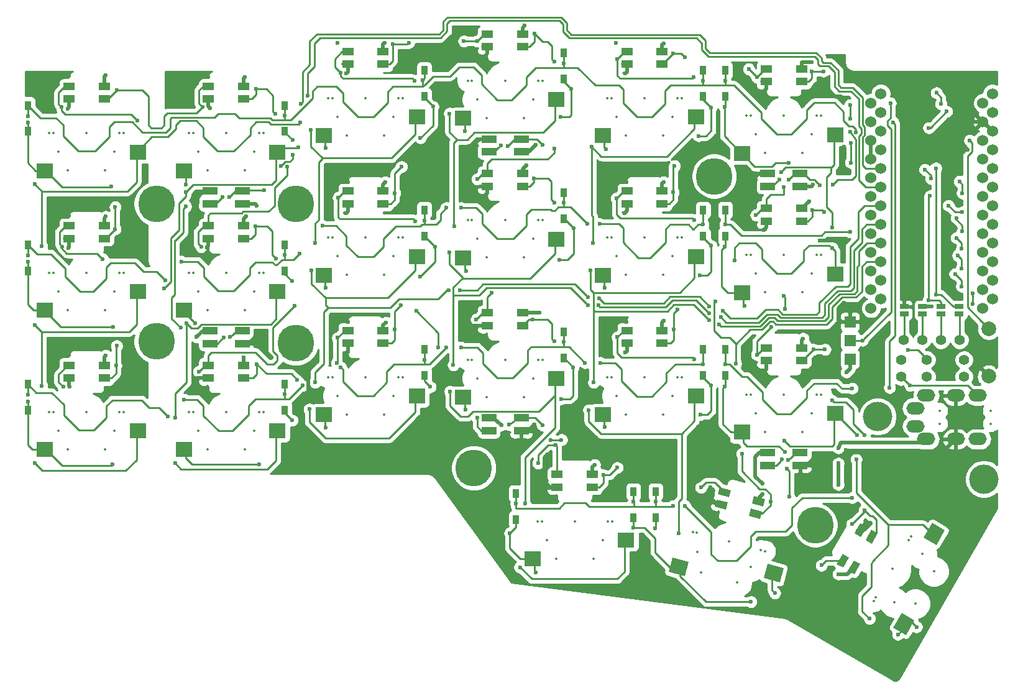
<source format=gbr>
G04 #@! TF.GenerationSoftware,KiCad,Pcbnew,5.1.5+dfsg1-2~bpo10+1*
G04 #@! TF.CreationDate,2020-09-05T13:18:22+00:00*
G04 #@! TF.ProjectId,corne-cherry,636f726e-652d-4636-9865-7272792e6b69,2.1*
G04 #@! TF.SameCoordinates,Original*
G04 #@! TF.FileFunction,Copper,L2,Bot*
G04 #@! TF.FilePolarity,Positive*
%FSLAX46Y46*%
G04 Gerber Fmt 4.6, Leading zero omitted, Abs format (unit mm)*
G04 Created by KiCad (PCBNEW 5.1.5+dfsg1-2~bpo10+1) date 2020-09-05 13:18:22*
%MOMM*%
%LPD*%
G04 APERTURE LIST*
%ADD10C,0.100000*%
%ADD11R,2.300000X2.000000*%
%ADD12O,2.500000X1.700000*%
%ADD13R,2.000000X1.000000*%
%ADD14R,1.600000X1.000000*%
%ADD15C,1.524000*%
%ADD16R,0.950000X1.300000*%
%ADD17C,1.397000*%
%ADD18R,1.143000X0.635000*%
%ADD19R,1.524000X1.524000*%
%ADD20C,5.000000*%
%ADD21C,4.000000*%
%ADD22C,2.000000*%
%ADD23C,0.600000*%
%ADD24C,0.250000*%
%ADD25C,0.500000*%
%ADD26C,0.254000*%
%ADD27C,0.350000*%
%ADD28O,1.500000X1.000000*%
G04 APERTURE END LIST*
G04 #@! TA.AperFunction,SMDPad,CuDef*
D10*
G36*
X181625075Y-145492274D02*
G01*
X179893025Y-144492274D01*
X181043025Y-142500416D01*
X182775075Y-143500416D01*
X181625075Y-145492274D01*
G37*
G04 #@! TD.AperFunction*
G04 #@! TA.AperFunction,SMDPad,CuDef*
G36*
X185775371Y-133223751D02*
G01*
X184043321Y-132223751D01*
X185193321Y-130231893D01*
X186925371Y-131231893D01*
X185775371Y-133223751D01*
G37*
G04 #@! TD.AperFunction*
D11*
X64300000Y-82245000D03*
X77000000Y-79705000D03*
X130800000Y-135120000D03*
X143500000Y-132580000D03*
X159300000Y-117870000D03*
X172000000Y-115330000D03*
X102300000Y-115495000D03*
X115000000Y-112955000D03*
X83300000Y-120245000D03*
X96000000Y-117705000D03*
X64300000Y-120245000D03*
X77000000Y-117705000D03*
X159300000Y-98870000D03*
X172000000Y-96330000D03*
X140300000Y-96495000D03*
X153000000Y-93955000D03*
X121300000Y-94120000D03*
X134000000Y-91580000D03*
X102300000Y-96495000D03*
X115000000Y-93955000D03*
X83300000Y-101245000D03*
X96000000Y-98705000D03*
X64300000Y-101245000D03*
X77000000Y-98705000D03*
X159300000Y-79870000D03*
X172000000Y-77330000D03*
X140300000Y-77495000D03*
X153000000Y-74955000D03*
X102300000Y-77495000D03*
X115000000Y-74955000D03*
X83300000Y-82245000D03*
X96000000Y-79705000D03*
X140300000Y-115495000D03*
X153000000Y-112955000D03*
G04 #@! TA.AperFunction,SMDPad,CuDef*
D10*
G36*
X149299435Y-136888556D02*
G01*
X149817073Y-134956704D01*
X152038703Y-135551988D01*
X151521065Y-137483840D01*
X149299435Y-136888556D01*
G37*
G04 #@! TD.AperFunction*
G04 #@! TA.AperFunction,SMDPad,CuDef*
G36*
X162224094Y-137722106D02*
G01*
X162741732Y-135790254D01*
X164963362Y-136385538D01*
X164445724Y-138317390D01*
X162224094Y-137722106D01*
G37*
G04 #@! TD.AperFunction*
D11*
X121300000Y-75120000D03*
X134000000Y-72580000D03*
X121300000Y-113120000D03*
X134000000Y-110580000D03*
D12*
X184400000Y-112850000D03*
X182900000Y-117050000D03*
X191400000Y-112850000D03*
X188400000Y-112850000D03*
X191400000Y-118800000D03*
X188400000Y-118800000D03*
X184400000Y-118800000D03*
X182900000Y-114600000D03*
D13*
X162800000Y-122375000D03*
X162800000Y-120625000D03*
X167200000Y-120625000D03*
X167200000Y-122375000D03*
X167200000Y-82625000D03*
X167200000Y-84375000D03*
X162800000Y-84375000D03*
X162800000Y-82625000D03*
X129200000Y-77925000D03*
X129200000Y-79675000D03*
X124800000Y-79675000D03*
X124800000Y-77925000D03*
X91200000Y-85025000D03*
X91200000Y-86775000D03*
X86800000Y-86775000D03*
X86800000Y-85025000D03*
X86800000Y-105775000D03*
X86800000Y-104025000D03*
X91200000Y-104025000D03*
X91200000Y-105775000D03*
X124800000Y-117675000D03*
X124800000Y-115925000D03*
X129200000Y-115925000D03*
X129200000Y-117675000D03*
G04 #@! TA.AperFunction,SMDPad,CuDef*
D10*
G36*
X175409215Y-130291219D02*
G01*
X176275241Y-130791219D01*
X175475241Y-132176859D01*
X174609215Y-131676859D01*
X175409215Y-130291219D01*
G37*
G04 #@! TD.AperFunction*
G04 #@! TA.AperFunction,SMDPad,CuDef*
G36*
X176924759Y-131166219D02*
G01*
X177790785Y-131666219D01*
X176990785Y-133051859D01*
X176124759Y-132551859D01*
X176924759Y-131166219D01*
G37*
G04 #@! TD.AperFunction*
G04 #@! TA.AperFunction,SMDPad,CuDef*
G36*
X174524759Y-135323141D02*
G01*
X175390785Y-135823141D01*
X174590785Y-137208781D01*
X173724759Y-136708781D01*
X174524759Y-135323141D01*
G37*
G04 #@! TD.AperFunction*
G04 #@! TA.AperFunction,SMDPad,CuDef*
G36*
X173009215Y-134448141D02*
G01*
X173875241Y-134948141D01*
X173075241Y-136333781D01*
X172209215Y-135833781D01*
X173009215Y-134448141D01*
G37*
G04 #@! TD.AperFunction*
G04 #@! TA.AperFunction,SMDPad,CuDef*
G36*
X155553161Y-127999927D02*
G01*
X155811980Y-127034001D01*
X157357461Y-127448111D01*
X157098642Y-128414037D01*
X155553161Y-127999927D01*
G37*
G04 #@! TD.AperFunction*
G04 #@! TA.AperFunction,SMDPad,CuDef*
G36*
X156006095Y-126309557D02*
G01*
X156264914Y-125343631D01*
X157810395Y-125757741D01*
X157551576Y-126723667D01*
X156006095Y-126309557D01*
G37*
G04 #@! TD.AperFunction*
G04 #@! TA.AperFunction,SMDPad,CuDef*
G36*
X160642539Y-127551889D02*
G01*
X160901358Y-126585963D01*
X162446839Y-127000073D01*
X162188020Y-127965999D01*
X160642539Y-127551889D01*
G37*
G04 #@! TD.AperFunction*
G04 #@! TA.AperFunction,SMDPad,CuDef*
G36*
X160189605Y-129242259D02*
G01*
X160448424Y-128276333D01*
X161993905Y-128690443D01*
X161735086Y-129656369D01*
X160189605Y-129242259D01*
G37*
G04 #@! TD.AperFunction*
D14*
X134100000Y-125375000D03*
X134100000Y-123625000D03*
X138900000Y-123625000D03*
X138900000Y-125375000D03*
X162600000Y-108125000D03*
X162600000Y-106375000D03*
X167400000Y-106375000D03*
X167400000Y-108125000D03*
X143600000Y-105750000D03*
X143600000Y-104000000D03*
X148400000Y-104000000D03*
X148400000Y-105750000D03*
X124600000Y-103375000D03*
X124600000Y-101625000D03*
X129400000Y-101625000D03*
X129400000Y-103375000D03*
X105600000Y-105750000D03*
X105600000Y-104000000D03*
X110400000Y-104000000D03*
X110400000Y-105750000D03*
X86600000Y-110500000D03*
X86600000Y-108750000D03*
X91400000Y-108750000D03*
X91400000Y-110500000D03*
X67600000Y-110500000D03*
X67600000Y-108750000D03*
X72400000Y-108750000D03*
X72400000Y-110500000D03*
X162600000Y-89125000D03*
X162600000Y-87375000D03*
X167400000Y-87375000D03*
X167400000Y-89125000D03*
X143600000Y-86750000D03*
X143600000Y-85000000D03*
X148400000Y-85000000D03*
X148400000Y-86750000D03*
X124600000Y-84375000D03*
X124600000Y-82625000D03*
X129400000Y-82625000D03*
X129400000Y-84375000D03*
X105600000Y-86750000D03*
X105600000Y-85000000D03*
X110400000Y-85000000D03*
X110400000Y-86750000D03*
X86600000Y-91500000D03*
X86600000Y-89750000D03*
X91400000Y-89750000D03*
X91400000Y-91500000D03*
X67600000Y-91500000D03*
X67600000Y-89750000D03*
X72400000Y-89750000D03*
X72400000Y-91500000D03*
X162600000Y-70125000D03*
X162600000Y-68375000D03*
X167400000Y-68375000D03*
X167400000Y-70125000D03*
X143600000Y-67750000D03*
X143600000Y-66000000D03*
X148400000Y-66000000D03*
X148400000Y-67750000D03*
X124600000Y-65375000D03*
X124600000Y-63625000D03*
X129400000Y-63625000D03*
X129400000Y-65375000D03*
X105600000Y-67750000D03*
X105600000Y-66000000D03*
X110400000Y-66000000D03*
X110400000Y-67750000D03*
X86600000Y-72500000D03*
X86600000Y-70750000D03*
X91400000Y-70750000D03*
X91400000Y-72500000D03*
X67600000Y-72500000D03*
X67600000Y-70750000D03*
X72400000Y-70750000D03*
X72400000Y-72500000D03*
D15*
X192100000Y-73042000D03*
X192100000Y-75582000D03*
X192100000Y-78122000D03*
X192100000Y-80662000D03*
X192100000Y-83202000D03*
X192100000Y-85742000D03*
X192100000Y-88282000D03*
X192100000Y-90822000D03*
X192100000Y-93362000D03*
X192100000Y-95902000D03*
X192100000Y-98442000D03*
X192100000Y-100982000D03*
X176860000Y-100982000D03*
X176860000Y-98442000D03*
X176860000Y-95902000D03*
X176860000Y-93362000D03*
X176860000Y-90822000D03*
X176860000Y-88282000D03*
X176860000Y-85742000D03*
X176860000Y-83202000D03*
X176860000Y-80662000D03*
X176860000Y-78122000D03*
X176860000Y-75582000D03*
X176860000Y-73042000D03*
X193406400Y-71772000D03*
X193406400Y-74312000D03*
X193406400Y-76852000D03*
X193406400Y-79392000D03*
X193406400Y-81932000D03*
X193406400Y-84472000D03*
X193406400Y-87012000D03*
X193406400Y-89552000D03*
X193406400Y-92092000D03*
X193406400Y-94632000D03*
X193406400Y-97172000D03*
X193406400Y-99712000D03*
X178186400Y-99712000D03*
X178186400Y-97172000D03*
X178186400Y-94632000D03*
X178186400Y-92092000D03*
X178186400Y-89552000D03*
X178186400Y-87012000D03*
X178186400Y-84472000D03*
X178186400Y-81932000D03*
X178186400Y-79392000D03*
X178186400Y-76852000D03*
X178186400Y-74312000D03*
X178186400Y-71772000D03*
D16*
X154000000Y-68600000D03*
X154000000Y-72150000D03*
X62000000Y-73350000D03*
X62000000Y-76900000D03*
X97000000Y-73350000D03*
X97000000Y-76900000D03*
X116000000Y-68600000D03*
X116000000Y-72150000D03*
X135000000Y-66225000D03*
X135000000Y-69775000D03*
X157000000Y-68600000D03*
X157000000Y-72150000D03*
X62000000Y-92350000D03*
X62000000Y-95900000D03*
X97000000Y-92350000D03*
X97000000Y-95900000D03*
X116000000Y-87600000D03*
X116000000Y-91150000D03*
X135000000Y-85225000D03*
X135000000Y-88775000D03*
X154000000Y-87600000D03*
X154000000Y-91150000D03*
X157000000Y-87600000D03*
X157000000Y-91150000D03*
X62000000Y-111350000D03*
X62000000Y-114900000D03*
X97000000Y-111350000D03*
X97000000Y-114900000D03*
X116000000Y-106600000D03*
X116000000Y-110150000D03*
X135000000Y-104225000D03*
X135000000Y-107775000D03*
X157000000Y-106600000D03*
X157000000Y-110150000D03*
X128500000Y-126225000D03*
X128500000Y-129775000D03*
X144500000Y-125975000D03*
X144500000Y-129525000D03*
X147500000Y-125975000D03*
X147500000Y-129525000D03*
X154000000Y-106600000D03*
X154000000Y-110150000D03*
D17*
X189540000Y-108000000D03*
X184460000Y-108000000D03*
X189540000Y-110300000D03*
X184460000Y-110300000D03*
D18*
X188875000Y-100749620D03*
X188875000Y-101750380D03*
X186375000Y-100749620D03*
X186375000Y-101750380D03*
X183875000Y-100749620D03*
X183875000Y-101750380D03*
X181375000Y-100749620D03*
X181375000Y-101750380D03*
D19*
X174000000Y-102820000D03*
X174000000Y-105360000D03*
X174000000Y-107900000D03*
D17*
X181300000Y-105300000D03*
X183840000Y-105300000D03*
X186380000Y-105300000D03*
X188920000Y-105300000D03*
D20*
X79500000Y-105500000D03*
D21*
X177750000Y-115750000D03*
X192250000Y-124250000D03*
D20*
X79500000Y-86750000D03*
X98500000Y-86750000D03*
X98500000Y-105750000D03*
X155500000Y-83000000D03*
X122750000Y-122750000D03*
X169250000Y-130500000D03*
D17*
X181000000Y-108000000D03*
X181000000Y-110300000D03*
D22*
X192900000Y-103750000D03*
X192900000Y-110250000D03*
D23*
X174800000Y-77000000D03*
X174100000Y-78500000D03*
X174100000Y-81150000D03*
X157000000Y-70000000D03*
X154000000Y-70000000D03*
X62000000Y-74800000D03*
X97000000Y-74750000D03*
X135000000Y-67600000D03*
X115750000Y-69950000D03*
X62000000Y-75650000D03*
X73350000Y-84400000D03*
X102140000Y-89750000D03*
X98980000Y-93530000D03*
X154000000Y-89600000D03*
X138200000Y-89500000D03*
X139900000Y-89500000D03*
X157000000Y-89600000D03*
X62000000Y-93800000D03*
X135000000Y-86600000D03*
X119000000Y-87300000D03*
X121000000Y-87300000D03*
X116000000Y-89050000D03*
X96950000Y-93700000D03*
X80700000Y-97200000D03*
X82900000Y-94600000D03*
X174000000Y-90600000D03*
X98050000Y-80050000D03*
X96500000Y-81600000D03*
X98050000Y-78050000D03*
X83500000Y-84100000D03*
X157000000Y-108600000D03*
X154000000Y-108600000D03*
X62000000Y-112750000D03*
X135000000Y-105600000D03*
X116000000Y-108000000D03*
X174300000Y-111900000D03*
X137900000Y-108400000D03*
X140000000Y-108400000D03*
X121000000Y-106300000D03*
X119000000Y-106300000D03*
X97000000Y-112700000D03*
X83300000Y-113400000D03*
X81100000Y-115700000D03*
X99400000Y-111500000D03*
X104640000Y-109030000D03*
X115480000Y-77780000D03*
X117180000Y-73510000D03*
X102540000Y-79150000D03*
X174300000Y-126800000D03*
X149900000Y-127900000D03*
X151500000Y-127900000D03*
X147500000Y-127350000D03*
X144500000Y-127350000D03*
X128500000Y-127600000D03*
X134540000Y-74940000D03*
X136050000Y-71130000D03*
X121550000Y-76860000D03*
X153360000Y-77510000D03*
X155100000Y-73620000D03*
X140730000Y-79350000D03*
X156910000Y-73580000D03*
X165690000Y-81144990D03*
X62000000Y-94650000D03*
X73650000Y-103500000D03*
X98000000Y-97300000D03*
X84750000Y-103000000D03*
X115420000Y-96670000D03*
X117460000Y-92620000D03*
X102570000Y-98210000D03*
X134420000Y-94350000D03*
X136350000Y-90080000D03*
X121730000Y-95890000D03*
X153540000Y-96530000D03*
X155070000Y-92450000D03*
X140570000Y-98180000D03*
X159610000Y-100620000D03*
X156950000Y-92580000D03*
X62000000Y-113650000D03*
X73550000Y-122250000D03*
X98000000Y-116250000D03*
X93550000Y-122250000D03*
X116790000Y-111700000D03*
X102570000Y-117240000D03*
X134650000Y-113340000D03*
X136280000Y-109010000D03*
X121590000Y-114780000D03*
X153600000Y-115500000D03*
X155080000Y-111480000D03*
X140620000Y-117180000D03*
X156900000Y-111630000D03*
X165100000Y-120520000D03*
X127660000Y-131620000D03*
X131230000Y-136990000D03*
X144490000Y-130900000D03*
X160520000Y-140970000D03*
X183050000Y-144400000D03*
X147480000Y-130960000D03*
X180520000Y-145400000D03*
X173200000Y-80650000D03*
X173200000Y-78950000D03*
X173200000Y-91800000D03*
X169900000Y-91750000D03*
X137400000Y-120900000D03*
X190400000Y-70900000D03*
X99200000Y-109900000D03*
X99250000Y-113350000D03*
X169200000Y-121300000D03*
X131000000Y-116800000D03*
X92900000Y-105000000D03*
X95200000Y-107700000D03*
X84800000Y-88700000D03*
X85100000Y-85900000D03*
X123000000Y-78500000D03*
X123000000Y-81600000D03*
X161000000Y-83900000D03*
X161000000Y-86300000D03*
X173400000Y-120300000D03*
X67700000Y-111700000D03*
X105600000Y-106900000D03*
X122900000Y-103400000D03*
X173200000Y-72500000D03*
X170900000Y-72100000D03*
X176800000Y-130300000D03*
X132400000Y-124600000D03*
X132800000Y-120900000D03*
X157300000Y-120900000D03*
X155000000Y-122500000D03*
X155000000Y-125400000D03*
X162600000Y-109300000D03*
X143400000Y-107000000D03*
X171000000Y-110200000D03*
X85200000Y-110500000D03*
X162300000Y-90300000D03*
X143300000Y-88000000D03*
X124400000Y-85500000D03*
X105400000Y-88000000D03*
X86400000Y-92700000D03*
X67500000Y-92800000D03*
X173300000Y-111100000D03*
X173200000Y-100200000D03*
X162300000Y-71400000D03*
X143400000Y-69000000D03*
X124300000Y-66600000D03*
X105400000Y-69000000D03*
X86800000Y-73700000D03*
X67400000Y-73800000D03*
X143580000Y-83800000D03*
X143590000Y-102850000D03*
X105610000Y-83840000D03*
X105610000Y-102890000D03*
X86590000Y-69530000D03*
X67590000Y-69350000D03*
X67590000Y-88370000D03*
X67580000Y-107350000D03*
X142120000Y-64850000D03*
X104210000Y-64850000D03*
X188840000Y-75670000D03*
X189999998Y-79360000D03*
X182160000Y-99280000D03*
X168950000Y-84170000D03*
X162100000Y-124900000D03*
X161100000Y-121500000D03*
X85000000Y-104900000D03*
X93200000Y-87000000D03*
X131200000Y-78700000D03*
X185100000Y-100700000D03*
X172410000Y-120020000D03*
X131700000Y-101600000D03*
X162100000Y-126300000D03*
X168800000Y-67500000D03*
X172400000Y-137200000D03*
X172400000Y-122100000D03*
X172400000Y-125000000D03*
X129900000Y-81500000D03*
X168400000Y-86400000D03*
X167600000Y-105100000D03*
X148600000Y-102700000D03*
X110800000Y-102900000D03*
X91400000Y-107700000D03*
X72600000Y-107400000D03*
X148600000Y-83800000D03*
X110700000Y-83800000D03*
X72600000Y-88500000D03*
X173500000Y-109700000D03*
X139200000Y-122300000D03*
X148600000Y-64900000D03*
X129700000Y-62500000D03*
X110600000Y-64800000D03*
X91600000Y-69500000D03*
X72600000Y-69200000D03*
X91700000Y-88500000D03*
X126525000Y-116875000D03*
X99200000Y-73100000D03*
X99100000Y-75700000D03*
X63900000Y-111550000D03*
X62950000Y-122100000D03*
X63900000Y-92550000D03*
X62950000Y-103250000D03*
X62950000Y-84050000D03*
X185000000Y-83300000D03*
X184200000Y-82100000D03*
X82050000Y-122100000D03*
X82100000Y-115900000D03*
X83600000Y-103050000D03*
X80600000Y-98250000D03*
X98850000Y-79100000D03*
X100100000Y-72050000D03*
X83500000Y-85200000D03*
X189300000Y-85300000D03*
X188900000Y-83700000D03*
X100350000Y-114730000D03*
X101110000Y-92070000D03*
X100640000Y-95810000D03*
X100580000Y-76720000D03*
X156690000Y-101360000D03*
X154800000Y-100700000D03*
X119300000Y-98500000D03*
X120900000Y-98500000D03*
X138300000Y-99500000D03*
X139800000Y-99600000D03*
X101150000Y-111100000D03*
X189300000Y-87900000D03*
X187400000Y-87000000D03*
X119520000Y-112300000D03*
X119400000Y-93350000D03*
X119450000Y-74450000D03*
X129710000Y-127560000D03*
X154800000Y-101700000D03*
X156400000Y-102200000D03*
X138300000Y-100600000D03*
X139700000Y-100600000D03*
X119970000Y-108690000D03*
X120110000Y-89830000D03*
X129030000Y-136260000D03*
X189300000Y-90500000D03*
X188500000Y-88700000D03*
X163750000Y-139790000D03*
X138420000Y-114850000D03*
X150660000Y-131610000D03*
X156200000Y-103200000D03*
X154800000Y-102600000D03*
X139090000Y-111090000D03*
X138640000Y-95840000D03*
X139000000Y-92120000D03*
X138780000Y-78960000D03*
X189200000Y-92900000D03*
X188500000Y-91400000D03*
X158250000Y-94430000D03*
X171600000Y-92800000D03*
X171600000Y-89950000D03*
X165060000Y-119050000D03*
X176670000Y-143260000D03*
X174840000Y-121580000D03*
X174960000Y-118300000D03*
X155690000Y-100080000D03*
X158440000Y-108530000D03*
X189200000Y-95600000D03*
X188700000Y-93800000D03*
X164602080Y-82414017D03*
X174000000Y-76950000D03*
X171620000Y-84160000D03*
X169900000Y-84200000D03*
X174000000Y-75200000D03*
X174000000Y-73300000D03*
X165625011Y-83490624D03*
X179500000Y-73042000D03*
X175700000Y-105360000D03*
X186400000Y-73160000D03*
X185781882Y-71653459D03*
X179400000Y-111800000D03*
X187180000Y-74190000D03*
X179860000Y-75650000D03*
X184740000Y-76400000D03*
X74100000Y-71300000D03*
X85800000Y-73600000D03*
X76900000Y-75400000D03*
X73900000Y-87200000D03*
X73900000Y-90200000D03*
X66600000Y-73600000D03*
X111700000Y-65000000D03*
X113900000Y-64800000D03*
X121400000Y-64600000D03*
X123200000Y-64600000D03*
X133700000Y-67400000D03*
X133700000Y-79200000D03*
X123200000Y-83400000D03*
X131000000Y-63600000D03*
X152800000Y-89000000D03*
X150000000Y-103900000D03*
X150500000Y-101200000D03*
X142200000Y-86000000D03*
X66800000Y-111700000D03*
X98700000Y-110700000D03*
X93200000Y-108600000D03*
X104200000Y-105000000D03*
X104085007Y-108453804D03*
X133700000Y-86600000D03*
X125200000Y-98900000D03*
X130900000Y-83300000D03*
X123100000Y-102500000D03*
X170400000Y-68700000D03*
X165000000Y-84450000D03*
X168800000Y-68700000D03*
X161200000Y-88300000D03*
X74100000Y-106100000D03*
X72200000Y-94300000D03*
X74000000Y-108800000D03*
X66700000Y-92600000D03*
X114800000Y-89100000D03*
X112000000Y-103900000D03*
X112800000Y-100600000D03*
X104300000Y-85900000D03*
X133700000Y-105500000D03*
X133900000Y-119600000D03*
X130800000Y-102500000D03*
X131500000Y-122100000D03*
X190300000Y-78122000D03*
X184900000Y-85700000D03*
X184700000Y-99900000D03*
X185700000Y-99100000D03*
X181900000Y-106700000D03*
X185700000Y-81900000D03*
X151500000Y-66800000D03*
X160200000Y-68400000D03*
X149900000Y-66300000D03*
X161300000Y-69500000D03*
X189200000Y-98000000D03*
X188300000Y-96300000D03*
X190700000Y-100400000D03*
X190700000Y-99000000D03*
X95700000Y-74500000D03*
X97350000Y-81700000D03*
X93100000Y-71100000D03*
X85600000Y-92600000D03*
X112900000Y-81700000D03*
X114700000Y-70000000D03*
X112000000Y-85300000D03*
X104600000Y-68900000D03*
X150100000Y-81600000D03*
X152700000Y-69500000D03*
X149900000Y-85200000D03*
X142300000Y-67000000D03*
X95800000Y-94200000D03*
X98350000Y-100650000D03*
X93000000Y-89800000D03*
X85300000Y-109600000D03*
X163300000Y-103500000D03*
X170500000Y-87900000D03*
X165150000Y-101050000D03*
X164950000Y-99300000D03*
X168900000Y-87600000D03*
X161300000Y-107300000D03*
X152800000Y-107900000D03*
X159300000Y-120800000D03*
X142300000Y-104900000D03*
X163169990Y-127300000D03*
X174250000Y-130400000D03*
X175950000Y-128500000D03*
X175950000Y-118250000D03*
X171550000Y-113550000D03*
X170600000Y-106600000D03*
X169000000Y-106600000D03*
X140400000Y-123700000D03*
X142300000Y-122700000D03*
X153700000Y-125400000D03*
X182200000Y-111500000D03*
X170100000Y-136000000D03*
X165375000Y-122875000D03*
X165600000Y-121675000D03*
X165702821Y-126640010D03*
X94150000Y-84900000D03*
X89425000Y-85850000D03*
X126425000Y-78775000D03*
X83500000Y-87100000D03*
X82850000Y-103650000D03*
X88475000Y-85875000D03*
X88675000Y-104950000D03*
X132100000Y-78700000D03*
X127400000Y-78875000D03*
X164375000Y-83450000D03*
X117900000Y-106300000D03*
X114975000Y-101325000D03*
X123225000Y-115925000D03*
X89550000Y-104925000D03*
X134700000Y-118900000D03*
X133260000Y-118900000D03*
X132100000Y-116900000D03*
X127550000Y-116850000D03*
X164750000Y-121600004D03*
D24*
X174100000Y-78500000D02*
X174100000Y-81150000D01*
X174400000Y-76200000D02*
X174800000Y-76600000D01*
X174800000Y-76600000D02*
X174800000Y-77000000D01*
X158200000Y-70600000D02*
X161900000Y-74300000D01*
X161900000Y-74300000D02*
X161900000Y-75200000D01*
X161900000Y-75200000D02*
X164000000Y-77300000D01*
X164000000Y-77300000D02*
X166000000Y-77300000D01*
X166000000Y-77300000D02*
X168100000Y-75200000D01*
X168100000Y-75200000D02*
X168100000Y-74000000D01*
X168100000Y-74000000D02*
X169100000Y-73000000D01*
X169100000Y-73000000D02*
X171900000Y-73000000D01*
X171900000Y-73000000D02*
X173100000Y-74200000D01*
X173100000Y-74200000D02*
X173100000Y-75450000D01*
X173100000Y-75450000D02*
X173850000Y-76200000D01*
X157050000Y-70600000D02*
X158200000Y-70600000D01*
X173850000Y-76200000D02*
X174400000Y-76200000D01*
X154000000Y-70000000D02*
X154000000Y-68600000D01*
X157000000Y-70000000D02*
X157000000Y-68600000D01*
X157050000Y-70050000D02*
X157050000Y-70600000D01*
X157000000Y-70000000D02*
X157050000Y-70050000D01*
X154000000Y-70600000D02*
X154000000Y-70000000D01*
X62000000Y-73350000D02*
X62000000Y-74800000D01*
X97000000Y-74750000D02*
X97000000Y-73350000D01*
X97000000Y-75350000D02*
X97000000Y-74750000D01*
X135000000Y-68200000D02*
X136900000Y-68200000D01*
X149550000Y-70600000D02*
X148800000Y-71350000D01*
X148800000Y-71350000D02*
X148800000Y-73100000D01*
X148800000Y-73100000D02*
X147000000Y-74900000D01*
X147000000Y-74900000D02*
X144950000Y-74900000D01*
X144950000Y-74900000D02*
X143100000Y-73050000D01*
X143100000Y-73050000D02*
X143100000Y-71150000D01*
X143100000Y-71150000D02*
X142550000Y-70600000D01*
X149550000Y-70600000D02*
X154000000Y-70600000D01*
X139300000Y-70600000D02*
X142550000Y-70600000D01*
X136900000Y-68200000D02*
X139300000Y-70600000D01*
X135000000Y-66225000D02*
X135000000Y-67600000D01*
X135000000Y-68225000D02*
X135000000Y-68200000D01*
X135000000Y-68200000D02*
X135000000Y-67600000D01*
X129900000Y-70600000D02*
X127900000Y-72600000D01*
X116000000Y-68600000D02*
X116000000Y-69700000D01*
X116000000Y-69700000D02*
X115750000Y-69950000D01*
X115800000Y-70800000D02*
X115800000Y-70000000D01*
X115800000Y-70000000D02*
X115750000Y-69950000D01*
X65800000Y-75050000D02*
X63700000Y-75050000D01*
X66800000Y-76050000D02*
X65800000Y-75050000D01*
X66800000Y-76050000D02*
X66800000Y-77500000D01*
X66800000Y-77500000D02*
X68900000Y-79600000D01*
X68900000Y-79600000D02*
X71150000Y-79600000D01*
X71150000Y-79600000D02*
X73100000Y-77650000D01*
X73100000Y-77650000D02*
X73100000Y-76250000D01*
X73100000Y-76250000D02*
X73750000Y-75600000D01*
X73750000Y-75600000D02*
X76200000Y-75600000D01*
X76200000Y-75600000D02*
X77600000Y-77000000D01*
X77600000Y-77000000D02*
X80800000Y-77000000D01*
X80800000Y-77000000D02*
X81400000Y-76400000D01*
X81400000Y-76400000D02*
X81400000Y-75200000D01*
X81400000Y-75200000D02*
X81600000Y-75000000D01*
X81600000Y-75000000D02*
X87400000Y-75000000D01*
X87400000Y-75000000D02*
X87900000Y-74500000D01*
X87900000Y-74500000D02*
X90200000Y-74500000D01*
X90200000Y-74500000D02*
X90800000Y-75100000D01*
X90800000Y-75100000D02*
X95000000Y-75100000D01*
X95000000Y-75100000D02*
X95250000Y-75350000D01*
X97000000Y-75350000D02*
X95250000Y-75350000D01*
X63700000Y-75050000D02*
X62000000Y-73350000D01*
X157050000Y-70600000D02*
X157000000Y-70600000D01*
X135000000Y-68225000D02*
X131175000Y-68225000D01*
X131175000Y-68225000D02*
X129900000Y-69500000D01*
X129900000Y-69500000D02*
X129900000Y-70600000D01*
X127900000Y-72600000D02*
X125950000Y-72600000D01*
X125950000Y-72600000D02*
X123800000Y-70450000D01*
X123800000Y-70450000D02*
X123800000Y-69200000D01*
X123800000Y-69200000D02*
X122700000Y-68100000D01*
X122700000Y-68100000D02*
X120800000Y-68100000D01*
X120800000Y-68100000D02*
X119500000Y-69400000D01*
X119500000Y-69400000D02*
X117200000Y-69400000D01*
X117200000Y-69400000D02*
X116000000Y-70600000D01*
X97000000Y-75350000D02*
X97850000Y-75350000D01*
X111700000Y-70800000D02*
X115800000Y-70800000D01*
X111000000Y-71500000D02*
X111700000Y-70800000D01*
X111000000Y-73000000D02*
X111000000Y-71500000D01*
X109100000Y-74900000D02*
X111000000Y-73000000D01*
X106950000Y-74900000D02*
X109100000Y-74900000D01*
X104900000Y-72850000D02*
X106950000Y-74900000D01*
X104900000Y-71700000D02*
X104900000Y-72850000D01*
X104000000Y-70800000D02*
X104900000Y-71700000D01*
X101400000Y-70800000D02*
X104000000Y-70800000D01*
X100800000Y-71400000D02*
X101400000Y-70800000D01*
X100800000Y-72400000D02*
X100800000Y-71400000D01*
X97850000Y-75350000D02*
X100800000Y-72400000D01*
X115800000Y-70800000D02*
X116000000Y-70600000D01*
X154000000Y-70600000D02*
X157000000Y-70600000D01*
X62000000Y-76900000D02*
X62000000Y-75650000D01*
X63045000Y-82245000D02*
X64500000Y-82245000D01*
X62000000Y-76850000D02*
X62000000Y-81200000D01*
X62000000Y-81200000D02*
X63045000Y-82245000D01*
X66705000Y-84450000D02*
X64500000Y-82245000D01*
X73300000Y-84450000D02*
X66705000Y-84450000D01*
X73350000Y-84400000D02*
X73300000Y-84450000D01*
X99000000Y-93550000D02*
X98980000Y-93530000D01*
X154000000Y-89600000D02*
X154000000Y-87600000D01*
X135000000Y-87225000D02*
X135925000Y-87225000D01*
X138200000Y-89500000D02*
X135925000Y-87225000D01*
X142550000Y-89500000D02*
X139900000Y-89500000D01*
X143100000Y-90050000D02*
X142550000Y-89500000D01*
X143100000Y-92050000D02*
X143100000Y-90050000D01*
X145150000Y-94100000D02*
X143100000Y-92050000D01*
X146800000Y-94100000D02*
X145150000Y-94100000D01*
X148900000Y-92000000D02*
X146800000Y-94100000D01*
X148900000Y-90200000D02*
X148900000Y-92000000D01*
X149500000Y-89600000D02*
X148900000Y-90200000D01*
X152000000Y-89600000D02*
X149500000Y-89600000D01*
X152600000Y-90200000D02*
X152000000Y-89600000D01*
X152700000Y-90200000D02*
X152600000Y-90200000D01*
X153300000Y-89600000D02*
X152700000Y-90200000D01*
X154000000Y-89600000D02*
X153300000Y-89600000D01*
X157000000Y-89600000D02*
X157000000Y-87600000D01*
X62000000Y-93800000D02*
X62000000Y-92350000D01*
X135000000Y-85225000D02*
X135000000Y-86600000D01*
X135000000Y-87225000D02*
X135000000Y-86600000D01*
X116000000Y-89600000D02*
X115700000Y-89600000D01*
X115700000Y-89600000D02*
X115450000Y-89850000D01*
X115450000Y-89850000D02*
X112150000Y-89850000D01*
X112150000Y-89850000D02*
X110450000Y-91550000D01*
X110450000Y-91550000D02*
X110450000Y-92600000D01*
X110450000Y-92600000D02*
X109100000Y-93950000D01*
X109100000Y-93950000D02*
X106950000Y-93950000D01*
X106950000Y-93950000D02*
X105400000Y-92400000D01*
X105400000Y-92400000D02*
X105400000Y-91150000D01*
X105400000Y-91150000D02*
X104000000Y-89750000D01*
X104000000Y-89750000D02*
X102140000Y-89750000D01*
X98200000Y-94350000D02*
X96950000Y-94350000D01*
X99000000Y-93550000D02*
X98200000Y-94350000D01*
X116000000Y-87600000D02*
X116000000Y-89050000D01*
X116000000Y-89600000D02*
X116000000Y-89050000D01*
X117600000Y-89600000D02*
X116000000Y-89600000D01*
X118200000Y-89000000D02*
X117600000Y-89600000D01*
X118200000Y-88100000D02*
X118200000Y-89000000D01*
X119000000Y-87300000D02*
X118200000Y-88100000D01*
X123100000Y-87300000D02*
X121000000Y-87300000D01*
X123900000Y-88100000D02*
X123100000Y-87300000D01*
X123900000Y-89500000D02*
X123900000Y-88100000D01*
X125900000Y-91500000D02*
X123900000Y-89500000D01*
X128100000Y-91500000D02*
X125900000Y-91500000D01*
X129900000Y-89700000D02*
X128100000Y-91500000D01*
X129900000Y-88200000D02*
X129900000Y-89700000D01*
X130600000Y-87500000D02*
X129900000Y-88200000D01*
X133200000Y-87500000D02*
X130600000Y-87500000D01*
X133400000Y-87700000D02*
X133200000Y-87500000D01*
X133800000Y-87700000D02*
X133400000Y-87700000D01*
X134275000Y-87225000D02*
X133800000Y-87700000D01*
X135000000Y-87225000D02*
X134275000Y-87225000D01*
X97000000Y-92350000D02*
X97000000Y-93650000D01*
X97000000Y-93650000D02*
X96950000Y-93700000D01*
X96950000Y-94350000D02*
X96950000Y-93700000D01*
X65150000Y-93600000D02*
X63250000Y-93600000D01*
X63250000Y-93600000D02*
X62000000Y-92350000D01*
X76600000Y-94800000D02*
X73300000Y-94800000D01*
X96950000Y-94350000D02*
X96650000Y-94350000D01*
X79500000Y-96000000D02*
X77800000Y-96000000D01*
X77800000Y-96000000D02*
X76600000Y-94800000D01*
X72700000Y-95400000D02*
X72700000Y-96900000D01*
X72700000Y-96900000D02*
X70900000Y-98700000D01*
X70900000Y-98700000D02*
X69100000Y-98700000D01*
X69100000Y-98700000D02*
X67100000Y-96700000D01*
X67100000Y-96700000D02*
X67100000Y-95550000D01*
X67100000Y-95550000D02*
X65150000Y-93600000D01*
X85100000Y-94600000D02*
X82900000Y-94600000D01*
X95900000Y-95100000D02*
X95700000Y-95100000D01*
X95700000Y-95100000D02*
X95300000Y-94700000D01*
X95300000Y-94700000D02*
X93000000Y-94700000D01*
X93000000Y-94700000D02*
X92200000Y-95500000D01*
X92200000Y-95500000D02*
X92200000Y-96450000D01*
X92200000Y-96450000D02*
X90000000Y-98650000D01*
X90000000Y-98650000D02*
X87950000Y-98650000D01*
X87950000Y-98650000D02*
X86000000Y-96700000D01*
X86000000Y-96700000D02*
X86000000Y-95500000D01*
X86000000Y-95500000D02*
X85100000Y-94600000D01*
X96650000Y-94350000D02*
X95900000Y-95100000D01*
X80700000Y-97200000D02*
X79500000Y-96000000D01*
X73300000Y-94800000D02*
X72700000Y-95400000D01*
X157000000Y-89600000D02*
X157700000Y-89600000D01*
X157700000Y-89600000D02*
X159200000Y-91100000D01*
X159200000Y-91100000D02*
X170100000Y-91100000D01*
X170100000Y-91100000D02*
X170600000Y-90600000D01*
X170600000Y-90600000D02*
X174000000Y-90600000D01*
X96500000Y-81600000D02*
X97050000Y-81050000D01*
X98050000Y-80700000D02*
X98050000Y-80050000D01*
X97700000Y-81050000D02*
X98050000Y-80700000D01*
X97050000Y-81050000D02*
X97700000Y-81050000D01*
X98050000Y-78050000D02*
X97000000Y-77000000D01*
X97000000Y-77000000D02*
X97000000Y-76900000D01*
X83500000Y-82245000D02*
X83500000Y-84100000D01*
X165910000Y-115400000D02*
X168100000Y-113210000D01*
X154000000Y-106565000D02*
X154000000Y-108600000D01*
X145000000Y-113000000D02*
X142900000Y-110900000D01*
X62000000Y-111350000D02*
X62000000Y-112750000D01*
X135000000Y-104225000D02*
X135000000Y-105600000D01*
X135000000Y-106225000D02*
X135000000Y-105600000D01*
X116000000Y-108000000D02*
X116000000Y-106600000D01*
X116000000Y-108000000D02*
X116000000Y-108600000D01*
X65250000Y-112500000D02*
X63150000Y-112500000D01*
X63150000Y-112500000D02*
X62000000Y-111350000D01*
X77500000Y-113500000D02*
X78500000Y-114500000D01*
X73500000Y-113500000D02*
X72700000Y-114300000D01*
X66900000Y-114150000D02*
X65250000Y-112500000D01*
X66900000Y-114150000D02*
X66900000Y-115550000D01*
X66900000Y-115550000D02*
X68950000Y-117600000D01*
X68950000Y-117600000D02*
X71000000Y-117600000D01*
X71000000Y-117600000D02*
X72700000Y-115900000D01*
X72700000Y-115900000D02*
X72700000Y-114300000D01*
X77500000Y-113500000D02*
X73500000Y-113500000D01*
X157600000Y-108600000D02*
X159300000Y-110300000D01*
X159300000Y-110300000D02*
X160000000Y-110300000D01*
X160000000Y-110300000D02*
X162100000Y-112400000D01*
X162100000Y-112400000D02*
X162100000Y-113420000D01*
X162100000Y-113420000D02*
X164080000Y-115400000D01*
X164080000Y-115400000D02*
X165910000Y-115400000D01*
X168100000Y-113210000D02*
X168100000Y-112200000D01*
X168100000Y-112200000D02*
X169100000Y-111200000D01*
X169100000Y-111200000D02*
X172200000Y-111200000D01*
X172200000Y-111200000D02*
X172900000Y-111900000D01*
X172900000Y-111900000D02*
X174300000Y-111900000D01*
X157000000Y-108600000D02*
X157600000Y-108600000D01*
X154000000Y-108600000D02*
X150200000Y-108600000D01*
X135725000Y-106225000D02*
X135000000Y-106225000D01*
X137900000Y-108400000D02*
X135725000Y-106225000D01*
X142000000Y-108400000D02*
X140000000Y-108400000D01*
X142900000Y-109300000D02*
X142000000Y-108400000D01*
X142900000Y-110900000D02*
X142900000Y-109300000D01*
X147000000Y-113000000D02*
X145000000Y-113000000D01*
X149000000Y-111000000D02*
X147000000Y-113000000D01*
X149000000Y-109800000D02*
X149000000Y-111000000D01*
X150200000Y-108600000D02*
X149000000Y-109800000D01*
X135000000Y-106225000D02*
X130575000Y-106225000D01*
X130575000Y-106225000D02*
X130100000Y-106700000D01*
X130100000Y-106700000D02*
X130100000Y-108450000D01*
X130100000Y-108450000D02*
X128050000Y-110500000D01*
X128050000Y-110500000D02*
X125950000Y-110500000D01*
X125950000Y-110500000D02*
X124000000Y-108550000D01*
X124000000Y-108550000D02*
X124000000Y-107100000D01*
X124000000Y-107100000D02*
X123200000Y-106300000D01*
X123200000Y-106300000D02*
X121000000Y-106300000D01*
X119000000Y-106300000D02*
X116700000Y-108600000D01*
X116700000Y-108600000D02*
X116000000Y-108600000D01*
X157000000Y-108600000D02*
X157000000Y-106565000D01*
X97000000Y-112700000D02*
X97000000Y-111350000D01*
X97000000Y-112700000D02*
X97000000Y-113350000D01*
X97000000Y-113350000D02*
X93000000Y-113350000D01*
X92100000Y-114250000D02*
X93000000Y-113350000D01*
X92100000Y-115500000D02*
X92100000Y-114250000D01*
X89900000Y-117700000D02*
X92100000Y-115500000D01*
X88000000Y-117700000D02*
X89900000Y-117700000D01*
X85900000Y-115600000D02*
X88000000Y-117700000D01*
X85900000Y-114250000D02*
X85900000Y-115600000D01*
X85050000Y-113400000D02*
X85900000Y-114250000D01*
X83300000Y-113400000D02*
X85050000Y-113400000D01*
X79900000Y-114500000D02*
X81100000Y-115700000D01*
X78500000Y-114500000D02*
X79900000Y-114500000D01*
X99400000Y-111500000D02*
X97550000Y-113350000D01*
X97550000Y-113350000D02*
X97000000Y-113350000D01*
X104969999Y-109359999D02*
X104939999Y-109329999D01*
X110900000Y-109600000D02*
X110900000Y-111050000D01*
X116000000Y-108600000D02*
X111900000Y-108600000D01*
X111900000Y-108600000D02*
X110900000Y-109600000D01*
X106850000Y-112900000D02*
X104969999Y-111019999D01*
X110900000Y-111050000D02*
X109050000Y-112900000D01*
X104969999Y-111019999D02*
X104969999Y-109359999D01*
X109050000Y-112900000D02*
X106850000Y-112900000D01*
X104939999Y-109329999D02*
X104640000Y-109030000D01*
X117180000Y-73510000D02*
X117180000Y-76080000D01*
X117180000Y-76080000D02*
X115480000Y-77780000D01*
X117180000Y-73510000D02*
X116000000Y-72330000D01*
X116000000Y-72330000D02*
X116000000Y-72150000D01*
X102540000Y-79150000D02*
X102500000Y-79110000D01*
X102500000Y-79110000D02*
X102500000Y-77495000D01*
X149825000Y-127975000D02*
X149900000Y-127900000D01*
X151500000Y-127900000D02*
X155100000Y-131500000D01*
X155100000Y-131500000D02*
X155100000Y-134500000D01*
X155100000Y-134500000D02*
X156000000Y-135400000D01*
X156000000Y-135400000D02*
X158500000Y-135400000D01*
X158500000Y-135400000D02*
X160500000Y-133400000D01*
X160500000Y-133400000D02*
X160500000Y-132100000D01*
X160500000Y-132100000D02*
X161200000Y-131400000D01*
X161200000Y-131400000D02*
X165200000Y-131400000D01*
X165200000Y-131400000D02*
X166100000Y-130500000D01*
X166100000Y-130500000D02*
X166100000Y-128200000D01*
X166100000Y-128200000D02*
X167500000Y-126800000D01*
X167500000Y-126800000D02*
X174300000Y-126800000D01*
X147500000Y-127975000D02*
X149825000Y-127975000D01*
X128500000Y-127600000D02*
X128500000Y-126225000D01*
X144500000Y-127350000D02*
X144500000Y-125975000D01*
X147500000Y-127350000D02*
X147500000Y-125975000D01*
X147500000Y-127975000D02*
X147500000Y-127350000D01*
X144550000Y-127400000D02*
X144550000Y-127975000D01*
X144500000Y-127350000D02*
X144550000Y-127400000D01*
X128500000Y-128225000D02*
X128500000Y-127600000D01*
X144500000Y-127975000D02*
X144550000Y-127975000D01*
X144550000Y-127975000D02*
X147500000Y-127975000D01*
X128500000Y-128225000D02*
X134375000Y-128225000D01*
X138000000Y-127500000D02*
X138475000Y-127975000D01*
X135100000Y-127500000D02*
X138000000Y-127500000D01*
X134375000Y-128225000D02*
X135100000Y-127500000D01*
X138475000Y-127975000D02*
X144500000Y-127975000D01*
X136050000Y-71130000D02*
X136050000Y-74650000D01*
X135760000Y-74940000D02*
X134540000Y-74940000D01*
X136050000Y-74650000D02*
X135760000Y-74940000D01*
X136050000Y-71130000D02*
X135000000Y-70080000D01*
X135000000Y-70080000D02*
X135000000Y-69775000D01*
X121550000Y-76860000D02*
X121500000Y-76810000D01*
X121500000Y-76810000D02*
X121500000Y-75120000D01*
X155100000Y-73620000D02*
X155100000Y-76800000D01*
X154390000Y-77510000D02*
X153360000Y-77510000D01*
X155100000Y-76800000D02*
X154390000Y-77510000D01*
X155100000Y-73620000D02*
X154000000Y-72520000D01*
X154000000Y-72520000D02*
X154000000Y-72150000D01*
X140730000Y-79350000D02*
X140500000Y-79120000D01*
X140500000Y-79120000D02*
X140500000Y-77495000D01*
X157000000Y-72150000D02*
X157000000Y-73490000D01*
X157000000Y-73490000D02*
X156910000Y-73580000D01*
X165265736Y-81144990D02*
X165690000Y-81144990D01*
X163340000Y-81690000D02*
X163885010Y-81144990D01*
X156910000Y-77570000D02*
X161030000Y-81690000D01*
X163885010Y-81144990D02*
X165265736Y-81144990D01*
X161030000Y-81690000D02*
X163340000Y-81690000D01*
X156910000Y-73580000D02*
X156910000Y-77570000D01*
X62000000Y-95900000D02*
X62000000Y-94650000D01*
X62745000Y-101245000D02*
X64500000Y-101245000D01*
X62000000Y-100500000D02*
X62745000Y-101245000D01*
X62000000Y-95850000D02*
X62000000Y-100500000D01*
X73650000Y-103500000D02*
X66500000Y-103500000D01*
X66500000Y-103500000D02*
X64500000Y-101500000D01*
X64500000Y-101500000D02*
X64500000Y-101245000D01*
X98000000Y-97300000D02*
X97000000Y-96300000D01*
X97000000Y-96300000D02*
X97000000Y-95900000D01*
X83500000Y-101750000D02*
X84750000Y-103000000D01*
X83500000Y-101245000D02*
X83500000Y-101750000D01*
X117460000Y-92620000D02*
X117460000Y-94630000D01*
X117460000Y-94630000D02*
X115420000Y-96670000D01*
X117460000Y-92620000D02*
X116000000Y-91160000D01*
X116000000Y-91160000D02*
X116000000Y-91150000D01*
X102570000Y-98210000D02*
X102500000Y-98140000D01*
X102500000Y-98140000D02*
X102500000Y-96495000D01*
X136350000Y-90080000D02*
X136350000Y-93540000D01*
X135540000Y-94350000D02*
X134420000Y-94350000D01*
X136350000Y-93540000D02*
X135540000Y-94350000D01*
X136350000Y-90080000D02*
X135045000Y-88775000D01*
X135045000Y-88775000D02*
X135000000Y-88775000D01*
X121500000Y-94120000D02*
X121500000Y-95660000D01*
X121500000Y-95660000D02*
X121730000Y-95890000D01*
X155070000Y-92450000D02*
X155070000Y-95990000D01*
X154530000Y-96530000D02*
X153540000Y-96530000D01*
X155070000Y-95990000D02*
X154530000Y-96530000D01*
X154000000Y-91150000D02*
X154000000Y-91380000D01*
X154000000Y-91380000D02*
X155070000Y-92450000D01*
X140570000Y-98180000D02*
X140500000Y-98110000D01*
X140500000Y-98110000D02*
X140500000Y-96495000D01*
X159610000Y-100620000D02*
X159500000Y-100510000D01*
X159500000Y-100510000D02*
X159500000Y-98870000D01*
X157000000Y-91150000D02*
X157000000Y-92530000D01*
X157000000Y-92530000D02*
X156950000Y-92580000D01*
X159500000Y-98870000D02*
X157380000Y-98870000D01*
X157380000Y-98870000D02*
X156520000Y-98010000D01*
X156520000Y-98010000D02*
X156520000Y-93010000D01*
X156520000Y-93010000D02*
X156950000Y-92580000D01*
X62000000Y-114900000D02*
X62000000Y-113650000D01*
X62595000Y-120245000D02*
X64500000Y-120245000D01*
X62000000Y-119650000D02*
X62595000Y-120245000D01*
X62000000Y-114900000D02*
X62000000Y-119650000D01*
X73550000Y-122250000D02*
X73400000Y-122400000D01*
X73400000Y-122400000D02*
X66655000Y-122400000D01*
X66655000Y-122400000D02*
X64500000Y-120245000D01*
X98000000Y-116250000D02*
X97000000Y-115250000D01*
X97000000Y-115250000D02*
X97000000Y-114900000D01*
X83500000Y-120245000D02*
X83500000Y-121400000D01*
X84350000Y-122250000D02*
X93550000Y-122250000D01*
X83500000Y-121400000D02*
X84350000Y-122250000D01*
X116000000Y-110910000D02*
X116000000Y-110150000D01*
X116790000Y-111700000D02*
X116000000Y-110910000D01*
X102570000Y-117240000D02*
X102500000Y-117170000D01*
X102500000Y-117170000D02*
X102500000Y-115495000D01*
X136280000Y-109010000D02*
X136280000Y-112940000D01*
X135880000Y-113340000D02*
X134650000Y-113340000D01*
X136280000Y-112940000D02*
X135880000Y-113340000D01*
X136280000Y-109010000D02*
X135045000Y-107775000D01*
X135045000Y-107775000D02*
X135000000Y-107775000D01*
X121590000Y-114780000D02*
X121500000Y-114690000D01*
X121500000Y-114690000D02*
X121500000Y-113120000D01*
X155080000Y-111480000D02*
X155080000Y-114980000D01*
X154560000Y-115500000D02*
X153600000Y-115500000D01*
X155080000Y-114980000D02*
X154560000Y-115500000D01*
X155080000Y-111480000D02*
X154000000Y-110400000D01*
X154000000Y-110400000D02*
X154000000Y-110150000D01*
X140620000Y-117180000D02*
X140500000Y-117060000D01*
X140500000Y-117060000D02*
X140500000Y-115495000D01*
X157000000Y-110150000D02*
X157000000Y-111530000D01*
X157000000Y-111530000D02*
X156900000Y-111630000D01*
X159500000Y-117870000D02*
X157790000Y-117870000D01*
X156710000Y-111820000D02*
X156900000Y-111630000D01*
X156710000Y-116790000D02*
X156710000Y-111820000D01*
X157790000Y-117870000D02*
X156710000Y-116790000D01*
X165100000Y-120520000D02*
X164330000Y-119750000D01*
X164330000Y-119750000D02*
X160000000Y-119750000D01*
X160000000Y-119750000D02*
X159500000Y-119250000D01*
X159500000Y-119250000D02*
X159500000Y-117870000D01*
X128500000Y-129775000D02*
X128500000Y-130780000D01*
X128500000Y-130780000D02*
X127660000Y-131620000D01*
X129110000Y-135120000D02*
X127660000Y-133670000D01*
X127660000Y-133670000D02*
X127660000Y-131620000D01*
X131000000Y-135120000D02*
X129110000Y-135120000D01*
X131230000Y-136990000D02*
X131000000Y-136760000D01*
X131000000Y-136760000D02*
X131000000Y-135120000D01*
X150862254Y-136272035D02*
X149462035Y-136272035D01*
X146040000Y-130900000D02*
X144490000Y-130900000D01*
X147440000Y-132300000D02*
X146040000Y-130900000D01*
X147440000Y-134250000D02*
X147440000Y-132300000D01*
X149462035Y-136272035D02*
X147440000Y-134250000D01*
X144490000Y-130900000D02*
X144500000Y-130890000D01*
X144500000Y-130890000D02*
X144500000Y-129525000D01*
X150862254Y-136272035D02*
X150862254Y-137452254D01*
X154380000Y-140970000D02*
X160520000Y-140970000D01*
X150862254Y-137452254D02*
X154380000Y-140970000D01*
X183050000Y-144400000D02*
X182473140Y-143823140D01*
X182473140Y-143823140D02*
X181434050Y-143823140D01*
X147500000Y-129525000D02*
X147500000Y-130940000D01*
X147500000Y-130940000D02*
X147480000Y-130960000D01*
X180520000Y-145400000D02*
X181434050Y-144485950D01*
X181434050Y-144485950D02*
X181434050Y-143823140D01*
X182233140Y-143823140D02*
X181434050Y-143823140D01*
D25*
X173200000Y-80650000D02*
X173200000Y-78950000D01*
X169900000Y-91750000D02*
X173150000Y-91750000D01*
X173150000Y-91750000D02*
X173200000Y-91800000D01*
X192100000Y-75582000D02*
X190582000Y-75582000D01*
X190400000Y-75400000D02*
X190400000Y-70900000D01*
X190582000Y-75582000D02*
X190400000Y-75400000D01*
X100200000Y-110900000D02*
X100200000Y-112400000D01*
X99200000Y-109900000D02*
X100200000Y-110900000D01*
X100200000Y-112400000D02*
X99250000Y-113350000D01*
X167400000Y-122375000D02*
X168125000Y-122375000D01*
X168125000Y-122375000D02*
X169200000Y-121300000D01*
X131000000Y-116800000D02*
X130125000Y-117675000D01*
X130125000Y-117675000D02*
X129400000Y-117675000D01*
X92900000Y-105000000D02*
X92300000Y-105600000D01*
X92300000Y-105600000D02*
X91575000Y-105600000D01*
X91575000Y-105600000D02*
X91400000Y-105775000D01*
X92900000Y-105400000D02*
X92900000Y-105000000D01*
X95200000Y-107700000D02*
X92900000Y-105400000D01*
X85100000Y-86700000D02*
X85100000Y-85900000D01*
X84800000Y-87000000D02*
X85100000Y-86700000D01*
X84800000Y-88700000D02*
X84800000Y-87000000D01*
X86600000Y-85025000D02*
X85975000Y-85025000D01*
X85975000Y-85025000D02*
X85100000Y-85900000D01*
X123000000Y-81600000D02*
X123000000Y-78500000D01*
X123575000Y-77925000D02*
X124600000Y-77925000D01*
X123000000Y-78500000D02*
X123575000Y-77925000D01*
X161000000Y-83900000D02*
X161000000Y-83200000D01*
X161000000Y-86300000D02*
X161000000Y-83900000D01*
X161575000Y-82625000D02*
X162600000Y-82625000D01*
X161000000Y-83200000D02*
X161575000Y-82625000D01*
X176860000Y-80662000D02*
X176860000Y-78122000D01*
X188400000Y-118800000D02*
X186600000Y-120600000D01*
X173700000Y-120600000D02*
X186600000Y-120600000D01*
X173700000Y-120600000D02*
X173400000Y-120300000D01*
X67600000Y-110500000D02*
X67600000Y-111600000D01*
X67600000Y-111600000D02*
X67700000Y-111700000D01*
X105600000Y-105750000D02*
X105600000Y-106900000D01*
D24*
X124275000Y-84375000D02*
X124600000Y-84375000D01*
D25*
X124600000Y-103375000D02*
X122925000Y-103375000D01*
X122925000Y-103375000D02*
X122900000Y-103400000D01*
X170900000Y-72100000D02*
X172800000Y-72100000D01*
X172800000Y-72100000D02*
X173200000Y-72500000D01*
X176800000Y-130300000D02*
X175865961Y-131234039D01*
X175865961Y-131234039D02*
X175442228Y-131234039D01*
X134100000Y-125375000D02*
X133175000Y-125375000D01*
X132400000Y-124600000D02*
X133175000Y-125375000D01*
X132400000Y-121300000D02*
X132400000Y-124600000D01*
X132400000Y-121300000D02*
X132800000Y-120900000D01*
X155700000Y-122500000D02*
X155000000Y-122500000D01*
X155700000Y-122500000D02*
X157300000Y-120900000D01*
X156455311Y-127724019D02*
X155924019Y-127724019D01*
X155924019Y-127724019D02*
X155000000Y-126800000D01*
X155000000Y-126800000D02*
X155000000Y-125400000D01*
X162600000Y-108125000D02*
X162600000Y-109300000D01*
X143600000Y-106800000D02*
X143600000Y-105750000D01*
X143400000Y-107000000D02*
X143600000Y-106800000D01*
X172400000Y-110200000D02*
X171000000Y-110200000D01*
X85200000Y-110500000D02*
X86600000Y-110500000D01*
X162600000Y-89125000D02*
X162600000Y-90000000D01*
X162600000Y-90000000D02*
X162300000Y-90300000D01*
X143600000Y-87700000D02*
X143600000Y-86750000D01*
X143300000Y-88000000D02*
X143600000Y-87700000D01*
X124600000Y-84375000D02*
X124600000Y-85300000D01*
X124600000Y-85300000D02*
X124400000Y-85500000D01*
X105600000Y-87800000D02*
X105600000Y-86750000D01*
X105400000Y-88000000D02*
X105600000Y-87800000D01*
X86600000Y-91500000D02*
X86600000Y-92500000D01*
X86600000Y-92500000D02*
X86400000Y-92700000D01*
X67500000Y-92800000D02*
X67600000Y-92700000D01*
X67600000Y-92700000D02*
X67600000Y-91500000D01*
X172400000Y-102300000D02*
X172400000Y-102400000D01*
X172820000Y-102820000D02*
X174000000Y-102820000D01*
X172400000Y-102400000D02*
X172820000Y-102820000D01*
X175034039Y-131234039D02*
X175442228Y-131234039D01*
X172400000Y-110200000D02*
X173300000Y-111100000D01*
X172400000Y-101000000D02*
X172400000Y-102300000D01*
X173200000Y-100200000D02*
X172400000Y-101000000D01*
X172400000Y-102300000D02*
X172400000Y-110200000D01*
X162600000Y-70125000D02*
X162600000Y-71100000D01*
X162600000Y-71100000D02*
X162300000Y-71400000D01*
X143600000Y-68800000D02*
X143600000Y-67750000D01*
X143400000Y-69000000D02*
X143600000Y-68800000D01*
X124600000Y-65375000D02*
X124600000Y-66300000D01*
X124600000Y-66300000D02*
X124300000Y-66600000D01*
X105600000Y-68800000D02*
X105600000Y-67750000D01*
X105400000Y-69000000D02*
X105600000Y-68800000D01*
X86600000Y-72500000D02*
X86600000Y-73500000D01*
X86600000Y-73500000D02*
X86800000Y-73700000D01*
X67600000Y-73600000D02*
X67600000Y-72500000D01*
X67400000Y-73800000D02*
X67600000Y-73600000D01*
X86600000Y-110500000D02*
X85800000Y-110500000D01*
X124600000Y-103375000D02*
X123875000Y-103375000D01*
X67000000Y-91500000D02*
X67600000Y-91500000D01*
X105600000Y-67750000D02*
X104950000Y-67750000D01*
X123975000Y-65375000D02*
X124600000Y-65375000D01*
X143600000Y-67750000D02*
X143050000Y-67750000D01*
X162025000Y-70125000D02*
X162600000Y-70125000D01*
D24*
X129400000Y-117675000D02*
X128775000Y-117675000D01*
D25*
X183600000Y-98200000D02*
X183600000Y-98200000D01*
X188840000Y-75670000D02*
X188840000Y-78200002D01*
X188840000Y-78200002D02*
X189699999Y-79060001D01*
X189699999Y-79060001D02*
X189999998Y-79360000D01*
X182027120Y-99280000D02*
X182160000Y-99280000D01*
X181375000Y-100749620D02*
X181375000Y-99932120D01*
X181375000Y-99932120D02*
X182027120Y-99280000D01*
X168325000Y-84375000D02*
X168745000Y-84375000D01*
X168745000Y-84375000D02*
X168950000Y-84170000D01*
X161100000Y-121500000D02*
X161100000Y-121200000D01*
X161675000Y-120625000D02*
X162600000Y-120625000D01*
X161100000Y-121200000D02*
X161675000Y-120625000D01*
X161100000Y-123900000D02*
X161100000Y-121500000D01*
X161100000Y-123900000D02*
X162100000Y-124900000D01*
X85000000Y-104900000D02*
X85875000Y-104025000D01*
X85875000Y-104025000D02*
X86600000Y-104025000D01*
X91400000Y-86775000D02*
X92975000Y-86775000D01*
X92975000Y-86775000D02*
X93200000Y-87000000D01*
X129400000Y-79675000D02*
X130225000Y-79675000D01*
X130225000Y-79675000D02*
X131200000Y-78700000D01*
X183875000Y-100749620D02*
X185050380Y-100749620D01*
X185050380Y-100749620D02*
X185100000Y-100700000D01*
X161544689Y-126855311D02*
X162100000Y-126300000D01*
X167400000Y-67500000D02*
X168800000Y-67500000D01*
X167400000Y-68375000D02*
X167400000Y-67500000D01*
X173600000Y-137200000D02*
X174534039Y-136265961D01*
X172400000Y-137200000D02*
X173600000Y-137200000D01*
X174534039Y-136265961D02*
X174557772Y-136265961D01*
X161544689Y-126855311D02*
X161544689Y-127275981D01*
X172400000Y-122100000D02*
X172400000Y-125000000D01*
X131675000Y-101625000D02*
X129400000Y-101625000D01*
X131700000Y-101600000D02*
X131675000Y-101625000D01*
X129400000Y-82000000D02*
X129400000Y-82625000D01*
X129900000Y-81500000D02*
X129400000Y-82000000D01*
X168400000Y-86400000D02*
X167425000Y-87375000D01*
X167425000Y-87375000D02*
X167400000Y-87375000D01*
X167400000Y-106375000D02*
X167400000Y-105300000D01*
X167400000Y-105300000D02*
X167600000Y-105100000D01*
X148400000Y-102900000D02*
X148400000Y-104000000D01*
X148600000Y-102700000D02*
X148400000Y-102900000D01*
X110400000Y-104000000D02*
X110400000Y-103300000D01*
X110400000Y-103300000D02*
X110800000Y-102900000D01*
X91400000Y-107700000D02*
X91400000Y-108750000D01*
X72400000Y-107600000D02*
X72400000Y-108750000D01*
X72600000Y-107400000D02*
X72400000Y-107600000D01*
X148400000Y-85000000D02*
X148400000Y-84000000D01*
X148400000Y-84000000D02*
X148600000Y-83800000D01*
X110400000Y-85000000D02*
X110400000Y-84100000D01*
X110400000Y-84100000D02*
X110700000Y-83800000D01*
X91400000Y-88800000D02*
X91400000Y-89750000D01*
X72400000Y-88700000D02*
X72400000Y-89750000D01*
X72600000Y-88500000D02*
X72400000Y-88700000D01*
X174000000Y-107900000D02*
X174000000Y-109200000D01*
X174000000Y-109200000D02*
X173500000Y-109700000D01*
X174334039Y-136265961D02*
X174557772Y-136265961D01*
X138900000Y-122600000D02*
X138900000Y-123625000D01*
X139200000Y-122300000D02*
X138900000Y-122600000D01*
X148400000Y-65100000D02*
X148400000Y-66000000D01*
X148600000Y-64900000D02*
X148400000Y-65100000D01*
X129400000Y-63625000D02*
X129400000Y-62800000D01*
X129400000Y-62800000D02*
X129700000Y-62500000D01*
X110400000Y-65000000D02*
X110400000Y-66000000D01*
X110600000Y-64800000D02*
X110400000Y-65000000D01*
X91400000Y-69700000D02*
X91400000Y-70750000D01*
X91600000Y-69500000D02*
X91400000Y-69700000D01*
X72400000Y-69400000D02*
X72400000Y-70750000D01*
X72600000Y-69200000D02*
X72400000Y-69400000D01*
X91700000Y-88500000D02*
X91400000Y-88800000D01*
X125325000Y-115925000D02*
X124600000Y-115925000D01*
X126525000Y-116875000D02*
X125325000Y-115925000D01*
X172800000Y-119300000D02*
X172410000Y-120020000D01*
X183900000Y-119300000D02*
X172800000Y-119300000D01*
X183900000Y-119300000D02*
X184400000Y-118800000D01*
X167400000Y-84375000D02*
X168325000Y-84375000D01*
D24*
X175700000Y-72300000D02*
X174349998Y-70949998D01*
X174349998Y-70949998D02*
X172800000Y-70949998D01*
X172800000Y-70949998D02*
X172400000Y-70549998D01*
X172400000Y-70549998D02*
X172400000Y-68600000D01*
X172400000Y-68600000D02*
X171349998Y-67549998D01*
X171349998Y-67549998D02*
X170349998Y-67549998D01*
X169400000Y-66200000D02*
X170100000Y-66900000D01*
X170100000Y-66900000D02*
X170100000Y-67300000D01*
X170100000Y-67300000D02*
X170349998Y-67549998D01*
X175700000Y-81500000D02*
X176132000Y-81932000D01*
X178186400Y-81932000D02*
X176132000Y-81932000D01*
X153400000Y-63700000D02*
X153500000Y-63700000D01*
X99400000Y-68800000D02*
X100400000Y-67800000D01*
X100400000Y-67800000D02*
X100400000Y-64600000D01*
X100400000Y-64600000D02*
X101350002Y-63649998D01*
X101350002Y-63649998D02*
X118050002Y-63649998D01*
X118050002Y-63649998D02*
X118600000Y-63100000D01*
X118600000Y-63100000D02*
X118600000Y-61900000D01*
X118600000Y-61900000D02*
X119150002Y-61349998D01*
X119150002Y-61349998D02*
X134649998Y-61349998D01*
X134649998Y-61349998D02*
X135400000Y-62100000D01*
X135400000Y-62100000D02*
X135400000Y-63100000D01*
X135400000Y-63100000D02*
X136031801Y-63731801D01*
X136031801Y-63731801D02*
X153400000Y-63700000D01*
X99400000Y-72900000D02*
X99400000Y-69000000D01*
X99200000Y-73100000D02*
X99400000Y-72900000D01*
X154900000Y-66200000D02*
X169200000Y-66200000D01*
X154300000Y-65600000D02*
X154900000Y-66200000D01*
X154300000Y-64500000D02*
X154300000Y-65600000D01*
X153500000Y-63700000D02*
X154300000Y-64500000D01*
X175700000Y-77700000D02*
X175700000Y-81500000D01*
X176000000Y-77400000D02*
X175700000Y-77700000D01*
X176000000Y-76300000D02*
X176000000Y-77400000D01*
X175700000Y-76000000D02*
X176000000Y-76300000D01*
X175700000Y-76000000D02*
X175700000Y-72300000D01*
X81100000Y-77600000D02*
X78905000Y-77600000D01*
X78905000Y-77600000D02*
X76800000Y-79705000D01*
X81100000Y-77600000D02*
X82200000Y-76500000D01*
X82200000Y-76500000D02*
X82200000Y-76000000D01*
X82749998Y-75450002D02*
X84950002Y-75450002D01*
X84950002Y-75450002D02*
X85900000Y-76400000D01*
X85900000Y-76400000D02*
X85900000Y-77650000D01*
X85900000Y-77650000D02*
X87850000Y-79600000D01*
X87850000Y-79600000D02*
X90050000Y-79600000D01*
X90050000Y-79600000D02*
X92300000Y-77350000D01*
X92300000Y-77350000D02*
X92300000Y-76400000D01*
X92300000Y-76400000D02*
X93100000Y-75600000D01*
X93100000Y-75600000D02*
X94800000Y-75600000D01*
X94800000Y-75600000D02*
X95100000Y-75900000D01*
X82200000Y-76000000D02*
X82749998Y-75450002D01*
X98900000Y-75900000D02*
X95100000Y-75900000D01*
X99100000Y-75700000D02*
X98900000Y-75900000D01*
X63900000Y-111550000D02*
X63900000Y-104200000D01*
X76800000Y-121650000D02*
X76800000Y-117705000D01*
X76800000Y-121650000D02*
X75350000Y-123100000D01*
X75350000Y-123100000D02*
X63950000Y-123100000D01*
X63950000Y-123100000D02*
X62950000Y-122100000D01*
X63875000Y-85025000D02*
X63875000Y-92525000D01*
X63875000Y-92525000D02*
X63900000Y-92550000D01*
X76800000Y-98705000D02*
X76800000Y-103200000D01*
X75800000Y-104200000D02*
X63900000Y-104200000D01*
X76800000Y-103200000D02*
X75800000Y-104200000D01*
X63900000Y-104200000D02*
X62950000Y-103250000D01*
X76800000Y-79705000D02*
X76800000Y-83800000D01*
X76800000Y-83800000D02*
X75550000Y-85050000D01*
X75550000Y-85050000D02*
X63900000Y-85050000D01*
X63900000Y-85050000D02*
X63875000Y-85025000D01*
X62950000Y-84100000D02*
X62950000Y-84050000D01*
X63875000Y-85025000D02*
X62950000Y-84100000D01*
X184200000Y-82100000D02*
X185000000Y-82900000D01*
X185000000Y-82900000D02*
X185000000Y-83300000D01*
X169200000Y-66200000D02*
X169400000Y-66200000D01*
X99400000Y-69000000D02*
X99400000Y-68800000D01*
X95800000Y-121750000D02*
X95800000Y-117705000D01*
X94650000Y-122900000D02*
X95800000Y-121750000D01*
X82850000Y-122900000D02*
X94650000Y-122900000D01*
X82050000Y-122100000D02*
X82850000Y-122900000D01*
X83600000Y-103050000D02*
X83600000Y-111100000D01*
X82100000Y-112600000D02*
X82100000Y-115900000D01*
X83600000Y-111100000D02*
X82100000Y-112600000D01*
X95800000Y-102450000D02*
X95800000Y-98705000D01*
X95100000Y-103150000D02*
X95800000Y-102450000D01*
X85650000Y-103150000D02*
X95100000Y-103150000D01*
X85100000Y-103700000D02*
X85650000Y-103150000D01*
X84250000Y-103700000D02*
X85100000Y-103700000D01*
X83600000Y-103050000D02*
X84250000Y-103700000D01*
X81500000Y-91400000D02*
X81500000Y-97350000D01*
X83500000Y-85750000D02*
X82600000Y-86650000D01*
X82600000Y-86650000D02*
X82600000Y-90300000D01*
X82600000Y-90300000D02*
X81500000Y-91400000D01*
X83500000Y-85200000D02*
X83500000Y-85750000D01*
X81500000Y-97350000D02*
X80600000Y-98250000D01*
X119100000Y-62200000D02*
X119100000Y-63250000D01*
X119100000Y-62200000D02*
X119500000Y-61800000D01*
X129400000Y-61800000D02*
X119500000Y-61800000D01*
X98800000Y-79150000D02*
X96355000Y-79150000D01*
X98850000Y-79100000D02*
X98800000Y-79150000D01*
X100100000Y-69000000D02*
X100100000Y-72050000D01*
X101050000Y-68050000D02*
X100100000Y-69000000D01*
X101050000Y-64950000D02*
X101050000Y-68050000D01*
X101850000Y-64150000D02*
X101050000Y-64950000D01*
X118200000Y-64150000D02*
X101850000Y-64150000D01*
X119100000Y-63250000D02*
X118200000Y-64150000D01*
X96355000Y-79150000D02*
X95800000Y-79705000D01*
X95800000Y-83550000D02*
X95800000Y-79705000D01*
X95200000Y-84150000D02*
X95800000Y-83550000D01*
X84550000Y-84150000D02*
X95200000Y-84150000D01*
X83500000Y-85200000D02*
X84550000Y-84150000D01*
X153800000Y-64900000D02*
X153800000Y-65800000D01*
X148200000Y-64200000D02*
X153100000Y-64200000D01*
X153100000Y-64200000D02*
X153800000Y-64900000D01*
X153800000Y-65800000D02*
X154700000Y-66700000D01*
X154700000Y-66700000D02*
X167000000Y-66700000D01*
X189300000Y-84100000D02*
X189300000Y-85300000D01*
X188900000Y-83700000D02*
X189300000Y-84100000D01*
X178186400Y-84472000D02*
X176172000Y-84472000D01*
X176172000Y-84472000D02*
X175249998Y-83549998D01*
X175249998Y-83549998D02*
X175249998Y-77513604D01*
X175249998Y-77513604D02*
X175549998Y-77213604D01*
X175549998Y-77213604D02*
X175549998Y-76549998D01*
X175549998Y-76549998D02*
X175200000Y-76200000D01*
X175200000Y-76200000D02*
X175200000Y-72500000D01*
X175200000Y-72500000D02*
X174100000Y-71400000D01*
X174100000Y-71400000D02*
X172500000Y-71400000D01*
X172500000Y-71400000D02*
X171900000Y-70800000D01*
X171900000Y-70800000D02*
X171900000Y-68800000D01*
X171900000Y-68800000D02*
X171100000Y-68000000D01*
X169900000Y-68000000D02*
X171100000Y-68000000D01*
X169600000Y-67700000D02*
X169900000Y-68000000D01*
X169600000Y-67100000D02*
X169600000Y-67700000D01*
X169200000Y-66700000D02*
X169600000Y-67100000D01*
X134900000Y-63300000D02*
X135800000Y-64200000D01*
X134900000Y-62300000D02*
X134900000Y-63300000D01*
X134400000Y-61800000D02*
X134900000Y-62300000D01*
X169200000Y-66700000D02*
X167000000Y-66700000D01*
X135800000Y-64200000D02*
X148200000Y-64200000D01*
X129400000Y-61800000D02*
X134400000Y-61800000D01*
X167000000Y-66700000D02*
X167000000Y-66700000D01*
X148200000Y-64200000D02*
X148200000Y-64200000D01*
X129400000Y-61800000D02*
X129400000Y-61800000D01*
X114800000Y-115090000D02*
X111200000Y-118690000D01*
X111200000Y-118690000D02*
X102540000Y-118690000D01*
X102540000Y-118690000D02*
X100350000Y-116500000D01*
X100350000Y-116500000D02*
X100350000Y-114730000D01*
X114800000Y-112955000D02*
X114800000Y-115090000D01*
X102145000Y-80515000D02*
X102145000Y-80585000D01*
X101110000Y-89430000D02*
X101110000Y-92070000D01*
X101600000Y-88940000D02*
X101110000Y-89430000D01*
X101600000Y-81130000D02*
X101600000Y-88940000D01*
X102145000Y-80585000D02*
X101600000Y-81130000D01*
X102540000Y-99580000D02*
X102540000Y-100540000D01*
X102540000Y-100540000D02*
X102900000Y-100900000D01*
X114800000Y-93955000D02*
X114800000Y-95860000D01*
X102540000Y-99580000D02*
X100640000Y-97680000D01*
X100640000Y-97680000D02*
X100640000Y-95810000D01*
X111080000Y-99580000D02*
X102540000Y-99580000D01*
X114800000Y-95860000D02*
X111080000Y-99580000D01*
X114800000Y-74955000D02*
X114800000Y-77290000D01*
X100580000Y-78950000D02*
X100580000Y-76720000D01*
X102150000Y-80520000D02*
X102145000Y-80515000D01*
X102145000Y-80515000D02*
X100580000Y-78950000D01*
X111570000Y-80520000D02*
X102150000Y-80520000D01*
X114800000Y-77290000D02*
X111570000Y-80520000D01*
X169800000Y-100250000D02*
X169800000Y-101450000D01*
X169800000Y-101450000D02*
X169450004Y-101799996D01*
X169450004Y-101799996D02*
X164819996Y-101799996D01*
X164819996Y-101799996D02*
X164170000Y-101150000D01*
X164170000Y-101150000D02*
X162540000Y-101150000D01*
X162540000Y-101150000D02*
X161360000Y-102330000D01*
X161360000Y-102330000D02*
X157660000Y-102330000D01*
X157660000Y-102330000D02*
X156690000Y-101360000D01*
X172100000Y-98000000D02*
X172050000Y-98000000D01*
X175988000Y-87012000D02*
X178186400Y-87012000D01*
X175988000Y-87012000D02*
X175100000Y-87900000D01*
X175100000Y-87900000D02*
X175100000Y-91500000D01*
X175100000Y-91500000D02*
X174000000Y-92600000D01*
X174000000Y-92600000D02*
X174000000Y-97700000D01*
X174000000Y-97700000D02*
X173700000Y-98000000D01*
X172050000Y-98000000D02*
X169800000Y-100250000D01*
X148600000Y-100300000D02*
X149500000Y-99400000D01*
X140500000Y-100300000D02*
X148600000Y-100300000D01*
X153500000Y-99400000D02*
X154800000Y-100700000D01*
X149500000Y-99400000D02*
X153500000Y-99400000D01*
X111400000Y-100900000D02*
X102900000Y-100900000D01*
X111400000Y-100900000D02*
X112600000Y-99700000D01*
X112600000Y-99700000D02*
X117900000Y-99700000D01*
X117900000Y-99700000D02*
X119100000Y-98500000D01*
X119100000Y-98500000D02*
X119300000Y-98500000D01*
X120900000Y-98500000D02*
X123200000Y-98500000D01*
X124000000Y-97700000D02*
X136500000Y-97700000D01*
X123200000Y-98500000D02*
X124000000Y-97700000D01*
X136500000Y-97700000D02*
X138300000Y-99500000D01*
X139800000Y-99600000D02*
X140500000Y-100300000D01*
X102900000Y-100900000D02*
X102300000Y-101500000D01*
X102300000Y-101500000D02*
X102300000Y-108550000D01*
X102300000Y-108550000D02*
X101150000Y-109700000D01*
X101150000Y-109700000D02*
X101150000Y-111100000D01*
X188300000Y-87900000D02*
X189300000Y-87900000D01*
X187400000Y-87000000D02*
X188300000Y-87900000D01*
X173700000Y-98000000D02*
X172100000Y-98000000D01*
X133800000Y-112830000D02*
X131570000Y-115060000D01*
X131570000Y-115060000D02*
X122630000Y-115060000D01*
X122630000Y-115060000D02*
X121990000Y-115700000D01*
X121990000Y-115700000D02*
X120940000Y-115700000D01*
X120940000Y-115700000D02*
X119520000Y-114280000D01*
X119520000Y-114280000D02*
X119520000Y-112300000D01*
X133800000Y-112810000D02*
X133800000Y-112830000D01*
X121250000Y-96900000D02*
X121250000Y-96850000D01*
X119400000Y-95000000D02*
X119400000Y-93350000D01*
X121250000Y-96850000D02*
X119400000Y-95000000D01*
X120450000Y-78010000D02*
X120450000Y-78000000D01*
X119450000Y-77000000D02*
X119450000Y-74450000D01*
X120450000Y-78000000D02*
X119450000Y-77000000D01*
X133800000Y-112810000D02*
X133800000Y-117240000D01*
X129710000Y-121330000D02*
X129710000Y-127560000D01*
X133800000Y-117240000D02*
X129710000Y-121330000D01*
X133800000Y-110580000D02*
X133800000Y-112810000D01*
X123500000Y-99200000D02*
X120170000Y-99200000D01*
X170600000Y-100300000D02*
X170600000Y-101849998D01*
X176248000Y-89552000D02*
X175600000Y-90200000D01*
X175600000Y-90200000D02*
X175600000Y-92000000D01*
X175600000Y-92000000D02*
X174500000Y-93100000D01*
X174500000Y-93100000D02*
X174500000Y-98200000D01*
X174500000Y-98200000D02*
X174100004Y-98599996D01*
X174100004Y-98599996D02*
X172300004Y-98599996D01*
X172300004Y-98599996D02*
X170600000Y-100300000D01*
X178186400Y-89552000D02*
X176248000Y-89552000D01*
X170200000Y-102249998D02*
X164549998Y-102249998D01*
X170600000Y-101849998D02*
X170200000Y-102249998D01*
X154800000Y-101700000D02*
X153000000Y-99900000D01*
X157100000Y-102900000D02*
X156400000Y-102200000D01*
X161600000Y-102900000D02*
X157100000Y-102900000D01*
X162700000Y-101800000D02*
X161600000Y-102900000D01*
X164100000Y-101800000D02*
X162700000Y-101800000D01*
X164549998Y-102249998D02*
X164100000Y-101800000D01*
X149800000Y-99900000D02*
X148900000Y-100800000D01*
X153000000Y-99900000D02*
X149800000Y-99900000D01*
X124500000Y-98200000D02*
X123500000Y-99200000D01*
X135900000Y-98200000D02*
X124500000Y-98200000D01*
X138300000Y-100600000D02*
X135900000Y-98200000D01*
X139900000Y-100800000D02*
X139700000Y-100600000D01*
X148900000Y-100800000D02*
X139900000Y-100800000D01*
X120170000Y-99200000D02*
X119970000Y-99400000D01*
X121270000Y-96900000D02*
X121250000Y-96900000D01*
X121250000Y-96900000D02*
X121220000Y-96900000D01*
X119970000Y-98150000D02*
X119970000Y-99400000D01*
X119970000Y-99400000D02*
X119970000Y-108690000D01*
X121220000Y-96900000D02*
X119970000Y-98150000D01*
X133800000Y-93540000D02*
X133800000Y-91580000D01*
X130440000Y-96900000D02*
X133800000Y-93540000D01*
X120000000Y-78460000D02*
X120450000Y-78010000D01*
X120000000Y-89720000D02*
X120000000Y-78460000D01*
X120110000Y-89830000D02*
X120000000Y-89720000D01*
X133800000Y-72580000D02*
X133800000Y-75460000D01*
X121850000Y-78010000D02*
X120450000Y-78010000D01*
X122820000Y-77040000D02*
X121850000Y-78010000D01*
X132220000Y-77040000D02*
X122820000Y-77040000D01*
X133800000Y-75460000D02*
X132220000Y-77040000D01*
X143300000Y-132580000D02*
X143300000Y-136850000D01*
X129050000Y-136260000D02*
X129030000Y-136260000D01*
X130640000Y-137850000D02*
X129050000Y-136260000D01*
X142300000Y-137850000D02*
X130640000Y-137850000D01*
X143300000Y-136850000D02*
X142300000Y-137850000D01*
X189300000Y-89700000D02*
X189300000Y-90500000D01*
X188400000Y-88800000D02*
X189300000Y-89700000D01*
X121270000Y-96900000D02*
X130440000Y-96900000D01*
X163400542Y-137002058D02*
X163400542Y-139440542D01*
X163750000Y-139790000D02*
X163400542Y-139440542D01*
X151050000Y-118100000D02*
X140120000Y-118100000D01*
X140120000Y-118100000D02*
X138420000Y-116400000D01*
X138420000Y-116400000D02*
X138420000Y-114850000D01*
X151050000Y-118100000D02*
X151050000Y-126910000D01*
X150660000Y-127300000D02*
X150660000Y-131610000D01*
X151050000Y-126910000D02*
X150660000Y-127300000D01*
X152800000Y-112955000D02*
X152800000Y-116350000D01*
X152800000Y-116350000D02*
X151050000Y-118100000D01*
X149100000Y-101400000D02*
X139230000Y-101400000D01*
X171100000Y-102200000D02*
X170600000Y-102700000D01*
X170600000Y-102700000D02*
X164100000Y-102700000D01*
X178186400Y-92092000D02*
X176308000Y-92092000D01*
X172550002Y-99049998D02*
X171100000Y-100500000D01*
X174600000Y-99049998D02*
X172550002Y-99049998D01*
X175000000Y-98649998D02*
X174600000Y-99049998D01*
X175000000Y-95300000D02*
X175000000Y-98649998D01*
X175181801Y-95118199D02*
X175000000Y-95300000D01*
X175181801Y-93218199D02*
X175181801Y-95118199D01*
X176308000Y-92092000D02*
X175181801Y-93218199D01*
X171100000Y-100500000D02*
X171100000Y-102200000D01*
X164100000Y-102700000D02*
X163700000Y-102300000D01*
X163700000Y-102300000D02*
X162900000Y-102300000D01*
X162900000Y-102300000D02*
X161750002Y-103449998D01*
X161750002Y-103449998D02*
X156449998Y-103449998D01*
X156449998Y-103449998D02*
X156200000Y-103200000D01*
X154800000Y-102600000D02*
X152700000Y-100500000D01*
X152700000Y-100500000D02*
X150000000Y-100500000D01*
X150000000Y-100500000D02*
X149100000Y-101400000D01*
X139230000Y-101400000D02*
X139060000Y-101230000D01*
X139060000Y-98880000D02*
X139060000Y-101230000D01*
X139060000Y-101230000D02*
X139060000Y-111060000D01*
X139060000Y-111060000D02*
X139090000Y-111090000D01*
X152800000Y-93955000D02*
X152800000Y-96870000D01*
X138640000Y-98460000D02*
X138640000Y-95840000D01*
X139060000Y-98880000D02*
X138640000Y-98460000D01*
X150790000Y-98880000D02*
X139060000Y-98880000D01*
X152800000Y-96870000D02*
X150790000Y-98880000D01*
X138780000Y-78960000D02*
X138780000Y-88320000D01*
X139000000Y-88540000D02*
X139000000Y-92120000D01*
X138780000Y-88320000D02*
X139000000Y-88540000D01*
X152800000Y-74955000D02*
X152800000Y-76560000D01*
X140120000Y-80300000D02*
X138780000Y-78960000D01*
X149060000Y-80300000D02*
X140120000Y-80300000D01*
X152800000Y-76560000D02*
X149060000Y-80300000D01*
X189200000Y-92100000D02*
X189200000Y-92900000D01*
X188500000Y-91400000D02*
X189200000Y-92100000D01*
X171600000Y-92800000D02*
X171550000Y-92800000D01*
X167720000Y-94550000D02*
X165990000Y-96280000D01*
X165990000Y-96280000D02*
X164060000Y-96280000D01*
X164060000Y-96280000D02*
X161990000Y-94210000D01*
X161990000Y-94210000D02*
X161990000Y-92980000D01*
X161990000Y-92980000D02*
X161120000Y-92110000D01*
X161120000Y-92110000D02*
X158900000Y-92110000D01*
X158900000Y-92110000D02*
X158250000Y-92760000D01*
X158250000Y-92760000D02*
X158250000Y-94430000D01*
X167720000Y-93080000D02*
X167720000Y-94550000D01*
X168400000Y-92400000D02*
X167720000Y-93080000D01*
X171150000Y-92400000D02*
X168400000Y-92400000D01*
X171550000Y-92800000D02*
X171150000Y-92400000D01*
X170830000Y-87150000D02*
X170830000Y-87180000D01*
X171430000Y-81770000D02*
X171430000Y-82500000D01*
X171430000Y-82500000D02*
X170830000Y-83100000D01*
X172000000Y-93200000D02*
X172000000Y-96330000D01*
X171600000Y-92800000D02*
X172000000Y-93200000D01*
X171600000Y-87950000D02*
X171600000Y-89950000D01*
X170830000Y-87180000D02*
X171600000Y-87950000D01*
X171800000Y-115330000D02*
X171800000Y-119570000D01*
X165800000Y-119790000D02*
X165060000Y-119050000D01*
X171580000Y-119790000D02*
X165800000Y-119790000D01*
X171800000Y-119570000D02*
X171580000Y-119790000D01*
X171800000Y-115330000D02*
X171990000Y-115330000D01*
X171990000Y-115330000D02*
X174960000Y-118300000D01*
X183973319Y-130490000D02*
X185384346Y-131901027D01*
X179220000Y-130490000D02*
X183973319Y-130490000D01*
X174880000Y-126150000D02*
X179220000Y-130490000D01*
X174880000Y-121620000D02*
X174880000Y-126150000D01*
X174840000Y-121580000D02*
X174880000Y-121620000D01*
X162000000Y-103900000D02*
X160410000Y-103900000D01*
X171600000Y-102400000D02*
X170800000Y-103200000D01*
X170800000Y-103200000D02*
X163900000Y-103200000D01*
X178186400Y-94632000D02*
X176268000Y-94632000D01*
X172900000Y-99500000D02*
X171600000Y-100800000D01*
X174800000Y-99500000D02*
X172900000Y-99500000D01*
X175600000Y-98700000D02*
X174800000Y-99500000D01*
X175600000Y-95300000D02*
X175600000Y-98700000D01*
X176268000Y-94632000D02*
X175600000Y-95300000D01*
X171600000Y-100800000D02*
X171600000Y-102400000D01*
X163900000Y-103200000D02*
X163500000Y-102800000D01*
X163500000Y-102800000D02*
X163100000Y-102800000D01*
X163100000Y-102800000D02*
X162000000Y-103900000D01*
X160410000Y-103900000D02*
X158440000Y-105870000D01*
X155690000Y-100080000D02*
X155470000Y-100300000D01*
X155470000Y-100300000D02*
X155470000Y-104070000D01*
X155470000Y-104070000D02*
X156410000Y-105010000D01*
X156410000Y-105010000D02*
X157610000Y-105010000D01*
X157610000Y-105010000D02*
X158440000Y-105840000D01*
X158440000Y-105840000D02*
X158440000Y-105870000D01*
X158440000Y-105870000D02*
X158440000Y-108530000D01*
X171800000Y-77330000D02*
X171800000Y-81430000D01*
X171460000Y-81770000D02*
X171430000Y-81770000D01*
X171800000Y-81430000D02*
X171460000Y-81770000D01*
X189200000Y-94300000D02*
X189200000Y-95600000D01*
X188700000Y-93800000D02*
X189200000Y-94300000D01*
X175680000Y-142270000D02*
X176670000Y-143260000D01*
X175680000Y-140170000D02*
X175680000Y-142270000D01*
X176925000Y-138925000D02*
X175680000Y-140170000D01*
X176925000Y-135755474D02*
X176925000Y-138925000D01*
X177161006Y-135338994D02*
X176925000Y-135755474D01*
X179220000Y-133280000D02*
X177161006Y-135338994D01*
X179220000Y-130490000D02*
X179220000Y-133280000D01*
X171430000Y-81770000D02*
X165246097Y-81770000D01*
X164902079Y-82114018D02*
X164602080Y-82414017D01*
X165246097Y-81770000D02*
X164902079Y-82114018D01*
X170830000Y-83100000D02*
X170830000Y-87150000D01*
X174750000Y-78050000D02*
X174000000Y-76950000D01*
X169220000Y-83430000D02*
X169220000Y-83520000D01*
X172330000Y-83450000D02*
X172330000Y-83430000D01*
X171620000Y-84160000D02*
X172330000Y-83450000D01*
X169220000Y-83520000D02*
X169900000Y-84200000D01*
X167400000Y-82625000D02*
X167715000Y-82625000D01*
X167715000Y-82625000D02*
X168520000Y-83430000D01*
X174750000Y-82940000D02*
X174750000Y-81100000D01*
X174260000Y-83430000D02*
X174750000Y-82940000D01*
X168520000Y-83430000D02*
X169220000Y-83430000D01*
X172330000Y-83430000D02*
X174260000Y-83430000D01*
X167400000Y-82625000D02*
X167725000Y-82625000D01*
X174000000Y-75200000D02*
X174000000Y-73300000D01*
X167400000Y-82625000D02*
X166490635Y-82625000D01*
X165925010Y-83190625D02*
X165625011Y-83490624D01*
X174000000Y-105360000D02*
X175700000Y-105360000D01*
X166490635Y-82625000D02*
X165925010Y-83190625D01*
X174750000Y-81100000D02*
X174750000Y-78050000D01*
X186400000Y-72271577D02*
X186400000Y-72735736D01*
X185781882Y-71653459D02*
X186400000Y-72271577D01*
X186400000Y-72735736D02*
X186400000Y-73160000D01*
X179600000Y-101460000D02*
X175999999Y-105060001D01*
X179500000Y-75050000D02*
X179120000Y-75430000D01*
X179120000Y-75430000D02*
X179120000Y-76105002D01*
X179600000Y-76585002D02*
X179600000Y-101460000D01*
X175999999Y-105060001D02*
X175700000Y-105360000D01*
X179120000Y-76105002D02*
X179600000Y-76585002D01*
X179500000Y-73042000D02*
X179500000Y-75050000D01*
X179400000Y-105500000D02*
X180159999Y-104740001D01*
X180159999Y-104740001D02*
X180159999Y-75949999D01*
X179400000Y-111800000D02*
X179400000Y-105500000D01*
X180159999Y-75949999D02*
X179860000Y-75650000D01*
X187180000Y-74190000D02*
X184970000Y-76400000D01*
X184970000Y-76400000D02*
X184740000Y-76400000D01*
X74100000Y-71300000D02*
X77600000Y-71300000D01*
X85000000Y-74400000D02*
X85800000Y-73600000D01*
X81000000Y-74400000D02*
X85000000Y-74400000D01*
X80600000Y-74800000D02*
X81000000Y-74400000D01*
X80600000Y-76000000D02*
X80600000Y-74800000D01*
X80200000Y-76400000D02*
X80600000Y-76000000D01*
X78800000Y-76400000D02*
X80200000Y-76400000D01*
X78400000Y-76000000D02*
X78800000Y-76400000D01*
X78400000Y-72100000D02*
X78400000Y-76000000D01*
X77600000Y-71300000D02*
X78400000Y-72100000D01*
X74100000Y-71300000D02*
X72900000Y-72500000D01*
X72900000Y-72500000D02*
X72400000Y-72500000D01*
X86600000Y-70750000D02*
X85850000Y-70750000D01*
X85850000Y-70750000D02*
X85300000Y-71300000D01*
X85300000Y-73100000D02*
X85800000Y-73600000D01*
X85300000Y-71300000D02*
X85300000Y-73100000D01*
X73900000Y-90200000D02*
X73900000Y-87200000D01*
X66600000Y-74100000D02*
X67100000Y-74600000D01*
X67100000Y-74600000D02*
X76100000Y-74600000D01*
X76100000Y-74600000D02*
X76900000Y-75400000D01*
X66600000Y-74100000D02*
X66600000Y-73600000D01*
X73900000Y-90200000D02*
X72600000Y-91500000D01*
X72600000Y-91500000D02*
X72400000Y-91500000D01*
X67600000Y-70750000D02*
X67050000Y-70750000D01*
X67050000Y-70750000D02*
X66200000Y-71600000D01*
X66200000Y-73200000D02*
X66600000Y-73600000D01*
X66200000Y-71600000D02*
X66200000Y-73200000D01*
X111700000Y-65000000D02*
X111700000Y-67300000D01*
X111250000Y-67750000D02*
X110400000Y-67750000D01*
X111700000Y-67300000D02*
X111250000Y-67750000D01*
X123200000Y-64600000D02*
X121400000Y-64600000D01*
X113700000Y-65000000D02*
X111700000Y-65000000D01*
X113900000Y-64800000D02*
X113700000Y-65000000D01*
X124600000Y-63625000D02*
X124175000Y-63625000D01*
X124175000Y-63625000D02*
X123200000Y-64600000D01*
X133400000Y-65300000D02*
X132800000Y-64700000D01*
X132800000Y-64700000D02*
X132100000Y-64700000D01*
X124600000Y-81300000D02*
X125200000Y-80700000D01*
X125200000Y-80700000D02*
X132800000Y-80700000D01*
X132800000Y-80700000D02*
X133700000Y-79800000D01*
X124600000Y-82625000D02*
X124600000Y-81300000D01*
X133700000Y-67400000D02*
X133400000Y-67100000D01*
X133700000Y-79800000D02*
X133700000Y-79200000D01*
X132100000Y-64700000D02*
X131000000Y-63600000D01*
X133400000Y-67100000D02*
X133400000Y-65300000D01*
X124600000Y-82625000D02*
X123975000Y-82625000D01*
X123975000Y-82625000D02*
X123200000Y-83400000D01*
X131000000Y-63600000D02*
X131000000Y-64700000D01*
X131000000Y-64700000D02*
X130325000Y-65375000D01*
X130325000Y-65375000D02*
X129400000Y-65375000D01*
X142200000Y-88200000D02*
X142700000Y-88700000D01*
X142700000Y-88700000D02*
X152500000Y-88700000D01*
X152500000Y-88700000D02*
X152800000Y-89000000D01*
X142200000Y-86000000D02*
X142200000Y-88200000D01*
X149550000Y-105750000D02*
X148400000Y-105750000D01*
X150000000Y-105300000D02*
X149550000Y-105750000D01*
X150000000Y-101700000D02*
X150000000Y-103900000D01*
X150500000Y-101200000D02*
X150000000Y-101700000D01*
X150000000Y-103900000D02*
X150000000Y-105300000D01*
X142200000Y-86000000D02*
X143200000Y-85000000D01*
X143200000Y-85000000D02*
X143600000Y-85000000D01*
X67600000Y-108750000D02*
X67450000Y-108750000D01*
X67450000Y-108750000D02*
X66200000Y-110000000D01*
X66200000Y-110000000D02*
X66200000Y-111100000D01*
X66200000Y-111100000D02*
X66800000Y-111700000D01*
X94500000Y-109900000D02*
X97900000Y-109900000D01*
X93200000Y-108600000D02*
X94500000Y-109900000D01*
X97900000Y-109900000D02*
X98700000Y-110700000D01*
X93200000Y-108600000D02*
X93200000Y-110000000D01*
X92700000Y-110500000D02*
X91400000Y-110500000D01*
X93200000Y-110000000D02*
X92700000Y-110500000D01*
X105600000Y-104000000D02*
X105200000Y-104000000D01*
X105200000Y-104000000D02*
X104200000Y-105000000D01*
X104200000Y-105000000D02*
X104200000Y-108338811D01*
X104200000Y-108338811D02*
X104085007Y-108453804D01*
X124600000Y-101625000D02*
X124600000Y-99500000D01*
X133300000Y-83700000D02*
X132900000Y-83300000D01*
X133300000Y-86200000D02*
X133300000Y-83700000D01*
X133700000Y-86600000D02*
X133300000Y-86200000D01*
X124600000Y-99500000D02*
X125200000Y-98900000D01*
X132900000Y-83300000D02*
X130900000Y-83300000D01*
X130900000Y-83300000D02*
X130900000Y-83800000D01*
X130900000Y-83800000D02*
X130325000Y-84375000D01*
X130325000Y-84375000D02*
X129400000Y-84375000D01*
X123100000Y-102500000D02*
X123975000Y-101625000D01*
X123975000Y-101625000D02*
X124600000Y-101625000D01*
X168800000Y-68700000D02*
X170400000Y-68700000D01*
X165000000Y-84450000D02*
X165000000Y-85500000D01*
X165000000Y-85500000D02*
X165000000Y-85450000D01*
X168800000Y-68700000D02*
X168800000Y-69700000D01*
X168375000Y-70125000D02*
X167400000Y-70125000D01*
X168800000Y-69700000D02*
X168375000Y-70125000D01*
X162600000Y-87375000D02*
X162600000Y-86100000D01*
X162600000Y-86100000D02*
X163200000Y-85500000D01*
X163200000Y-85500000D02*
X165000000Y-85500000D01*
X161200000Y-88300000D02*
X162125000Y-87375000D01*
X162125000Y-87375000D02*
X162600000Y-87375000D01*
X165000000Y-85450000D02*
X165000000Y-85500000D01*
X74100000Y-106100000D02*
X74000000Y-106200000D01*
X74000000Y-108800000D02*
X74000000Y-106200000D01*
X66700000Y-92900000D02*
X66700000Y-92600000D01*
X67300000Y-93500000D02*
X66700000Y-92900000D01*
X71400000Y-93500000D02*
X67300000Y-93500000D01*
X72200000Y-94300000D02*
X71400000Y-93500000D01*
X74000000Y-108800000D02*
X74000000Y-109900000D01*
X74000000Y-109900000D02*
X73400000Y-110500000D01*
X73400000Y-110500000D02*
X72400000Y-110500000D01*
X67600000Y-89750000D02*
X67150000Y-89750000D01*
X67150000Y-89750000D02*
X66300000Y-90600000D01*
X66300000Y-90600000D02*
X66300000Y-92200000D01*
X66300000Y-92200000D02*
X66700000Y-92600000D01*
X104300000Y-88600000D02*
X104500000Y-88800000D01*
X104500000Y-88800000D02*
X114500000Y-88800000D01*
X114500000Y-88800000D02*
X114800000Y-89100000D01*
X104300000Y-85900000D02*
X104300000Y-88600000D01*
X112000000Y-103900000D02*
X112000000Y-105300000D01*
X111550000Y-105750000D02*
X110400000Y-105750000D01*
X112000000Y-105300000D02*
X111550000Y-105750000D01*
X112000000Y-101400000D02*
X112000000Y-103900000D01*
X112800000Y-100600000D02*
X112000000Y-101400000D01*
X105600000Y-85000000D02*
X105200000Y-85000000D01*
X105200000Y-85000000D02*
X104300000Y-85900000D01*
X132800000Y-102500000D02*
X133400000Y-103100000D01*
X133400000Y-105200000D02*
X133400000Y-103100000D01*
X133700000Y-105500000D02*
X133400000Y-105200000D01*
X130800000Y-102500000D02*
X132800000Y-102500000D01*
X130800000Y-102500000D02*
X130275000Y-102500000D01*
X130275000Y-102500000D02*
X129400000Y-103375000D01*
X131500000Y-122100000D02*
X131500000Y-121000000D01*
X131500000Y-121000000D02*
X132900000Y-119600000D01*
X132900000Y-119600000D02*
X133900000Y-119600000D01*
X134100000Y-119800000D02*
X134100000Y-123625000D01*
X133900000Y-119600000D02*
X134100000Y-119800000D01*
X190000000Y-100850000D02*
X191900001Y-102750001D01*
X190000000Y-80285002D02*
X190000000Y-100850000D01*
X190645001Y-79640001D02*
X190000000Y-80285002D01*
X191900001Y-102750001D02*
X192900000Y-103750000D01*
X190300000Y-78122000D02*
X190645001Y-78467001D01*
X190645001Y-78467001D02*
X190645001Y-79640001D01*
X184700000Y-99900000D02*
X184700000Y-85900000D01*
X184700000Y-85900000D02*
X184900000Y-85700000D01*
X186375000Y-100175000D02*
X186375000Y-100749620D01*
X186100000Y-99900000D02*
X186375000Y-100175000D01*
X184700000Y-99900000D02*
X186100000Y-99900000D01*
X185700000Y-99100000D02*
X185700000Y-81900000D01*
X181900000Y-106700000D02*
X183300000Y-106700000D01*
X188049620Y-100749620D02*
X188875000Y-100749620D01*
X186400000Y-99100000D02*
X188049620Y-100749620D01*
X185700000Y-99100000D02*
X186400000Y-99100000D01*
X183300000Y-106700000D02*
X184460000Y-107860000D01*
X184460000Y-107860000D02*
X184460000Y-108000000D01*
X161300000Y-69500000D02*
X160200000Y-68400000D01*
X151000000Y-66300000D02*
X149900000Y-66300000D01*
X151500000Y-66800000D02*
X151000000Y-66300000D01*
X148400000Y-67750000D02*
X148450000Y-67750000D01*
X148450000Y-67750000D02*
X149900000Y-66300000D01*
X162600000Y-68375000D02*
X162425000Y-68375000D01*
X162425000Y-68375000D02*
X161300000Y-69500000D01*
X189200000Y-97200000D02*
X189200000Y-98000000D01*
X188300000Y-96300000D02*
X189200000Y-97200000D01*
X190700000Y-99000000D02*
X190700000Y-100400000D01*
X181375000Y-101750380D02*
X181375000Y-105225000D01*
X181375000Y-105225000D02*
X181300000Y-105300000D01*
X183840000Y-105300000D02*
X183840000Y-101785380D01*
X183840000Y-101785380D02*
X183875000Y-101750380D01*
X186375000Y-101750380D02*
X186375000Y-105295000D01*
X186375000Y-105295000D02*
X186380000Y-105300000D01*
X188920000Y-105300000D02*
X188920000Y-101795380D01*
X188920000Y-101795380D02*
X188875000Y-101750380D01*
X95400000Y-72000000D02*
X94500000Y-71100000D01*
X93100000Y-71100000D02*
X94500000Y-71100000D01*
X95700000Y-74500000D02*
X95400000Y-74200000D01*
X95400000Y-74200000D02*
X95400000Y-72000000D01*
X95600000Y-84600000D02*
X97350000Y-82850000D01*
X97350000Y-82850000D02*
X97350000Y-81700000D01*
X86600000Y-88300000D02*
X86600000Y-89750000D01*
X86600000Y-88300000D02*
X86900000Y-88000000D01*
X86900000Y-88000000D02*
X91100000Y-88000000D01*
X91100000Y-88000000D02*
X91300000Y-87800000D01*
X91300000Y-87800000D02*
X94800000Y-87800000D01*
X94800000Y-87800000D02*
X95600000Y-87000000D01*
X95600000Y-87000000D02*
X95600000Y-84600000D01*
X93100000Y-71100000D02*
X93100000Y-71900000D01*
X92500000Y-72500000D02*
X91400000Y-72500000D01*
X93100000Y-71900000D02*
X92500000Y-72500000D01*
X86600000Y-89750000D02*
X86050000Y-89750000D01*
X86050000Y-89750000D02*
X85200000Y-90600000D01*
X85200000Y-90600000D02*
X85200000Y-92200000D01*
X85200000Y-92200000D02*
X85600000Y-92600000D01*
X112000000Y-85300000D02*
X112000000Y-82600000D01*
X112900000Y-81700000D02*
X112000000Y-82600000D01*
X104600000Y-69400000D02*
X104900000Y-69700000D01*
X104900000Y-69700000D02*
X114400000Y-69700000D01*
X114400000Y-69700000D02*
X114700000Y-70000000D01*
X104600000Y-69400000D02*
X104600000Y-68900000D01*
X112000000Y-85300000D02*
X112000000Y-86200000D01*
X111450000Y-86750000D02*
X110400000Y-86750000D01*
X112000000Y-86200000D02*
X111450000Y-86750000D01*
X105600000Y-66000000D02*
X104800000Y-66000000D01*
X104800000Y-66000000D02*
X103800000Y-67000000D01*
X103800000Y-68100000D02*
X104600000Y-68900000D01*
X103800000Y-67000000D02*
X103800000Y-68100000D01*
X150100000Y-81600000D02*
X149900000Y-81800000D01*
X149900000Y-85200000D02*
X149900000Y-81800000D01*
X142300000Y-69300000D02*
X142300000Y-67000000D01*
X142300000Y-69300000D02*
X142700000Y-69700000D01*
X142700000Y-69700000D02*
X152500000Y-69700000D01*
X152500000Y-69700000D02*
X152700000Y-69500000D01*
X149900000Y-85200000D02*
X149900000Y-86200000D01*
X149900000Y-86200000D02*
X149350000Y-86750000D01*
X149350000Y-86750000D02*
X148400000Y-86750000D01*
X142300000Y-67000000D02*
X143300000Y-66000000D01*
X143300000Y-66000000D02*
X143600000Y-66000000D01*
X86600000Y-108750000D02*
X86600000Y-107400000D01*
X94600000Y-89800000D02*
X93000000Y-89800000D01*
X95300000Y-90500000D02*
X94600000Y-89800000D01*
X95300000Y-93700000D02*
X95300000Y-90500000D01*
X95800000Y-94200000D02*
X95300000Y-93700000D01*
X86600000Y-107400000D02*
X87000000Y-107000000D01*
X87000000Y-107000000D02*
X93000000Y-107000000D01*
X93000000Y-107000000D02*
X94600000Y-108600000D01*
X94600000Y-108600000D02*
X95500000Y-108600000D01*
X95500000Y-108600000D02*
X96000000Y-108100000D01*
X96000000Y-108100000D02*
X96000000Y-107400000D01*
X96000000Y-107400000D02*
X95400000Y-106800000D01*
X95400000Y-103600000D02*
X95400000Y-106800000D01*
X98350000Y-100650000D02*
X95400000Y-103600000D01*
X93000000Y-89800000D02*
X93000000Y-90900000D01*
X92400000Y-91500000D02*
X91400000Y-91500000D01*
X93000000Y-90900000D02*
X92400000Y-91500000D01*
X85300000Y-109600000D02*
X86150000Y-108750000D01*
X86150000Y-108750000D02*
X86600000Y-108750000D01*
X161300000Y-107300000D02*
X161300000Y-105500000D01*
X161300000Y-105500000D02*
X163300000Y-103500000D01*
X170500000Y-87900000D02*
X170200000Y-87600000D01*
X170200000Y-87600000D02*
X168900000Y-87600000D01*
X165150000Y-99500000D02*
X165150000Y-101050000D01*
X164950000Y-99300000D02*
X165150000Y-99500000D01*
X168900000Y-87600000D02*
X168900000Y-88500000D01*
X168900000Y-88500000D02*
X168275000Y-89125000D01*
X168275000Y-89125000D02*
X167400000Y-89125000D01*
X161300000Y-107300000D02*
X162225000Y-106375000D01*
X162225000Y-106375000D02*
X162600000Y-106375000D01*
X142300000Y-104900000D02*
X142300000Y-107100000D01*
X142300000Y-107100000D02*
X142900000Y-107700000D01*
X142900000Y-107700000D02*
X152600000Y-107700000D01*
X152600000Y-107700000D02*
X152800000Y-107900000D01*
X142300000Y-104900000D02*
X143200000Y-104000000D01*
X143200000Y-104000000D02*
X143600000Y-104000000D01*
X161091755Y-128966351D02*
X162019975Y-128966351D01*
X162019975Y-128966351D02*
X163169990Y-127816336D01*
X163169990Y-127816336D02*
X163169990Y-127724264D01*
X163169990Y-127724264D02*
X163169990Y-127300000D01*
X163169990Y-126875736D02*
X163169990Y-127300000D01*
X159300000Y-120800000D02*
X159300000Y-123200000D01*
X162470000Y-125600000D02*
X163169990Y-126299990D01*
X161700000Y-125600000D02*
X162470000Y-125600000D01*
X159300000Y-123200000D02*
X161700000Y-125600000D01*
X163169990Y-126299990D02*
X163169990Y-126875736D01*
X175950000Y-128500000D02*
X175950000Y-128700000D01*
X175950000Y-128700000D02*
X174250000Y-130400000D01*
X177550000Y-131516811D02*
X176957772Y-132109039D01*
X177550000Y-129800000D02*
X177550000Y-131516811D01*
X177050000Y-129300000D02*
X177550000Y-129800000D01*
X176750000Y-129300000D02*
X177050000Y-129300000D01*
X175950000Y-128500000D02*
X176750000Y-129300000D01*
X174450000Y-116750000D02*
X175950000Y-118250000D01*
X174450000Y-114800000D02*
X174450000Y-116750000D01*
X173450000Y-113800000D02*
X174450000Y-114800000D01*
X171800000Y-113800000D02*
X173450000Y-113800000D01*
X171550000Y-113550000D02*
X171800000Y-113800000D01*
X169000000Y-106600000D02*
X170600000Y-106600000D01*
X167400000Y-108125000D02*
X167475000Y-108125000D01*
X167475000Y-108125000D02*
X169000000Y-106600000D01*
X140400000Y-123700000D02*
X140400000Y-124800000D01*
X139825000Y-125375000D02*
X138900000Y-125375000D01*
X140400000Y-124800000D02*
X139825000Y-125375000D01*
X141300000Y-123700000D02*
X140400000Y-123700000D01*
X142300000Y-122700000D02*
X141300000Y-123700000D01*
X139625000Y-125375000D02*
X138900000Y-125375000D01*
X153700000Y-125400000D02*
X154400000Y-124700000D01*
X154400000Y-124700000D02*
X155574596Y-124700000D01*
X155574596Y-124700000D02*
X156908245Y-126033649D01*
X182800000Y-111500000D02*
X182200000Y-111500000D01*
X191400000Y-112850000D02*
X191350000Y-112850000D01*
X191350000Y-112850000D02*
X190000000Y-111500000D01*
X182200000Y-111500000D02*
X181000000Y-110300000D01*
X190000000Y-111500000D02*
X182800000Y-111500000D01*
X170709039Y-135390961D02*
X173042228Y-135390961D01*
X170100000Y-136000000D02*
X170709039Y-135390961D01*
X165899999Y-121375001D02*
X165600000Y-121675000D01*
X167400000Y-120625000D02*
X166650000Y-120625000D01*
X166650000Y-120625000D02*
X165899999Y-121375001D01*
X165375000Y-122875000D02*
X165702821Y-123202821D01*
X165702821Y-123202821D02*
X165702821Y-126215746D01*
X165702821Y-126215746D02*
X165702821Y-126640010D01*
X89724999Y-85550001D02*
X89425000Y-85850000D01*
X94150000Y-84900000D02*
X90375000Y-84900000D01*
X126125001Y-79074999D02*
X126425000Y-78775000D01*
X124600000Y-79675000D02*
X125525000Y-79675000D01*
X125525000Y-79675000D02*
X126125001Y-79074999D01*
X90375000Y-84900000D02*
X89724999Y-85550001D01*
X82000000Y-91850000D02*
X82000000Y-99150000D01*
X81600000Y-102400000D02*
X82850000Y-103650000D01*
X81600000Y-99550000D02*
X81600000Y-102400000D01*
X82000000Y-99150000D02*
X81600000Y-99550000D01*
X82000000Y-91850000D02*
X83150000Y-90700000D01*
X83150000Y-87450000D02*
X83500000Y-87100000D01*
X83150000Y-90700000D02*
X83150000Y-87450000D01*
X82000000Y-91800000D02*
X82000000Y-91850000D01*
X87575000Y-86775000D02*
X88175001Y-86174999D01*
X86600000Y-86775000D02*
X87575000Y-86775000D01*
X87850000Y-105775000D02*
X88375001Y-105249999D01*
X86600000Y-105775000D02*
X87850000Y-105775000D01*
X88375001Y-105249999D02*
X88675000Y-104950000D01*
X88175001Y-86174999D02*
X88475000Y-85875000D01*
X128350000Y-77925000D02*
X127699999Y-78575001D01*
X132100000Y-78700000D02*
X131325000Y-77925000D01*
X131325000Y-77925000D02*
X128350000Y-77925000D01*
X163450000Y-84375000D02*
X164075001Y-83749999D01*
X162600000Y-84375000D02*
X163450000Y-84375000D01*
X164075001Y-83749999D02*
X164375000Y-83450000D01*
X127699999Y-78575001D02*
X127400000Y-78875000D01*
X114975000Y-101325000D02*
X117900000Y-104400000D01*
X117900000Y-104400000D02*
X117900000Y-106300000D01*
X124600000Y-117675000D02*
X123775000Y-117675000D01*
X123200000Y-117100000D02*
X123775000Y-117675000D01*
X123200000Y-115950000D02*
X123200000Y-117100000D01*
X123200000Y-115950000D02*
X123225000Y-115925000D01*
X90450000Y-104025000D02*
X89849999Y-104625001D01*
X91400000Y-104025000D02*
X90450000Y-104025000D01*
X89849999Y-104625001D02*
X89550000Y-104925000D01*
X133260000Y-118900000D02*
X134700000Y-118900000D01*
X131125000Y-115925000D02*
X132100000Y-116900000D01*
X128875000Y-115925000D02*
X131125000Y-115925000D01*
X127550000Y-116850000D02*
X128875000Y-115925000D01*
X162600000Y-122375000D02*
X163975004Y-122375000D01*
X164450001Y-121900003D02*
X164750000Y-121600004D01*
X163975004Y-122375000D02*
X164450001Y-121900003D01*
D26*
G36*
X119210001Y-108144463D02*
G01*
X119141414Y-108247111D01*
X119070932Y-108417271D01*
X119035000Y-108597911D01*
X119035000Y-108782089D01*
X119070932Y-108962729D01*
X119141414Y-109132889D01*
X119243738Y-109286028D01*
X119373972Y-109416262D01*
X119527111Y-109518586D01*
X119697271Y-109589068D01*
X119877911Y-109625000D01*
X120062089Y-109625000D01*
X120242729Y-109589068D01*
X120412889Y-109518586D01*
X120566028Y-109416262D01*
X120696262Y-109286028D01*
X120798586Y-109132889D01*
X120802327Y-109123856D01*
X120909621Y-109231150D01*
X121169221Y-109404609D01*
X121335016Y-109473283D01*
X121297988Y-109528699D01*
X121137047Y-109917245D01*
X121055000Y-110329722D01*
X121055000Y-110750280D01*
X121137047Y-111162757D01*
X121269252Y-111481928D01*
X120150000Y-111481928D01*
X120025518Y-111494188D01*
X120005886Y-111500143D01*
X119962889Y-111471414D01*
X119792729Y-111400932D01*
X119612089Y-111365000D01*
X119427911Y-111365000D01*
X119247271Y-111400932D01*
X119077111Y-111471414D01*
X118923972Y-111573738D01*
X118793738Y-111703972D01*
X118691414Y-111857111D01*
X118620932Y-112027271D01*
X118585000Y-112207911D01*
X118585000Y-112392089D01*
X118620932Y-112572729D01*
X118691414Y-112742889D01*
X118760001Y-112845536D01*
X118760000Y-114242677D01*
X118756324Y-114280000D01*
X118760000Y-114317322D01*
X118760000Y-114317332D01*
X118770997Y-114428985D01*
X118807423Y-114549068D01*
X118814454Y-114572246D01*
X118885026Y-114704276D01*
X118913001Y-114738363D01*
X118979999Y-114820001D01*
X119009003Y-114843804D01*
X120376201Y-116211003D01*
X120399999Y-116240001D01*
X120515724Y-116334974D01*
X120647753Y-116405546D01*
X120791014Y-116449003D01*
X120902667Y-116460000D01*
X120902676Y-116460000D01*
X120939999Y-116463676D01*
X120977322Y-116460000D01*
X121952678Y-116460000D01*
X121990000Y-116463676D01*
X122027322Y-116460000D01*
X122027333Y-116460000D01*
X122138986Y-116449003D01*
X122282247Y-116405546D01*
X122388489Y-116348757D01*
X122396414Y-116367889D01*
X122440000Y-116433121D01*
X122440001Y-117062668D01*
X122436324Y-117100000D01*
X122440001Y-117137333D01*
X122450998Y-117248986D01*
X122461920Y-117284992D01*
X122494454Y-117392246D01*
X122565026Y-117524276D01*
X122636201Y-117611002D01*
X122660000Y-117640001D01*
X122688998Y-117663799D01*
X123161928Y-118136730D01*
X123161928Y-118175000D01*
X123174188Y-118299482D01*
X123210498Y-118419180D01*
X123269463Y-118529494D01*
X123348815Y-118626185D01*
X123445506Y-118705537D01*
X123555820Y-118764502D01*
X123675518Y-118800812D01*
X123800000Y-118813072D01*
X125800000Y-118813072D01*
X125924482Y-118800812D01*
X126044180Y-118764502D01*
X126154494Y-118705537D01*
X126251185Y-118626185D01*
X126330537Y-118529494D01*
X126389502Y-118419180D01*
X126425812Y-118299482D01*
X126438072Y-118175000D01*
X126438072Y-117810000D01*
X126617089Y-117810000D01*
X126797729Y-117774068D01*
X126967889Y-117703586D01*
X127056208Y-117644574D01*
X127107111Y-117678586D01*
X127277271Y-117749068D01*
X127457911Y-117785000D01*
X127565000Y-117785000D01*
X127565000Y-117802002D01*
X127723748Y-117802002D01*
X127565000Y-117960750D01*
X127561928Y-118175000D01*
X127574188Y-118299482D01*
X127610498Y-118419180D01*
X127669463Y-118529494D01*
X127748815Y-118626185D01*
X127845506Y-118705537D01*
X127955820Y-118764502D01*
X128075518Y-118800812D01*
X128200000Y-118813072D01*
X128914250Y-118810000D01*
X129073000Y-118651250D01*
X129073000Y-117802000D01*
X129327000Y-117802000D01*
X129327000Y-118651250D01*
X129485750Y-118810000D01*
X130200000Y-118813072D01*
X130324482Y-118800812D01*
X130444180Y-118764502D01*
X130554494Y-118705537D01*
X130651185Y-118626185D01*
X130730537Y-118529494D01*
X130789502Y-118419180D01*
X130825812Y-118299482D01*
X130838072Y-118175000D01*
X130835000Y-117960750D01*
X130676250Y-117802000D01*
X129327000Y-117802000D01*
X129073000Y-117802000D01*
X129053000Y-117802000D01*
X129053000Y-117548000D01*
X129073000Y-117548000D01*
X129073000Y-117528000D01*
X129327000Y-117528000D01*
X129327000Y-117548000D01*
X130676250Y-117548000D01*
X130835000Y-117389250D01*
X130838072Y-117175000D01*
X130825812Y-117050518D01*
X130789502Y-116930820D01*
X130730537Y-116820506D01*
X130713708Y-116800000D01*
X130730537Y-116779494D01*
X130781046Y-116685000D01*
X130810199Y-116685000D01*
X131176847Y-117051649D01*
X131200932Y-117172729D01*
X131271414Y-117342889D01*
X131373738Y-117496028D01*
X131503972Y-117626262D01*
X131657111Y-117728586D01*
X131827271Y-117799068D01*
X132007911Y-117835000D01*
X132130198Y-117835000D01*
X129199003Y-120766196D01*
X129169999Y-120789999D01*
X129119926Y-120851014D01*
X129075026Y-120905724D01*
X129015974Y-121016201D01*
X129004454Y-121037754D01*
X128960997Y-121181015D01*
X128950000Y-121292668D01*
X128950000Y-121292678D01*
X128946324Y-121330000D01*
X128950000Y-121367323D01*
X128950001Y-124936928D01*
X128025000Y-124936928D01*
X127900518Y-124949188D01*
X127780820Y-124985498D01*
X127670506Y-125044463D01*
X127573815Y-125123815D01*
X127494463Y-125220506D01*
X127435498Y-125330820D01*
X127399188Y-125450518D01*
X127386928Y-125575000D01*
X127386928Y-126875000D01*
X127399188Y-126999482D01*
X127435498Y-127119180D01*
X127494463Y-127229494D01*
X127573815Y-127326185D01*
X127597312Y-127345469D01*
X127565000Y-127507911D01*
X127565000Y-127692089D01*
X127600932Y-127872729D01*
X127671414Y-128042889D01*
X127740000Y-128145535D01*
X127740000Y-128187667D01*
X127736323Y-128225000D01*
X127750997Y-128373986D01*
X127794454Y-128517247D01*
X127800946Y-128529393D01*
X127780820Y-128535498D01*
X127670506Y-128594463D01*
X127573815Y-128673815D01*
X127494463Y-128770506D01*
X127435498Y-128880820D01*
X127399188Y-129000518D01*
X127386928Y-129125000D01*
X127386928Y-130425000D01*
X127399188Y-130549482D01*
X127435498Y-130669180D01*
X127455867Y-130707287D01*
X127387271Y-130720932D01*
X127217111Y-130791414D01*
X127063972Y-130893738D01*
X126933738Y-131023972D01*
X126831414Y-131177111D01*
X126760932Y-131347271D01*
X126725000Y-131527911D01*
X126725000Y-131712089D01*
X126760932Y-131892729D01*
X126831414Y-132062889D01*
X126900001Y-132165536D01*
X126900000Y-133632677D01*
X126896324Y-133670000D01*
X126900000Y-133707322D01*
X126900000Y-133707332D01*
X126910997Y-133818985D01*
X126953091Y-133957754D01*
X126954454Y-133962246D01*
X127025026Y-134094276D01*
X127053610Y-134129105D01*
X127119999Y-134210001D01*
X127149003Y-134233804D01*
X128442942Y-135527744D01*
X128433972Y-135533738D01*
X128303738Y-135663972D01*
X128201414Y-135817111D01*
X128130932Y-135987271D01*
X128095000Y-136167911D01*
X128095000Y-136352089D01*
X128130932Y-136532729D01*
X128201414Y-136702889D01*
X128303738Y-136856028D01*
X128433972Y-136986262D01*
X128587111Y-137088586D01*
X128757271Y-137159068D01*
X128903318Y-137188119D01*
X130076201Y-138361003D01*
X130099999Y-138390001D01*
X130128997Y-138413799D01*
X130215724Y-138484974D01*
X130347753Y-138555546D01*
X130491014Y-138599003D01*
X130640000Y-138613677D01*
X130677333Y-138610000D01*
X142262678Y-138610000D01*
X142300000Y-138613676D01*
X142337322Y-138610000D01*
X142337333Y-138610000D01*
X142448986Y-138599003D01*
X142592247Y-138555546D01*
X142724276Y-138484974D01*
X142840001Y-138390001D01*
X142863804Y-138360998D01*
X143811003Y-137413799D01*
X143840001Y-137390001D01*
X143934974Y-137274276D01*
X144005546Y-137142247D01*
X144049003Y-136998986D01*
X144060000Y-136887333D01*
X144063677Y-136850000D01*
X144060000Y-136812667D01*
X144060000Y-134218072D01*
X144650000Y-134218072D01*
X144774482Y-134205812D01*
X144894180Y-134169502D01*
X145004494Y-134110537D01*
X145101185Y-134031185D01*
X145180537Y-133934494D01*
X145239502Y-133824180D01*
X145275812Y-133704482D01*
X145288072Y-133580000D01*
X145288072Y-131660000D01*
X145725199Y-131660000D01*
X146680001Y-132614803D01*
X146680000Y-134212677D01*
X146676324Y-134250000D01*
X146680000Y-134287322D01*
X146680000Y-134287332D01*
X146690997Y-134398985D01*
X146714655Y-134476976D01*
X146734454Y-134542246D01*
X146805026Y-134674276D01*
X146830483Y-134705295D01*
X146899999Y-134790001D01*
X146929003Y-134813804D01*
X148715967Y-136600769D01*
X148683105Y-136723411D01*
X148662729Y-136846824D01*
X148666822Y-136971841D01*
X148695225Y-137093658D01*
X148746848Y-137207592D01*
X148819707Y-137309266D01*
X148911001Y-137394773D01*
X149017223Y-137460825D01*
X149134290Y-137504886D01*
X150178133Y-137784583D01*
X150227280Y-137876530D01*
X150268871Y-137927208D01*
X150322254Y-137992255D01*
X150351252Y-138016053D01*
X153816201Y-141481003D01*
X153839999Y-141510001D01*
X153868997Y-141533799D01*
X153955723Y-141604974D01*
X154040312Y-141650188D01*
X154087753Y-141675546D01*
X154231014Y-141719003D01*
X154342667Y-141730000D01*
X154342676Y-141730000D01*
X154379999Y-141733676D01*
X154417322Y-141730000D01*
X159974465Y-141730000D01*
X160077111Y-141798586D01*
X160247271Y-141869068D01*
X160427911Y-141905000D01*
X160612089Y-141905000D01*
X160792729Y-141869068D01*
X160962889Y-141798586D01*
X161116028Y-141696262D01*
X161246262Y-141566028D01*
X161348586Y-141412889D01*
X161419068Y-141242729D01*
X161455000Y-141062089D01*
X161455000Y-140877911D01*
X161419068Y-140697271D01*
X161348586Y-140527111D01*
X161246262Y-140373972D01*
X161116028Y-140243738D01*
X160962889Y-140141414D01*
X160792729Y-140070932D01*
X160612089Y-140035000D01*
X160427911Y-140035000D01*
X160247271Y-140070932D01*
X160077111Y-140141414D01*
X159974465Y-140210000D01*
X159641059Y-140210000D01*
X159649953Y-140206316D01*
X159999634Y-139972667D01*
X160297014Y-139675287D01*
X160530663Y-139325606D01*
X160691604Y-138937060D01*
X160773651Y-138524583D01*
X160773651Y-138316477D01*
X161145533Y-138242505D01*
X161534079Y-138081564D01*
X161653629Y-138001684D01*
X161671507Y-138041142D01*
X161744366Y-138142816D01*
X161835660Y-138228323D01*
X161941882Y-138294375D01*
X162058949Y-138338436D01*
X162640543Y-138494274D01*
X162640543Y-139403210D01*
X162636866Y-139440542D01*
X162640543Y-139477875D01*
X162647797Y-139551520D01*
X162651540Y-139589527D01*
X162694996Y-139732788D01*
X162765568Y-139864818D01*
X162785439Y-139889030D01*
X162826279Y-139938794D01*
X162850932Y-140062729D01*
X162921414Y-140232889D01*
X163023738Y-140386028D01*
X163153972Y-140516262D01*
X163307111Y-140618586D01*
X163477271Y-140689068D01*
X163657911Y-140725000D01*
X163842089Y-140725000D01*
X164022729Y-140689068D01*
X164192889Y-140618586D01*
X164346028Y-140516262D01*
X164476262Y-140386028D01*
X164578586Y-140232889D01*
X164649068Y-140062729D01*
X164685000Y-139882089D01*
X164685000Y-139697911D01*
X164649068Y-139517271D01*
X164578586Y-139347111D01*
X164476262Y-139193972D01*
X164346028Y-139063738D01*
X164192889Y-138961414D01*
X164160542Y-138948016D01*
X164160542Y-138901556D01*
X164280579Y-138933720D01*
X164403992Y-138954096D01*
X164529009Y-138950003D01*
X164650826Y-138921600D01*
X164764760Y-138869977D01*
X164866434Y-138797118D01*
X164951941Y-138705824D01*
X165017993Y-138599602D01*
X165062054Y-138482535D01*
X165579692Y-136550683D01*
X165600068Y-136427270D01*
X165595975Y-136302253D01*
X165567572Y-136180436D01*
X165515949Y-136066502D01*
X165443090Y-135964828D01*
X165351796Y-135879321D01*
X165245574Y-135813269D01*
X165128507Y-135769208D01*
X163401541Y-135306469D01*
X163417282Y-135295951D01*
X163638053Y-135075180D01*
X163811512Y-134815580D01*
X163930992Y-134527128D01*
X163991903Y-134220910D01*
X163991903Y-133908692D01*
X163930992Y-133602474D01*
X163811512Y-133314022D01*
X163638053Y-133054422D01*
X163417282Y-132833651D01*
X163157682Y-132660192D01*
X162869230Y-132540712D01*
X162563012Y-132479801D01*
X162250794Y-132479801D01*
X162247832Y-132480390D01*
X161992926Y-132429686D01*
X161700406Y-132429686D01*
X161413508Y-132486754D01*
X161260000Y-132550339D01*
X161260000Y-132414802D01*
X161514802Y-132160000D01*
X165162678Y-132160000D01*
X165200000Y-132163676D01*
X165237322Y-132160000D01*
X165237333Y-132160000D01*
X165348986Y-132149003D01*
X165492247Y-132105546D01*
X165624276Y-132034974D01*
X165740001Y-131940001D01*
X165763803Y-131910998D01*
X166242763Y-131432038D01*
X166471799Y-131984979D01*
X166814886Y-132498446D01*
X167251554Y-132935114D01*
X167765021Y-133278201D01*
X168335554Y-133514524D01*
X168941229Y-133635000D01*
X169558771Y-133635000D01*
X170164446Y-133514524D01*
X170734979Y-133278201D01*
X171248446Y-132935114D01*
X171685114Y-132498446D01*
X172028201Y-131984979D01*
X172264524Y-131414446D01*
X172385000Y-130808771D01*
X172385000Y-130191229D01*
X172264524Y-129585554D01*
X172028201Y-129015021D01*
X171685114Y-128501554D01*
X171248446Y-128064886D01*
X170734979Y-127721799D01*
X170344362Y-127560000D01*
X173754465Y-127560000D01*
X173857111Y-127628586D01*
X174027271Y-127699068D01*
X174207911Y-127735000D01*
X174392089Y-127735000D01*
X174572729Y-127699068D01*
X174742889Y-127628586D01*
X174896028Y-127526262D01*
X175026262Y-127396028D01*
X175036261Y-127381063D01*
X175398910Y-127743711D01*
X175353972Y-127773738D01*
X175223738Y-127903972D01*
X175121414Y-128057111D01*
X175050932Y-128227271D01*
X175015000Y-128407911D01*
X175015000Y-128560198D01*
X174098351Y-129476847D01*
X173977271Y-129500932D01*
X173807111Y-129571414D01*
X173653972Y-129673738D01*
X173523738Y-129803972D01*
X173421414Y-129957111D01*
X173350932Y-130127271D01*
X173315000Y-130307911D01*
X173315000Y-130492089D01*
X173346998Y-130652953D01*
X173325241Y-130683159D01*
X173285472Y-130737586D01*
X173269703Y-130771549D01*
X171499365Y-133820466D01*
X171474877Y-133856183D01*
X171450588Y-133912893D01*
X171424995Y-133969008D01*
X171423087Y-133977099D01*
X171419813Y-133984744D01*
X171407055Y-134045100D01*
X171392901Y-134105134D01*
X171392608Y-134113445D01*
X171390889Y-134121579D01*
X171390150Y-134183265D01*
X171387980Y-134244903D01*
X171389314Y-134253107D01*
X171389214Y-134261425D01*
X171400524Y-134322066D01*
X171410421Y-134382949D01*
X171413332Y-134390742D01*
X171414856Y-134398913D01*
X171437770Y-134456161D01*
X171459363Y-134513964D01*
X171463738Y-134521038D01*
X171466827Y-134528756D01*
X171500471Y-134580436D01*
X171531717Y-134630961D01*
X170746361Y-134630961D01*
X170709038Y-134627285D01*
X170671715Y-134630961D01*
X170671706Y-134630961D01*
X170560053Y-134641958D01*
X170416792Y-134685415D01*
X170284763Y-134755987D01*
X170169038Y-134850960D01*
X170145239Y-134879959D01*
X169948351Y-135076847D01*
X169827271Y-135100932D01*
X169657111Y-135171414D01*
X169503972Y-135273738D01*
X169373738Y-135403972D01*
X169271414Y-135557111D01*
X169200932Y-135727271D01*
X169165000Y-135907911D01*
X169165000Y-136092089D01*
X169200932Y-136272729D01*
X169271414Y-136442889D01*
X169373738Y-136596028D01*
X169503972Y-136726262D01*
X169657111Y-136828586D01*
X169827271Y-136899068D01*
X170007911Y-136935000D01*
X170192089Y-136935000D01*
X170372729Y-136899068D01*
X170542889Y-136828586D01*
X170696028Y-136726262D01*
X170826262Y-136596028D01*
X170928586Y-136442889D01*
X170999068Y-136272729D01*
X171023153Y-136151649D01*
X171023841Y-136150961D01*
X171658690Y-136150961D01*
X171702999Y-136222215D01*
X171788505Y-136313509D01*
X171890179Y-136386368D01*
X171914079Y-136400167D01*
X171803972Y-136473738D01*
X171673738Y-136603972D01*
X171571414Y-136757111D01*
X171500932Y-136927271D01*
X171465000Y-137107911D01*
X171465000Y-137292089D01*
X171500932Y-137472729D01*
X171571414Y-137642889D01*
X171673738Y-137796028D01*
X171803972Y-137926262D01*
X171957111Y-138028586D01*
X172127271Y-138099068D01*
X172307911Y-138135000D01*
X172492089Y-138135000D01*
X172672729Y-138099068D01*
X172706692Y-138085000D01*
X173556531Y-138085000D01*
X173600000Y-138089281D01*
X173643469Y-138085000D01*
X173643477Y-138085000D01*
X173773490Y-138072195D01*
X173940313Y-138021589D01*
X174094059Y-137939411D01*
X174228817Y-137828817D01*
X174256534Y-137795044D01*
X174284454Y-137767124D01*
X174385683Y-137812991D01*
X174507500Y-137841394D01*
X174632517Y-137845487D01*
X174755930Y-137825111D01*
X174872997Y-137781050D01*
X174979219Y-137714998D01*
X175070513Y-137629491D01*
X175143371Y-137527817D01*
X175513065Y-136887488D01*
X175723319Y-137003128D01*
X175748268Y-137020704D01*
X175784432Y-137036740D01*
X175788397Y-137038921D01*
X175816346Y-137050892D01*
X175876119Y-137077397D01*
X175880557Y-137078394D01*
X175884743Y-137080187D01*
X175948750Y-137093717D01*
X176012576Y-137108058D01*
X176017128Y-137108170D01*
X176021578Y-137109111D01*
X176086967Y-137109894D01*
X176152389Y-137111509D01*
X176156873Y-137110731D01*
X176161425Y-137110786D01*
X176165000Y-137110119D01*
X176165001Y-138610197D01*
X175169003Y-139606196D01*
X175139999Y-139629999D01*
X175102313Y-139675920D01*
X175045026Y-139745724D01*
X174974455Y-139877753D01*
X174974454Y-139877754D01*
X174930997Y-140021015D01*
X174920000Y-140132668D01*
X174920000Y-140132678D01*
X174916324Y-140170000D01*
X174920000Y-140207323D01*
X174920001Y-142232668D01*
X174916324Y-142270000D01*
X174930998Y-142418985D01*
X174974454Y-142562246D01*
X175045026Y-142694276D01*
X175116201Y-142781002D01*
X175140000Y-142810001D01*
X175168998Y-142833799D01*
X175746848Y-143411650D01*
X175770932Y-143532729D01*
X175841414Y-143702889D01*
X175943738Y-143856028D01*
X176073972Y-143986262D01*
X176227111Y-144088586D01*
X176397271Y-144159068D01*
X176577911Y-144195000D01*
X176762089Y-144195000D01*
X176942729Y-144159068D01*
X177112889Y-144088586D01*
X177266028Y-143986262D01*
X177396262Y-143856028D01*
X177498586Y-143702889D01*
X177569068Y-143532729D01*
X177605000Y-143352089D01*
X177605000Y-143167911D01*
X177569068Y-142987271D01*
X177498586Y-142817111D01*
X177396262Y-142663972D01*
X177266028Y-142533738D01*
X177192202Y-142484409D01*
X177366109Y-142484409D01*
X177672327Y-142423498D01*
X177960779Y-142304018D01*
X178196543Y-142146486D01*
X178386342Y-142430540D01*
X178683722Y-142727920D01*
X179033403Y-142961569D01*
X179421949Y-143122510D01*
X179834426Y-143204557D01*
X179899706Y-143204557D01*
X179340438Y-144173238D01*
X179288815Y-144287172D01*
X179260412Y-144408989D01*
X179256319Y-144534006D01*
X179276695Y-144657419D01*
X179320756Y-144774486D01*
X179386808Y-144880708D01*
X179472315Y-144972002D01*
X179573989Y-145044860D01*
X179639420Y-145082637D01*
X179620932Y-145127271D01*
X179585000Y-145307911D01*
X179585000Y-145492089D01*
X179620932Y-145672729D01*
X179691414Y-145842889D01*
X179793738Y-145996028D01*
X179923972Y-146126262D01*
X180077111Y-146228586D01*
X180247271Y-146299068D01*
X180427911Y-146335000D01*
X180612089Y-146335000D01*
X180792729Y-146299068D01*
X180962889Y-146228586D01*
X181116028Y-146126262D01*
X181237184Y-146005106D01*
X181306039Y-146044860D01*
X181419973Y-146096484D01*
X181541790Y-146124887D01*
X181666807Y-146128980D01*
X181790220Y-146108604D01*
X181907287Y-146064543D01*
X182013509Y-145998491D01*
X182104803Y-145912984D01*
X182177662Y-145811310D01*
X182539991Y-145183738D01*
X182607111Y-145228586D01*
X182777271Y-145299068D01*
X182957911Y-145335000D01*
X183142089Y-145335000D01*
X183322729Y-145299068D01*
X183492889Y-145228586D01*
X183646028Y-145126262D01*
X183776262Y-144996028D01*
X183878586Y-144842889D01*
X183949068Y-144672729D01*
X183985000Y-144492089D01*
X183985000Y-144307911D01*
X183949068Y-144127271D01*
X183878586Y-143957111D01*
X183776262Y-143803972D01*
X183646028Y-143673738D01*
X183492889Y-143571414D01*
X183409225Y-143536759D01*
X183411781Y-143458684D01*
X183391405Y-143335271D01*
X183384198Y-143316123D01*
X183502165Y-143292658D01*
X183890711Y-143131717D01*
X184240392Y-142898068D01*
X184537772Y-142600688D01*
X184771421Y-142251007D01*
X184932362Y-141862461D01*
X185014409Y-141449984D01*
X185014409Y-141029426D01*
X184932362Y-140616949D01*
X184771421Y-140228403D01*
X184537772Y-139878722D01*
X184240392Y-139581342D01*
X183890711Y-139347693D01*
X183502165Y-139186752D01*
X183089688Y-139104705D01*
X182669130Y-139104705D01*
X182256653Y-139186752D01*
X181868107Y-139347693D01*
X181552841Y-139558347D01*
X181405688Y-139411194D01*
X181056007Y-139177545D01*
X180679043Y-139021401D01*
X181021825Y-138879417D01*
X181461588Y-138585576D01*
X181835576Y-138211588D01*
X182129417Y-137771825D01*
X182331817Y-137283186D01*
X182435000Y-136764449D01*
X182435000Y-136235551D01*
X182393914Y-136028998D01*
X182493722Y-136128806D01*
X182843403Y-136362455D01*
X183231949Y-136523396D01*
X183302813Y-136537492D01*
X183284409Y-136630016D01*
X183284409Y-137050574D01*
X183366456Y-137463051D01*
X183527397Y-137851597D01*
X183761046Y-138201278D01*
X184058426Y-138498658D01*
X184408107Y-138732307D01*
X184796653Y-138893248D01*
X185209130Y-138975295D01*
X185629688Y-138975295D01*
X186042165Y-138893248D01*
X186430711Y-138732307D01*
X186780392Y-138498658D01*
X187077772Y-138201278D01*
X187311421Y-137851597D01*
X187472362Y-137463051D01*
X187554409Y-137050574D01*
X187554409Y-136630016D01*
X187472362Y-136217539D01*
X187311421Y-135828993D01*
X187077772Y-135479312D01*
X186780392Y-135181932D01*
X186430711Y-134948283D01*
X186042165Y-134787342D01*
X185971301Y-134773246D01*
X185989705Y-134680722D01*
X185989705Y-134260164D01*
X185907658Y-133847687D01*
X185906812Y-133845646D01*
X185940516Y-133840081D01*
X186057583Y-133796020D01*
X186163805Y-133729968D01*
X186255099Y-133644461D01*
X186327958Y-133542787D01*
X187477958Y-131550929D01*
X187529581Y-131436995D01*
X187557984Y-131315178D01*
X187562077Y-131190161D01*
X187541701Y-131066748D01*
X187497640Y-130949681D01*
X187431588Y-130843459D01*
X187346081Y-130752165D01*
X187244407Y-130679307D01*
X185512357Y-129679307D01*
X185398423Y-129627683D01*
X185276606Y-129599280D01*
X185151589Y-129595187D01*
X185028176Y-129615563D01*
X184911109Y-129659624D01*
X184804887Y-129725676D01*
X184713593Y-129811183D01*
X184640734Y-129912857D01*
X184578599Y-130020479D01*
X184537123Y-129979003D01*
X184513320Y-129949999D01*
X184397595Y-129855026D01*
X184265566Y-129784454D01*
X184122305Y-129740997D01*
X184010652Y-129730000D01*
X184010641Y-129730000D01*
X183973319Y-129726324D01*
X183935997Y-129730000D01*
X179534802Y-129730000D01*
X175640000Y-125835199D01*
X175640000Y-122065671D01*
X175668586Y-122022889D01*
X175739068Y-121852729D01*
X175775000Y-121672089D01*
X175775000Y-121487911D01*
X175739068Y-121307271D01*
X175668586Y-121137111D01*
X175566262Y-120983972D01*
X175436028Y-120853738D01*
X175282889Y-120751414D01*
X175112729Y-120680932D01*
X174932089Y-120645000D01*
X174747911Y-120645000D01*
X174567271Y-120680932D01*
X174397111Y-120751414D01*
X174243972Y-120853738D01*
X174113738Y-120983972D01*
X174011414Y-121137111D01*
X173940932Y-121307271D01*
X173905000Y-121487911D01*
X173905000Y-121672089D01*
X173940932Y-121852729D01*
X174011414Y-122022889D01*
X174113738Y-122176028D01*
X174120000Y-122182290D01*
X174120001Y-125882487D01*
X174027271Y-125900932D01*
X173857111Y-125971414D01*
X173754465Y-126040000D01*
X167537322Y-126040000D01*
X167500000Y-126036324D01*
X167462677Y-126040000D01*
X167462667Y-126040000D01*
X167351014Y-126050997D01*
X167207753Y-126094454D01*
X167075723Y-126165026D01*
X167023468Y-126207911D01*
X166959999Y-126259999D01*
X166936201Y-126288997D01*
X166637821Y-126587377D01*
X166637821Y-126547921D01*
X166601889Y-126367281D01*
X166531407Y-126197121D01*
X166462821Y-126094475D01*
X166462821Y-123511942D01*
X166914250Y-123510000D01*
X167073000Y-123351250D01*
X167073000Y-122502000D01*
X167327000Y-122502000D01*
X167327000Y-123351250D01*
X167485750Y-123510000D01*
X168200000Y-123513072D01*
X168324482Y-123500812D01*
X168444180Y-123464502D01*
X168554494Y-123405537D01*
X168651185Y-123326185D01*
X168730537Y-123229494D01*
X168789502Y-123119180D01*
X168825812Y-122999482D01*
X168838072Y-122875000D01*
X168835000Y-122660750D01*
X168676250Y-122502000D01*
X167327000Y-122502000D01*
X167073000Y-122502000D01*
X167053000Y-122502000D01*
X167053000Y-122248000D01*
X167073000Y-122248000D01*
X167073000Y-122228000D01*
X167327000Y-122228000D01*
X167327000Y-122248000D01*
X168676250Y-122248000D01*
X168835000Y-122089250D01*
X168836166Y-122007911D01*
X171465000Y-122007911D01*
X171465000Y-122192089D01*
X171500932Y-122372729D01*
X171515000Y-122406693D01*
X171515001Y-124693305D01*
X171500932Y-124727271D01*
X171465000Y-124907911D01*
X171465000Y-125092089D01*
X171500932Y-125272729D01*
X171571414Y-125442889D01*
X171673738Y-125596028D01*
X171803972Y-125726262D01*
X171957111Y-125828586D01*
X172127271Y-125899068D01*
X172307911Y-125935000D01*
X172492089Y-125935000D01*
X172672729Y-125899068D01*
X172842889Y-125828586D01*
X172996028Y-125726262D01*
X173126262Y-125596028D01*
X173228586Y-125442889D01*
X173299068Y-125272729D01*
X173335000Y-125092089D01*
X173335000Y-124907911D01*
X173299068Y-124727271D01*
X173285000Y-124693308D01*
X173285000Y-122406692D01*
X173299068Y-122372729D01*
X173335000Y-122192089D01*
X173335000Y-122007911D01*
X173299068Y-121827271D01*
X173228586Y-121657111D01*
X173126262Y-121503972D01*
X172996028Y-121373738D01*
X172842889Y-121271414D01*
X172672729Y-121200932D01*
X172492089Y-121165000D01*
X172307911Y-121165000D01*
X172127271Y-121200932D01*
X171957111Y-121271414D01*
X171803972Y-121373738D01*
X171673738Y-121503972D01*
X171571414Y-121657111D01*
X171500932Y-121827271D01*
X171465000Y-122007911D01*
X168836166Y-122007911D01*
X168838072Y-121875000D01*
X168825812Y-121750518D01*
X168789502Y-121630820D01*
X168730537Y-121520506D01*
X168713708Y-121500000D01*
X168730537Y-121479494D01*
X168789502Y-121369180D01*
X168825812Y-121249482D01*
X168838072Y-121125000D01*
X168838072Y-120550000D01*
X171542678Y-120550000D01*
X171580000Y-120553676D01*
X171617322Y-120550000D01*
X171617333Y-120550000D01*
X171638243Y-120547940D01*
X171683738Y-120616028D01*
X171813972Y-120746262D01*
X171967111Y-120848586D01*
X172137271Y-120919068D01*
X172317911Y-120955000D01*
X172502089Y-120955000D01*
X172682729Y-120919068D01*
X172852889Y-120848586D01*
X173006028Y-120746262D01*
X173136262Y-120616028D01*
X173238586Y-120462889D01*
X173309068Y-120292729D01*
X173330497Y-120185000D01*
X183450067Y-120185000D01*
X183708889Y-120263513D01*
X183927050Y-120285000D01*
X184872950Y-120285000D01*
X185091111Y-120263513D01*
X185371034Y-120178599D01*
X185629014Y-120040706D01*
X185855134Y-119855134D01*
X186040706Y-119629014D01*
X186178599Y-119371034D01*
X186243559Y-119156890D01*
X186558524Y-119156890D01*
X186579437Y-119250953D01*
X186694709Y-119519426D01*
X186860143Y-119760252D01*
X187069381Y-119964176D01*
X187314382Y-120123361D01*
X187585731Y-120231690D01*
X187873000Y-120285000D01*
X188273000Y-120285000D01*
X188273000Y-118927000D01*
X186679845Y-118927000D01*
X186558524Y-119156890D01*
X186243559Y-119156890D01*
X186263513Y-119091111D01*
X186292185Y-118800000D01*
X186263513Y-118508889D01*
X186243560Y-118443110D01*
X186558524Y-118443110D01*
X186679845Y-118673000D01*
X188273000Y-118673000D01*
X188273000Y-117315000D01*
X187873000Y-117315000D01*
X187585731Y-117368310D01*
X187314382Y-117476639D01*
X187069381Y-117635824D01*
X186860143Y-117839748D01*
X186694709Y-118080574D01*
X186579437Y-118349047D01*
X186558524Y-118443110D01*
X186243560Y-118443110D01*
X186178599Y-118228966D01*
X186040706Y-117970986D01*
X185998065Y-117919028D01*
X186078363Y-117935000D01*
X186321637Y-117935000D01*
X186560236Y-117887540D01*
X186784992Y-117794443D01*
X186987267Y-117659287D01*
X187159287Y-117487267D01*
X187294443Y-117284992D01*
X187387540Y-117060236D01*
X187435000Y-116821637D01*
X187435000Y-116578363D01*
X187387540Y-116339764D01*
X187294443Y-116115008D01*
X187159287Y-115912733D01*
X187071554Y-115825000D01*
X187159287Y-115737267D01*
X187294443Y-115534992D01*
X187387540Y-115310236D01*
X187435000Y-115071637D01*
X187435000Y-114828363D01*
X187387540Y-114589764D01*
X187294443Y-114365008D01*
X187159287Y-114162733D01*
X186987267Y-113990713D01*
X186784992Y-113855557D01*
X186560236Y-113762460D01*
X186321637Y-113715000D01*
X186078363Y-113715000D01*
X185998065Y-113730972D01*
X186040706Y-113679014D01*
X186178599Y-113421034D01*
X186243559Y-113206890D01*
X186558524Y-113206890D01*
X186579437Y-113300953D01*
X186694709Y-113569426D01*
X186860143Y-113810252D01*
X187069381Y-114014176D01*
X187314382Y-114173361D01*
X187585731Y-114281690D01*
X187873000Y-114335000D01*
X188273000Y-114335000D01*
X188273000Y-112977000D01*
X186679845Y-112977000D01*
X186558524Y-113206890D01*
X186243559Y-113206890D01*
X186263513Y-113141111D01*
X186292185Y-112850000D01*
X186263513Y-112558889D01*
X186178599Y-112278966D01*
X186168461Y-112260000D01*
X186639138Y-112260000D01*
X186579437Y-112399047D01*
X186558524Y-112493110D01*
X186679845Y-112723000D01*
X188273000Y-112723000D01*
X188273000Y-112703000D01*
X188527000Y-112703000D01*
X188527000Y-112723000D01*
X188547000Y-112723000D01*
X188547000Y-112977000D01*
X188527000Y-112977000D01*
X188527000Y-114335000D01*
X188927000Y-114335000D01*
X189214269Y-114281690D01*
X189485618Y-114173361D01*
X189730619Y-114014176D01*
X189899376Y-113849705D01*
X189944866Y-113905134D01*
X190170986Y-114090706D01*
X190428966Y-114228599D01*
X190708889Y-114313513D01*
X190927050Y-114335000D01*
X191872950Y-114335000D01*
X192091111Y-114313513D01*
X192152384Y-114294926D01*
X192105557Y-114365008D01*
X192012460Y-114589764D01*
X191965000Y-114828363D01*
X191965000Y-115071637D01*
X192012460Y-115310236D01*
X192105557Y-115534992D01*
X192240713Y-115737267D01*
X192328446Y-115825000D01*
X192240713Y-115912733D01*
X192105557Y-116115008D01*
X192012460Y-116339764D01*
X191965000Y-116578363D01*
X191965000Y-116821637D01*
X192012460Y-117060236D01*
X192105557Y-117284992D01*
X192152384Y-117355074D01*
X192091111Y-117336487D01*
X191872950Y-117315000D01*
X190927050Y-117315000D01*
X190708889Y-117336487D01*
X190428966Y-117421401D01*
X190170986Y-117559294D01*
X189944866Y-117744866D01*
X189899376Y-117800295D01*
X189730619Y-117635824D01*
X189485618Y-117476639D01*
X189214269Y-117368310D01*
X188927000Y-117315000D01*
X188527000Y-117315000D01*
X188527000Y-118673000D01*
X188547000Y-118673000D01*
X188547000Y-118927000D01*
X188527000Y-118927000D01*
X188527000Y-120285000D01*
X188927000Y-120285000D01*
X189214269Y-120231690D01*
X189485618Y-120123361D01*
X189730619Y-119964176D01*
X189899376Y-119799705D01*
X189944866Y-119855134D01*
X190170986Y-120040706D01*
X190428966Y-120178599D01*
X190708889Y-120263513D01*
X190927050Y-120285000D01*
X191872950Y-120285000D01*
X192091111Y-120263513D01*
X192371034Y-120178599D01*
X192629014Y-120040706D01*
X192855134Y-119855134D01*
X193040706Y-119629014D01*
X193178599Y-119371034D01*
X193263513Y-119091111D01*
X193292185Y-118800000D01*
X193263513Y-118508889D01*
X193178599Y-118228966D01*
X193040706Y-117970986D01*
X192998065Y-117919028D01*
X193078363Y-117935000D01*
X193321637Y-117935000D01*
X193560236Y-117887540D01*
X193784992Y-117794443D01*
X193987267Y-117659287D01*
X194040001Y-117606553D01*
X194040001Y-122313548D01*
X193929715Y-122203262D01*
X193498141Y-121914893D01*
X193018601Y-121716261D01*
X192509525Y-121615000D01*
X191990475Y-121615000D01*
X191481399Y-121716261D01*
X191001859Y-121914893D01*
X190570285Y-122203262D01*
X190203262Y-122570285D01*
X189914893Y-123001859D01*
X189716261Y-123481399D01*
X189615000Y-123990475D01*
X189615000Y-124509525D01*
X189716261Y-125018601D01*
X189914893Y-125498141D01*
X190203262Y-125929715D01*
X190570285Y-126296738D01*
X191001859Y-126585107D01*
X191481399Y-126783739D01*
X191990475Y-126885000D01*
X192509525Y-126885000D01*
X193018601Y-126783739D01*
X193498141Y-126585107D01*
X193929715Y-126296738D01*
X194040001Y-126186452D01*
X194040001Y-127945012D01*
X194020387Y-128176837D01*
X193964580Y-128371000D01*
X193883510Y-128538740D01*
X193881085Y-128545333D01*
X180708000Y-151380343D01*
X180620779Y-151486705D01*
X180519299Y-151570201D01*
X180403527Y-151632400D01*
X180277885Y-151670925D01*
X180147150Y-151684313D01*
X180016312Y-151672053D01*
X179890338Y-151634611D01*
X179794327Y-151584091D01*
X179785343Y-151577650D01*
X165399943Y-143267760D01*
X165304484Y-143224481D01*
X165168286Y-143192691D01*
X165156666Y-143192308D01*
X164634052Y-143088833D01*
X164576191Y-143075434D01*
X127878032Y-138300674D01*
X117460567Y-124032205D01*
X117448381Y-124008788D01*
X117423911Y-123978237D01*
X117405650Y-123950330D01*
X117383187Y-123927391D01*
X117361757Y-123900635D01*
X117354784Y-123893588D01*
X117353548Y-123892356D01*
X117335046Y-123877208D01*
X117333060Y-123874984D01*
X117328512Y-123871558D01*
X117308701Y-123851327D01*
X117301062Y-123845008D01*
X117225441Y-123783332D01*
X117171853Y-123747728D01*
X117118738Y-123711359D01*
X117110017Y-123706644D01*
X117023856Y-123660832D01*
X116964388Y-123636321D01*
X116905220Y-123610962D01*
X116895751Y-123608031D01*
X116802333Y-123579826D01*
X116739213Y-123567328D01*
X116676257Y-123553946D01*
X116666398Y-123552910D01*
X116569281Y-123543388D01*
X116569277Y-123543388D01*
X116534877Y-123540000D01*
X95064873Y-123540000D01*
X95074276Y-123534974D01*
X95190001Y-123440001D01*
X95213804Y-123410997D01*
X96183572Y-122441229D01*
X119615000Y-122441229D01*
X119615000Y-123058771D01*
X119735476Y-123664446D01*
X119971799Y-124234979D01*
X120314886Y-124748446D01*
X120751554Y-125185114D01*
X121265021Y-125528201D01*
X121835554Y-125764524D01*
X122441229Y-125885000D01*
X123058771Y-125885000D01*
X123664446Y-125764524D01*
X124234979Y-125528201D01*
X124748446Y-125185114D01*
X125185114Y-124748446D01*
X125528201Y-124234979D01*
X125764524Y-123664446D01*
X125885000Y-123058771D01*
X125885000Y-122441229D01*
X125764524Y-121835554D01*
X125528201Y-121265021D01*
X125185114Y-120751554D01*
X124748446Y-120314886D01*
X124234979Y-119971799D01*
X123664446Y-119735476D01*
X123058771Y-119615000D01*
X122441229Y-119615000D01*
X121835554Y-119735476D01*
X121265021Y-119971799D01*
X120751554Y-120314886D01*
X120314886Y-120751554D01*
X119971799Y-121265021D01*
X119735476Y-121835554D01*
X119615000Y-122441229D01*
X96183572Y-122441229D01*
X96311004Y-122313798D01*
X96340001Y-122290001D01*
X96434974Y-122174276D01*
X96505546Y-122042247D01*
X96549003Y-121898986D01*
X96560000Y-121787333D01*
X96560000Y-121787332D01*
X96563677Y-121750000D01*
X96560000Y-121712667D01*
X96560000Y-119343072D01*
X97150000Y-119343072D01*
X97274482Y-119330812D01*
X97394180Y-119294502D01*
X97504494Y-119235537D01*
X97601185Y-119156185D01*
X97680537Y-119059494D01*
X97739502Y-118949180D01*
X97775812Y-118829482D01*
X97788072Y-118705000D01*
X97788072Y-117161162D01*
X97907911Y-117185000D01*
X98092089Y-117185000D01*
X98272729Y-117149068D01*
X98442889Y-117078586D01*
X98596028Y-116976262D01*
X98726262Y-116846028D01*
X98828586Y-116692889D01*
X98899068Y-116522729D01*
X98935000Y-116342089D01*
X98935000Y-116157911D01*
X98899068Y-115977271D01*
X98828586Y-115807111D01*
X98726262Y-115653972D01*
X98596028Y-115523738D01*
X98442889Y-115421414D01*
X98272729Y-115350932D01*
X98151649Y-115326847D01*
X98113072Y-115288270D01*
X98113072Y-114250000D01*
X98100812Y-114125518D01*
X98064502Y-114005820D01*
X98029246Y-113939861D01*
X98090001Y-113890001D01*
X98113804Y-113860997D01*
X99551649Y-112423153D01*
X99672729Y-112399068D01*
X99842889Y-112328586D01*
X99996028Y-112226262D01*
X100126262Y-112096028D01*
X100228586Y-111942889D01*
X100299068Y-111772729D01*
X100335000Y-111592089D01*
X100335000Y-111563222D01*
X100423738Y-111696028D01*
X100553972Y-111826262D01*
X100707111Y-111928586D01*
X100877271Y-111999068D01*
X101057911Y-112035000D01*
X101242089Y-112035000D01*
X101422729Y-111999068D01*
X101592889Y-111928586D01*
X101746028Y-111826262D01*
X101876262Y-111696028D01*
X101928077Y-111618482D01*
X102169221Y-111779609D01*
X102335016Y-111848283D01*
X102297988Y-111903699D01*
X102137047Y-112292245D01*
X102055000Y-112704722D01*
X102055000Y-113125280D01*
X102137047Y-113537757D01*
X102269252Y-113856928D01*
X101150000Y-113856928D01*
X101025518Y-113869188D01*
X100905820Y-113905498D01*
X100846475Y-113937219D01*
X100792889Y-113901414D01*
X100622729Y-113830932D01*
X100442089Y-113795000D01*
X100257911Y-113795000D01*
X100077271Y-113830932D01*
X99907111Y-113901414D01*
X99753972Y-114003738D01*
X99623738Y-114133972D01*
X99521414Y-114287111D01*
X99450932Y-114457271D01*
X99415000Y-114637911D01*
X99415000Y-114822089D01*
X99450932Y-115002729D01*
X99521414Y-115172889D01*
X99590001Y-115275536D01*
X99590000Y-116462677D01*
X99586324Y-116500000D01*
X99590000Y-116537322D01*
X99590000Y-116537332D01*
X99600997Y-116648985D01*
X99644256Y-116791592D01*
X99644454Y-116792246D01*
X99715026Y-116924276D01*
X99750969Y-116968072D01*
X99809999Y-117040001D01*
X99839003Y-117063804D01*
X101976201Y-119201003D01*
X101999999Y-119230001D01*
X102115724Y-119324974D01*
X102247753Y-119395546D01*
X102391014Y-119439003D01*
X102502667Y-119450000D01*
X102502675Y-119450000D01*
X102540000Y-119453676D01*
X102577325Y-119450000D01*
X111162678Y-119450000D01*
X111200000Y-119453676D01*
X111237322Y-119450000D01*
X111237333Y-119450000D01*
X111348986Y-119439003D01*
X111492247Y-119395546D01*
X111624276Y-119324974D01*
X111740001Y-119230001D01*
X111763804Y-119200997D01*
X115311003Y-115653799D01*
X115340001Y-115630001D01*
X115434974Y-115514276D01*
X115505546Y-115382247D01*
X115549003Y-115238986D01*
X115560000Y-115127333D01*
X115560000Y-115127323D01*
X115563676Y-115090000D01*
X115560000Y-115052677D01*
X115560000Y-114593072D01*
X116150000Y-114593072D01*
X116274482Y-114580812D01*
X116394180Y-114544502D01*
X116504494Y-114485537D01*
X116601185Y-114406185D01*
X116680537Y-114309494D01*
X116739502Y-114199180D01*
X116775812Y-114079482D01*
X116788072Y-113955000D01*
X116788072Y-112635000D01*
X116882089Y-112635000D01*
X117062729Y-112599068D01*
X117232889Y-112528586D01*
X117386028Y-112426262D01*
X117516262Y-112296028D01*
X117618586Y-112142889D01*
X117689068Y-111972729D01*
X117725000Y-111792089D01*
X117725000Y-111607911D01*
X117689068Y-111427271D01*
X117618586Y-111257111D01*
X117516262Y-111103972D01*
X117386028Y-110973738D01*
X117232889Y-110871414D01*
X117111011Y-110820931D01*
X117113072Y-110800000D01*
X117113072Y-109500000D01*
X117100812Y-109375518D01*
X117067400Y-109265375D01*
X117124276Y-109234974D01*
X117240001Y-109140001D01*
X117263804Y-109110997D01*
X119151649Y-107223153D01*
X119210001Y-107211546D01*
X119210001Y-108144463D01*
G37*
X119210001Y-108144463D02*
X119141414Y-108247111D01*
X119070932Y-108417271D01*
X119035000Y-108597911D01*
X119035000Y-108782089D01*
X119070932Y-108962729D01*
X119141414Y-109132889D01*
X119243738Y-109286028D01*
X119373972Y-109416262D01*
X119527111Y-109518586D01*
X119697271Y-109589068D01*
X119877911Y-109625000D01*
X120062089Y-109625000D01*
X120242729Y-109589068D01*
X120412889Y-109518586D01*
X120566028Y-109416262D01*
X120696262Y-109286028D01*
X120798586Y-109132889D01*
X120802327Y-109123856D01*
X120909621Y-109231150D01*
X121169221Y-109404609D01*
X121335016Y-109473283D01*
X121297988Y-109528699D01*
X121137047Y-109917245D01*
X121055000Y-110329722D01*
X121055000Y-110750280D01*
X121137047Y-111162757D01*
X121269252Y-111481928D01*
X120150000Y-111481928D01*
X120025518Y-111494188D01*
X120005886Y-111500143D01*
X119962889Y-111471414D01*
X119792729Y-111400932D01*
X119612089Y-111365000D01*
X119427911Y-111365000D01*
X119247271Y-111400932D01*
X119077111Y-111471414D01*
X118923972Y-111573738D01*
X118793738Y-111703972D01*
X118691414Y-111857111D01*
X118620932Y-112027271D01*
X118585000Y-112207911D01*
X118585000Y-112392089D01*
X118620932Y-112572729D01*
X118691414Y-112742889D01*
X118760001Y-112845536D01*
X118760000Y-114242677D01*
X118756324Y-114280000D01*
X118760000Y-114317322D01*
X118760000Y-114317332D01*
X118770997Y-114428985D01*
X118807423Y-114549068D01*
X118814454Y-114572246D01*
X118885026Y-114704276D01*
X118913001Y-114738363D01*
X118979999Y-114820001D01*
X119009003Y-114843804D01*
X120376201Y-116211003D01*
X120399999Y-116240001D01*
X120515724Y-116334974D01*
X120647753Y-116405546D01*
X120791014Y-116449003D01*
X120902667Y-116460000D01*
X120902676Y-116460000D01*
X120939999Y-116463676D01*
X120977322Y-116460000D01*
X121952678Y-116460000D01*
X121990000Y-116463676D01*
X122027322Y-116460000D01*
X122027333Y-116460000D01*
X122138986Y-116449003D01*
X122282247Y-116405546D01*
X122388489Y-116348757D01*
X122396414Y-116367889D01*
X122440000Y-116433121D01*
X122440001Y-117062668D01*
X122436324Y-117100000D01*
X122440001Y-117137333D01*
X122450998Y-117248986D01*
X122461920Y-117284992D01*
X122494454Y-117392246D01*
X122565026Y-117524276D01*
X122636201Y-117611002D01*
X122660000Y-117640001D01*
X122688998Y-117663799D01*
X123161928Y-118136730D01*
X123161928Y-118175000D01*
X123174188Y-118299482D01*
X123210498Y-118419180D01*
X123269463Y-118529494D01*
X123348815Y-118626185D01*
X123445506Y-118705537D01*
X123555820Y-118764502D01*
X123675518Y-118800812D01*
X123800000Y-118813072D01*
X125800000Y-118813072D01*
X125924482Y-118800812D01*
X126044180Y-118764502D01*
X126154494Y-118705537D01*
X126251185Y-118626185D01*
X126330537Y-118529494D01*
X126389502Y-118419180D01*
X126425812Y-118299482D01*
X126438072Y-118175000D01*
X126438072Y-117810000D01*
X126617089Y-117810000D01*
X126797729Y-117774068D01*
X126967889Y-117703586D01*
X127056208Y-117644574D01*
X127107111Y-117678586D01*
X127277271Y-117749068D01*
X127457911Y-117785000D01*
X127565000Y-117785000D01*
X127565000Y-117802002D01*
X127723748Y-117802002D01*
X127565000Y-117960750D01*
X127561928Y-118175000D01*
X127574188Y-118299482D01*
X127610498Y-118419180D01*
X127669463Y-118529494D01*
X127748815Y-118626185D01*
X127845506Y-118705537D01*
X127955820Y-118764502D01*
X128075518Y-118800812D01*
X128200000Y-118813072D01*
X128914250Y-118810000D01*
X129073000Y-118651250D01*
X129073000Y-117802000D01*
X129327000Y-117802000D01*
X129327000Y-118651250D01*
X129485750Y-118810000D01*
X130200000Y-118813072D01*
X130324482Y-118800812D01*
X130444180Y-118764502D01*
X130554494Y-118705537D01*
X130651185Y-118626185D01*
X130730537Y-118529494D01*
X130789502Y-118419180D01*
X130825812Y-118299482D01*
X130838072Y-118175000D01*
X130835000Y-117960750D01*
X130676250Y-117802000D01*
X129327000Y-117802000D01*
X129073000Y-117802000D01*
X129053000Y-117802000D01*
X129053000Y-117548000D01*
X129073000Y-117548000D01*
X129073000Y-117528000D01*
X129327000Y-117528000D01*
X129327000Y-117548000D01*
X130676250Y-117548000D01*
X130835000Y-117389250D01*
X130838072Y-117175000D01*
X130825812Y-117050518D01*
X130789502Y-116930820D01*
X130730537Y-116820506D01*
X130713708Y-116800000D01*
X130730537Y-116779494D01*
X130781046Y-116685000D01*
X130810199Y-116685000D01*
X131176847Y-117051649D01*
X131200932Y-117172729D01*
X131271414Y-117342889D01*
X131373738Y-117496028D01*
X131503972Y-117626262D01*
X131657111Y-117728586D01*
X131827271Y-117799068D01*
X132007911Y-117835000D01*
X132130198Y-117835000D01*
X129199003Y-120766196D01*
X129169999Y-120789999D01*
X129119926Y-120851014D01*
X129075026Y-120905724D01*
X129015974Y-121016201D01*
X129004454Y-121037754D01*
X128960997Y-121181015D01*
X128950000Y-121292668D01*
X128950000Y-121292678D01*
X128946324Y-121330000D01*
X128950000Y-121367323D01*
X128950001Y-124936928D01*
X128025000Y-124936928D01*
X127900518Y-124949188D01*
X127780820Y-124985498D01*
X127670506Y-125044463D01*
X127573815Y-125123815D01*
X127494463Y-125220506D01*
X127435498Y-125330820D01*
X127399188Y-125450518D01*
X127386928Y-125575000D01*
X127386928Y-126875000D01*
X127399188Y-126999482D01*
X127435498Y-127119180D01*
X127494463Y-127229494D01*
X127573815Y-127326185D01*
X127597312Y-127345469D01*
X127565000Y-127507911D01*
X127565000Y-127692089D01*
X127600932Y-127872729D01*
X127671414Y-128042889D01*
X127740000Y-128145535D01*
X127740000Y-128187667D01*
X127736323Y-128225000D01*
X127750997Y-128373986D01*
X127794454Y-128517247D01*
X127800946Y-128529393D01*
X127780820Y-128535498D01*
X127670506Y-128594463D01*
X127573815Y-128673815D01*
X127494463Y-128770506D01*
X127435498Y-128880820D01*
X127399188Y-129000518D01*
X127386928Y-129125000D01*
X127386928Y-130425000D01*
X127399188Y-130549482D01*
X127435498Y-130669180D01*
X127455867Y-130707287D01*
X127387271Y-130720932D01*
X127217111Y-130791414D01*
X127063972Y-130893738D01*
X126933738Y-131023972D01*
X126831414Y-131177111D01*
X126760932Y-131347271D01*
X126725000Y-131527911D01*
X126725000Y-131712089D01*
X126760932Y-131892729D01*
X126831414Y-132062889D01*
X126900001Y-132165536D01*
X126900000Y-133632677D01*
X126896324Y-133670000D01*
X126900000Y-133707322D01*
X126900000Y-133707332D01*
X126910997Y-133818985D01*
X126953091Y-133957754D01*
X126954454Y-133962246D01*
X127025026Y-134094276D01*
X127053610Y-134129105D01*
X127119999Y-134210001D01*
X127149003Y-134233804D01*
X128442942Y-135527744D01*
X128433972Y-135533738D01*
X128303738Y-135663972D01*
X128201414Y-135817111D01*
X128130932Y-135987271D01*
X128095000Y-136167911D01*
X128095000Y-136352089D01*
X128130932Y-136532729D01*
X128201414Y-136702889D01*
X128303738Y-136856028D01*
X128433972Y-136986262D01*
X128587111Y-137088586D01*
X128757271Y-137159068D01*
X128903318Y-137188119D01*
X130076201Y-138361003D01*
X130099999Y-138390001D01*
X130128997Y-138413799D01*
X130215724Y-138484974D01*
X130347753Y-138555546D01*
X130491014Y-138599003D01*
X130640000Y-138613677D01*
X130677333Y-138610000D01*
X142262678Y-138610000D01*
X142300000Y-138613676D01*
X142337322Y-138610000D01*
X142337333Y-138610000D01*
X142448986Y-138599003D01*
X142592247Y-138555546D01*
X142724276Y-138484974D01*
X142840001Y-138390001D01*
X142863804Y-138360998D01*
X143811003Y-137413799D01*
X143840001Y-137390001D01*
X143934974Y-137274276D01*
X144005546Y-137142247D01*
X144049003Y-136998986D01*
X144060000Y-136887333D01*
X144063677Y-136850000D01*
X144060000Y-136812667D01*
X144060000Y-134218072D01*
X144650000Y-134218072D01*
X144774482Y-134205812D01*
X144894180Y-134169502D01*
X145004494Y-134110537D01*
X145101185Y-134031185D01*
X145180537Y-133934494D01*
X145239502Y-133824180D01*
X145275812Y-133704482D01*
X145288072Y-133580000D01*
X145288072Y-131660000D01*
X145725199Y-131660000D01*
X146680001Y-132614803D01*
X146680000Y-134212677D01*
X146676324Y-134250000D01*
X146680000Y-134287322D01*
X146680000Y-134287332D01*
X146690997Y-134398985D01*
X146714655Y-134476976D01*
X146734454Y-134542246D01*
X146805026Y-134674276D01*
X146830483Y-134705295D01*
X146899999Y-134790001D01*
X146929003Y-134813804D01*
X148715967Y-136600769D01*
X148683105Y-136723411D01*
X148662729Y-136846824D01*
X148666822Y-136971841D01*
X148695225Y-137093658D01*
X148746848Y-137207592D01*
X148819707Y-137309266D01*
X148911001Y-137394773D01*
X149017223Y-137460825D01*
X149134290Y-137504886D01*
X150178133Y-137784583D01*
X150227280Y-137876530D01*
X150268871Y-137927208D01*
X150322254Y-137992255D01*
X150351252Y-138016053D01*
X153816201Y-141481003D01*
X153839999Y-141510001D01*
X153868997Y-141533799D01*
X153955723Y-141604974D01*
X154040312Y-141650188D01*
X154087753Y-141675546D01*
X154231014Y-141719003D01*
X154342667Y-141730000D01*
X154342676Y-141730000D01*
X154379999Y-141733676D01*
X154417322Y-141730000D01*
X159974465Y-141730000D01*
X160077111Y-141798586D01*
X160247271Y-141869068D01*
X160427911Y-141905000D01*
X160612089Y-141905000D01*
X160792729Y-141869068D01*
X160962889Y-141798586D01*
X161116028Y-141696262D01*
X161246262Y-141566028D01*
X161348586Y-141412889D01*
X161419068Y-141242729D01*
X161455000Y-141062089D01*
X161455000Y-140877911D01*
X161419068Y-140697271D01*
X161348586Y-140527111D01*
X161246262Y-140373972D01*
X161116028Y-140243738D01*
X160962889Y-140141414D01*
X160792729Y-140070932D01*
X160612089Y-140035000D01*
X160427911Y-140035000D01*
X160247271Y-140070932D01*
X160077111Y-140141414D01*
X159974465Y-140210000D01*
X159641059Y-140210000D01*
X159649953Y-140206316D01*
X159999634Y-139972667D01*
X160297014Y-139675287D01*
X160530663Y-139325606D01*
X160691604Y-138937060D01*
X160773651Y-138524583D01*
X160773651Y-138316477D01*
X161145533Y-138242505D01*
X161534079Y-138081564D01*
X161653629Y-138001684D01*
X161671507Y-138041142D01*
X161744366Y-138142816D01*
X161835660Y-138228323D01*
X161941882Y-138294375D01*
X162058949Y-138338436D01*
X162640543Y-138494274D01*
X162640543Y-139403210D01*
X162636866Y-139440542D01*
X162640543Y-139477875D01*
X162647797Y-139551520D01*
X162651540Y-139589527D01*
X162694996Y-139732788D01*
X162765568Y-139864818D01*
X162785439Y-139889030D01*
X162826279Y-139938794D01*
X162850932Y-140062729D01*
X162921414Y-140232889D01*
X163023738Y-140386028D01*
X163153972Y-140516262D01*
X163307111Y-140618586D01*
X163477271Y-140689068D01*
X163657911Y-140725000D01*
X163842089Y-140725000D01*
X164022729Y-140689068D01*
X164192889Y-140618586D01*
X164346028Y-140516262D01*
X164476262Y-140386028D01*
X164578586Y-140232889D01*
X164649068Y-140062729D01*
X164685000Y-139882089D01*
X164685000Y-139697911D01*
X164649068Y-139517271D01*
X164578586Y-139347111D01*
X164476262Y-139193972D01*
X164346028Y-139063738D01*
X164192889Y-138961414D01*
X164160542Y-138948016D01*
X164160542Y-138901556D01*
X164280579Y-138933720D01*
X164403992Y-138954096D01*
X164529009Y-138950003D01*
X164650826Y-138921600D01*
X164764760Y-138869977D01*
X164866434Y-138797118D01*
X164951941Y-138705824D01*
X165017993Y-138599602D01*
X165062054Y-138482535D01*
X165579692Y-136550683D01*
X165600068Y-136427270D01*
X165595975Y-136302253D01*
X165567572Y-136180436D01*
X165515949Y-136066502D01*
X165443090Y-135964828D01*
X165351796Y-135879321D01*
X165245574Y-135813269D01*
X165128507Y-135769208D01*
X163401541Y-135306469D01*
X163417282Y-135295951D01*
X163638053Y-135075180D01*
X163811512Y-134815580D01*
X163930992Y-134527128D01*
X163991903Y-134220910D01*
X163991903Y-133908692D01*
X163930992Y-133602474D01*
X163811512Y-133314022D01*
X163638053Y-133054422D01*
X163417282Y-132833651D01*
X163157682Y-132660192D01*
X162869230Y-132540712D01*
X162563012Y-132479801D01*
X162250794Y-132479801D01*
X162247832Y-132480390D01*
X161992926Y-132429686D01*
X161700406Y-132429686D01*
X161413508Y-132486754D01*
X161260000Y-132550339D01*
X161260000Y-132414802D01*
X161514802Y-132160000D01*
X165162678Y-132160000D01*
X165200000Y-132163676D01*
X165237322Y-132160000D01*
X165237333Y-132160000D01*
X165348986Y-132149003D01*
X165492247Y-132105546D01*
X165624276Y-132034974D01*
X165740001Y-131940001D01*
X165763803Y-131910998D01*
X166242763Y-131432038D01*
X166471799Y-131984979D01*
X166814886Y-132498446D01*
X167251554Y-132935114D01*
X167765021Y-133278201D01*
X168335554Y-133514524D01*
X168941229Y-133635000D01*
X169558771Y-133635000D01*
X170164446Y-133514524D01*
X170734979Y-133278201D01*
X171248446Y-132935114D01*
X171685114Y-132498446D01*
X172028201Y-131984979D01*
X172264524Y-131414446D01*
X172385000Y-130808771D01*
X172385000Y-130191229D01*
X172264524Y-129585554D01*
X172028201Y-129015021D01*
X171685114Y-128501554D01*
X171248446Y-128064886D01*
X170734979Y-127721799D01*
X170344362Y-127560000D01*
X173754465Y-127560000D01*
X173857111Y-127628586D01*
X174027271Y-127699068D01*
X174207911Y-127735000D01*
X174392089Y-127735000D01*
X174572729Y-127699068D01*
X174742889Y-127628586D01*
X174896028Y-127526262D01*
X175026262Y-127396028D01*
X175036261Y-127381063D01*
X175398910Y-127743711D01*
X175353972Y-127773738D01*
X175223738Y-127903972D01*
X175121414Y-128057111D01*
X175050932Y-128227271D01*
X175015000Y-128407911D01*
X175015000Y-128560198D01*
X174098351Y-129476847D01*
X173977271Y-129500932D01*
X173807111Y-129571414D01*
X173653972Y-129673738D01*
X173523738Y-129803972D01*
X173421414Y-129957111D01*
X173350932Y-130127271D01*
X173315000Y-130307911D01*
X173315000Y-130492089D01*
X173346998Y-130652953D01*
X173325241Y-130683159D01*
X173285472Y-130737586D01*
X173269703Y-130771549D01*
X171499365Y-133820466D01*
X171474877Y-133856183D01*
X171450588Y-133912893D01*
X171424995Y-133969008D01*
X171423087Y-133977099D01*
X171419813Y-133984744D01*
X171407055Y-134045100D01*
X171392901Y-134105134D01*
X171392608Y-134113445D01*
X171390889Y-134121579D01*
X171390150Y-134183265D01*
X171387980Y-134244903D01*
X171389314Y-134253107D01*
X171389214Y-134261425D01*
X171400524Y-134322066D01*
X171410421Y-134382949D01*
X171413332Y-134390742D01*
X171414856Y-134398913D01*
X171437770Y-134456161D01*
X171459363Y-134513964D01*
X171463738Y-134521038D01*
X171466827Y-134528756D01*
X171500471Y-134580436D01*
X171531717Y-134630961D01*
X170746361Y-134630961D01*
X170709038Y-134627285D01*
X170671715Y-134630961D01*
X170671706Y-134630961D01*
X170560053Y-134641958D01*
X170416792Y-134685415D01*
X170284763Y-134755987D01*
X170169038Y-134850960D01*
X170145239Y-134879959D01*
X169948351Y-135076847D01*
X169827271Y-135100932D01*
X169657111Y-135171414D01*
X169503972Y-135273738D01*
X169373738Y-135403972D01*
X169271414Y-135557111D01*
X169200932Y-135727271D01*
X169165000Y-135907911D01*
X169165000Y-136092089D01*
X169200932Y-136272729D01*
X169271414Y-136442889D01*
X169373738Y-136596028D01*
X169503972Y-136726262D01*
X169657111Y-136828586D01*
X169827271Y-136899068D01*
X170007911Y-136935000D01*
X170192089Y-136935000D01*
X170372729Y-136899068D01*
X170542889Y-136828586D01*
X170696028Y-136726262D01*
X170826262Y-136596028D01*
X170928586Y-136442889D01*
X170999068Y-136272729D01*
X171023153Y-136151649D01*
X171023841Y-136150961D01*
X171658690Y-136150961D01*
X171702999Y-136222215D01*
X171788505Y-136313509D01*
X171890179Y-136386368D01*
X171914079Y-136400167D01*
X171803972Y-136473738D01*
X171673738Y-136603972D01*
X171571414Y-136757111D01*
X171500932Y-136927271D01*
X171465000Y-137107911D01*
X171465000Y-137292089D01*
X171500932Y-137472729D01*
X171571414Y-137642889D01*
X171673738Y-137796028D01*
X171803972Y-137926262D01*
X171957111Y-138028586D01*
X172127271Y-138099068D01*
X172307911Y-138135000D01*
X172492089Y-138135000D01*
X172672729Y-138099068D01*
X172706692Y-138085000D01*
X173556531Y-138085000D01*
X173600000Y-138089281D01*
X173643469Y-138085000D01*
X173643477Y-138085000D01*
X173773490Y-138072195D01*
X173940313Y-138021589D01*
X174094059Y-137939411D01*
X174228817Y-137828817D01*
X174256534Y-137795044D01*
X174284454Y-137767124D01*
X174385683Y-137812991D01*
X174507500Y-137841394D01*
X174632517Y-137845487D01*
X174755930Y-137825111D01*
X174872997Y-137781050D01*
X174979219Y-137714998D01*
X175070513Y-137629491D01*
X175143371Y-137527817D01*
X175513065Y-136887488D01*
X175723319Y-137003128D01*
X175748268Y-137020704D01*
X175784432Y-137036740D01*
X175788397Y-137038921D01*
X175816346Y-137050892D01*
X175876119Y-137077397D01*
X175880557Y-137078394D01*
X175884743Y-137080187D01*
X175948750Y-137093717D01*
X176012576Y-137108058D01*
X176017128Y-137108170D01*
X176021578Y-137109111D01*
X176086967Y-137109894D01*
X176152389Y-137111509D01*
X176156873Y-137110731D01*
X176161425Y-137110786D01*
X176165000Y-137110119D01*
X176165001Y-138610197D01*
X175169003Y-139606196D01*
X175139999Y-139629999D01*
X175102313Y-139675920D01*
X175045026Y-139745724D01*
X174974455Y-139877753D01*
X174974454Y-139877754D01*
X174930997Y-140021015D01*
X174920000Y-140132668D01*
X174920000Y-140132678D01*
X174916324Y-140170000D01*
X174920000Y-140207323D01*
X174920001Y-142232668D01*
X174916324Y-142270000D01*
X174930998Y-142418985D01*
X174974454Y-142562246D01*
X175045026Y-142694276D01*
X175116201Y-142781002D01*
X175140000Y-142810001D01*
X175168998Y-142833799D01*
X175746848Y-143411650D01*
X175770932Y-143532729D01*
X175841414Y-143702889D01*
X175943738Y-143856028D01*
X176073972Y-143986262D01*
X176227111Y-144088586D01*
X176397271Y-144159068D01*
X176577911Y-144195000D01*
X176762089Y-144195000D01*
X176942729Y-144159068D01*
X177112889Y-144088586D01*
X177266028Y-143986262D01*
X177396262Y-143856028D01*
X177498586Y-143702889D01*
X177569068Y-143532729D01*
X177605000Y-143352089D01*
X177605000Y-143167911D01*
X177569068Y-142987271D01*
X177498586Y-142817111D01*
X177396262Y-142663972D01*
X177266028Y-142533738D01*
X177192202Y-142484409D01*
X177366109Y-142484409D01*
X177672327Y-142423498D01*
X177960779Y-142304018D01*
X178196543Y-142146486D01*
X178386342Y-142430540D01*
X178683722Y-142727920D01*
X179033403Y-142961569D01*
X179421949Y-143122510D01*
X179834426Y-143204557D01*
X179899706Y-143204557D01*
X179340438Y-144173238D01*
X179288815Y-144287172D01*
X179260412Y-144408989D01*
X179256319Y-144534006D01*
X179276695Y-144657419D01*
X179320756Y-144774486D01*
X179386808Y-144880708D01*
X179472315Y-144972002D01*
X179573989Y-145044860D01*
X179639420Y-145082637D01*
X179620932Y-145127271D01*
X179585000Y-145307911D01*
X179585000Y-145492089D01*
X179620932Y-145672729D01*
X179691414Y-145842889D01*
X179793738Y-145996028D01*
X179923972Y-146126262D01*
X180077111Y-146228586D01*
X180247271Y-146299068D01*
X180427911Y-146335000D01*
X180612089Y-146335000D01*
X180792729Y-146299068D01*
X180962889Y-146228586D01*
X181116028Y-146126262D01*
X181237184Y-146005106D01*
X181306039Y-146044860D01*
X181419973Y-146096484D01*
X181541790Y-146124887D01*
X181666807Y-146128980D01*
X181790220Y-146108604D01*
X181907287Y-146064543D01*
X182013509Y-145998491D01*
X182104803Y-145912984D01*
X182177662Y-145811310D01*
X182539991Y-145183738D01*
X182607111Y-145228586D01*
X182777271Y-145299068D01*
X182957911Y-145335000D01*
X183142089Y-145335000D01*
X183322729Y-145299068D01*
X183492889Y-145228586D01*
X183646028Y-145126262D01*
X183776262Y-144996028D01*
X183878586Y-144842889D01*
X183949068Y-144672729D01*
X183985000Y-144492089D01*
X183985000Y-144307911D01*
X183949068Y-144127271D01*
X183878586Y-143957111D01*
X183776262Y-143803972D01*
X183646028Y-143673738D01*
X183492889Y-143571414D01*
X183409225Y-143536759D01*
X183411781Y-143458684D01*
X183391405Y-143335271D01*
X183384198Y-143316123D01*
X183502165Y-143292658D01*
X183890711Y-143131717D01*
X184240392Y-142898068D01*
X184537772Y-142600688D01*
X184771421Y-142251007D01*
X184932362Y-141862461D01*
X185014409Y-141449984D01*
X185014409Y-141029426D01*
X184932362Y-140616949D01*
X184771421Y-140228403D01*
X184537772Y-139878722D01*
X184240392Y-139581342D01*
X183890711Y-139347693D01*
X183502165Y-139186752D01*
X183089688Y-139104705D01*
X182669130Y-139104705D01*
X182256653Y-139186752D01*
X181868107Y-139347693D01*
X181552841Y-139558347D01*
X181405688Y-139411194D01*
X181056007Y-139177545D01*
X180679043Y-139021401D01*
X181021825Y-138879417D01*
X181461588Y-138585576D01*
X181835576Y-138211588D01*
X182129417Y-137771825D01*
X182331817Y-137283186D01*
X182435000Y-136764449D01*
X182435000Y-136235551D01*
X182393914Y-136028998D01*
X182493722Y-136128806D01*
X182843403Y-136362455D01*
X183231949Y-136523396D01*
X183302813Y-136537492D01*
X183284409Y-136630016D01*
X183284409Y-137050574D01*
X183366456Y-137463051D01*
X183527397Y-137851597D01*
X183761046Y-138201278D01*
X184058426Y-138498658D01*
X184408107Y-138732307D01*
X184796653Y-138893248D01*
X185209130Y-138975295D01*
X185629688Y-138975295D01*
X186042165Y-138893248D01*
X186430711Y-138732307D01*
X186780392Y-138498658D01*
X187077772Y-138201278D01*
X187311421Y-137851597D01*
X187472362Y-137463051D01*
X187554409Y-137050574D01*
X187554409Y-136630016D01*
X187472362Y-136217539D01*
X187311421Y-135828993D01*
X187077772Y-135479312D01*
X186780392Y-135181932D01*
X186430711Y-134948283D01*
X186042165Y-134787342D01*
X185971301Y-134773246D01*
X185989705Y-134680722D01*
X185989705Y-134260164D01*
X185907658Y-133847687D01*
X185906812Y-133845646D01*
X185940516Y-133840081D01*
X186057583Y-133796020D01*
X186163805Y-133729968D01*
X186255099Y-133644461D01*
X186327958Y-133542787D01*
X187477958Y-131550929D01*
X187529581Y-131436995D01*
X187557984Y-131315178D01*
X187562077Y-131190161D01*
X187541701Y-131066748D01*
X187497640Y-130949681D01*
X187431588Y-130843459D01*
X187346081Y-130752165D01*
X187244407Y-130679307D01*
X185512357Y-129679307D01*
X185398423Y-129627683D01*
X185276606Y-129599280D01*
X185151589Y-129595187D01*
X185028176Y-129615563D01*
X184911109Y-129659624D01*
X184804887Y-129725676D01*
X184713593Y-129811183D01*
X184640734Y-129912857D01*
X184578599Y-130020479D01*
X184537123Y-129979003D01*
X184513320Y-129949999D01*
X184397595Y-129855026D01*
X184265566Y-129784454D01*
X184122305Y-129740997D01*
X184010652Y-129730000D01*
X184010641Y-129730000D01*
X183973319Y-129726324D01*
X183935997Y-129730000D01*
X179534802Y-129730000D01*
X175640000Y-125835199D01*
X175640000Y-122065671D01*
X175668586Y-122022889D01*
X175739068Y-121852729D01*
X175775000Y-121672089D01*
X175775000Y-121487911D01*
X175739068Y-121307271D01*
X175668586Y-121137111D01*
X175566262Y-120983972D01*
X175436028Y-120853738D01*
X175282889Y-120751414D01*
X175112729Y-120680932D01*
X174932089Y-120645000D01*
X174747911Y-120645000D01*
X174567271Y-120680932D01*
X174397111Y-120751414D01*
X174243972Y-120853738D01*
X174113738Y-120983972D01*
X174011414Y-121137111D01*
X173940932Y-121307271D01*
X173905000Y-121487911D01*
X173905000Y-121672089D01*
X173940932Y-121852729D01*
X174011414Y-122022889D01*
X174113738Y-122176028D01*
X174120000Y-122182290D01*
X174120001Y-125882487D01*
X174027271Y-125900932D01*
X173857111Y-125971414D01*
X173754465Y-126040000D01*
X167537322Y-126040000D01*
X167500000Y-126036324D01*
X167462677Y-126040000D01*
X167462667Y-126040000D01*
X167351014Y-126050997D01*
X167207753Y-126094454D01*
X167075723Y-126165026D01*
X167023468Y-126207911D01*
X166959999Y-126259999D01*
X166936201Y-126288997D01*
X166637821Y-126587377D01*
X166637821Y-126547921D01*
X166601889Y-126367281D01*
X166531407Y-126197121D01*
X166462821Y-126094475D01*
X166462821Y-123511942D01*
X166914250Y-123510000D01*
X167073000Y-123351250D01*
X167073000Y-122502000D01*
X167327000Y-122502000D01*
X167327000Y-123351250D01*
X167485750Y-123510000D01*
X168200000Y-123513072D01*
X168324482Y-123500812D01*
X168444180Y-123464502D01*
X168554494Y-123405537D01*
X168651185Y-123326185D01*
X168730537Y-123229494D01*
X168789502Y-123119180D01*
X168825812Y-122999482D01*
X168838072Y-122875000D01*
X168835000Y-122660750D01*
X168676250Y-122502000D01*
X167327000Y-122502000D01*
X167073000Y-122502000D01*
X167053000Y-122502000D01*
X167053000Y-122248000D01*
X167073000Y-122248000D01*
X167073000Y-122228000D01*
X167327000Y-122228000D01*
X167327000Y-122248000D01*
X168676250Y-122248000D01*
X168835000Y-122089250D01*
X168836166Y-122007911D01*
X171465000Y-122007911D01*
X171465000Y-122192089D01*
X171500932Y-122372729D01*
X171515000Y-122406693D01*
X171515001Y-124693305D01*
X171500932Y-124727271D01*
X171465000Y-124907911D01*
X171465000Y-125092089D01*
X171500932Y-125272729D01*
X171571414Y-125442889D01*
X171673738Y-125596028D01*
X171803972Y-125726262D01*
X171957111Y-125828586D01*
X172127271Y-125899068D01*
X172307911Y-125935000D01*
X172492089Y-125935000D01*
X172672729Y-125899068D01*
X172842889Y-125828586D01*
X172996028Y-125726262D01*
X173126262Y-125596028D01*
X173228586Y-125442889D01*
X173299068Y-125272729D01*
X173335000Y-125092089D01*
X173335000Y-124907911D01*
X173299068Y-124727271D01*
X173285000Y-124693308D01*
X173285000Y-122406692D01*
X173299068Y-122372729D01*
X173335000Y-122192089D01*
X173335000Y-122007911D01*
X173299068Y-121827271D01*
X173228586Y-121657111D01*
X173126262Y-121503972D01*
X172996028Y-121373738D01*
X172842889Y-121271414D01*
X172672729Y-121200932D01*
X172492089Y-121165000D01*
X172307911Y-121165000D01*
X172127271Y-121200932D01*
X171957111Y-121271414D01*
X171803972Y-121373738D01*
X171673738Y-121503972D01*
X171571414Y-121657111D01*
X171500932Y-121827271D01*
X171465000Y-122007911D01*
X168836166Y-122007911D01*
X168838072Y-121875000D01*
X168825812Y-121750518D01*
X168789502Y-121630820D01*
X168730537Y-121520506D01*
X168713708Y-121500000D01*
X168730537Y-121479494D01*
X168789502Y-121369180D01*
X168825812Y-121249482D01*
X168838072Y-121125000D01*
X168838072Y-120550000D01*
X171542678Y-120550000D01*
X171580000Y-120553676D01*
X171617322Y-120550000D01*
X171617333Y-120550000D01*
X171638243Y-120547940D01*
X171683738Y-120616028D01*
X171813972Y-120746262D01*
X171967111Y-120848586D01*
X172137271Y-120919068D01*
X172317911Y-120955000D01*
X172502089Y-120955000D01*
X172682729Y-120919068D01*
X172852889Y-120848586D01*
X173006028Y-120746262D01*
X173136262Y-120616028D01*
X173238586Y-120462889D01*
X173309068Y-120292729D01*
X173330497Y-120185000D01*
X183450067Y-120185000D01*
X183708889Y-120263513D01*
X183927050Y-120285000D01*
X184872950Y-120285000D01*
X185091111Y-120263513D01*
X185371034Y-120178599D01*
X185629014Y-120040706D01*
X185855134Y-119855134D01*
X186040706Y-119629014D01*
X186178599Y-119371034D01*
X186243559Y-119156890D01*
X186558524Y-119156890D01*
X186579437Y-119250953D01*
X186694709Y-119519426D01*
X186860143Y-119760252D01*
X187069381Y-119964176D01*
X187314382Y-120123361D01*
X187585731Y-120231690D01*
X187873000Y-120285000D01*
X188273000Y-120285000D01*
X188273000Y-118927000D01*
X186679845Y-118927000D01*
X186558524Y-119156890D01*
X186243559Y-119156890D01*
X186263513Y-119091111D01*
X186292185Y-118800000D01*
X186263513Y-118508889D01*
X186243560Y-118443110D01*
X186558524Y-118443110D01*
X186679845Y-118673000D01*
X188273000Y-118673000D01*
X188273000Y-117315000D01*
X187873000Y-117315000D01*
X187585731Y-117368310D01*
X187314382Y-117476639D01*
X187069381Y-117635824D01*
X186860143Y-117839748D01*
X186694709Y-118080574D01*
X186579437Y-118349047D01*
X186558524Y-118443110D01*
X186243560Y-118443110D01*
X186178599Y-118228966D01*
X186040706Y-117970986D01*
X185998065Y-117919028D01*
X186078363Y-117935000D01*
X186321637Y-117935000D01*
X186560236Y-117887540D01*
X186784992Y-117794443D01*
X186987267Y-117659287D01*
X187159287Y-117487267D01*
X187294443Y-117284992D01*
X187387540Y-117060236D01*
X187435000Y-116821637D01*
X187435000Y-116578363D01*
X187387540Y-116339764D01*
X187294443Y-116115008D01*
X187159287Y-115912733D01*
X187071554Y-115825000D01*
X187159287Y-115737267D01*
X187294443Y-115534992D01*
X187387540Y-115310236D01*
X187435000Y-115071637D01*
X187435000Y-114828363D01*
X187387540Y-114589764D01*
X187294443Y-114365008D01*
X187159287Y-114162733D01*
X186987267Y-113990713D01*
X186784992Y-113855557D01*
X186560236Y-113762460D01*
X186321637Y-113715000D01*
X186078363Y-113715000D01*
X185998065Y-113730972D01*
X186040706Y-113679014D01*
X186178599Y-113421034D01*
X186243559Y-113206890D01*
X186558524Y-113206890D01*
X186579437Y-113300953D01*
X186694709Y-113569426D01*
X186860143Y-113810252D01*
X187069381Y-114014176D01*
X187314382Y-114173361D01*
X187585731Y-114281690D01*
X187873000Y-114335000D01*
X188273000Y-114335000D01*
X188273000Y-112977000D01*
X186679845Y-112977000D01*
X186558524Y-113206890D01*
X186243559Y-113206890D01*
X186263513Y-113141111D01*
X186292185Y-112850000D01*
X186263513Y-112558889D01*
X186178599Y-112278966D01*
X186168461Y-112260000D01*
X186639138Y-112260000D01*
X186579437Y-112399047D01*
X186558524Y-112493110D01*
X186679845Y-112723000D01*
X188273000Y-112723000D01*
X188273000Y-112703000D01*
X188527000Y-112703000D01*
X188527000Y-112723000D01*
X188547000Y-112723000D01*
X188547000Y-112977000D01*
X188527000Y-112977000D01*
X188527000Y-114335000D01*
X188927000Y-114335000D01*
X189214269Y-114281690D01*
X189485618Y-114173361D01*
X189730619Y-114014176D01*
X189899376Y-113849705D01*
X189944866Y-113905134D01*
X190170986Y-114090706D01*
X190428966Y-114228599D01*
X190708889Y-114313513D01*
X190927050Y-114335000D01*
X191872950Y-114335000D01*
X192091111Y-114313513D01*
X192152384Y-114294926D01*
X192105557Y-114365008D01*
X192012460Y-114589764D01*
X191965000Y-114828363D01*
X191965000Y-115071637D01*
X192012460Y-115310236D01*
X192105557Y-115534992D01*
X192240713Y-115737267D01*
X192328446Y-115825000D01*
X192240713Y-115912733D01*
X192105557Y-116115008D01*
X192012460Y-116339764D01*
X191965000Y-116578363D01*
X191965000Y-116821637D01*
X192012460Y-117060236D01*
X192105557Y-117284992D01*
X192152384Y-117355074D01*
X192091111Y-117336487D01*
X191872950Y-117315000D01*
X190927050Y-117315000D01*
X190708889Y-117336487D01*
X190428966Y-117421401D01*
X190170986Y-117559294D01*
X189944866Y-117744866D01*
X189899376Y-117800295D01*
X189730619Y-117635824D01*
X189485618Y-117476639D01*
X189214269Y-117368310D01*
X188927000Y-117315000D01*
X188527000Y-117315000D01*
X188527000Y-118673000D01*
X188547000Y-118673000D01*
X188547000Y-118927000D01*
X188527000Y-118927000D01*
X188527000Y-120285000D01*
X188927000Y-120285000D01*
X189214269Y-120231690D01*
X189485618Y-120123361D01*
X189730619Y-119964176D01*
X189899376Y-119799705D01*
X189944866Y-119855134D01*
X190170986Y-120040706D01*
X190428966Y-120178599D01*
X190708889Y-120263513D01*
X190927050Y-120285000D01*
X191872950Y-120285000D01*
X192091111Y-120263513D01*
X192371034Y-120178599D01*
X192629014Y-120040706D01*
X192855134Y-119855134D01*
X193040706Y-119629014D01*
X193178599Y-119371034D01*
X193263513Y-119091111D01*
X193292185Y-118800000D01*
X193263513Y-118508889D01*
X193178599Y-118228966D01*
X193040706Y-117970986D01*
X192998065Y-117919028D01*
X193078363Y-117935000D01*
X193321637Y-117935000D01*
X193560236Y-117887540D01*
X193784992Y-117794443D01*
X193987267Y-117659287D01*
X194040001Y-117606553D01*
X194040001Y-122313548D01*
X193929715Y-122203262D01*
X193498141Y-121914893D01*
X193018601Y-121716261D01*
X192509525Y-121615000D01*
X191990475Y-121615000D01*
X191481399Y-121716261D01*
X191001859Y-121914893D01*
X190570285Y-122203262D01*
X190203262Y-122570285D01*
X189914893Y-123001859D01*
X189716261Y-123481399D01*
X189615000Y-123990475D01*
X189615000Y-124509525D01*
X189716261Y-125018601D01*
X189914893Y-125498141D01*
X190203262Y-125929715D01*
X190570285Y-126296738D01*
X191001859Y-126585107D01*
X191481399Y-126783739D01*
X191990475Y-126885000D01*
X192509525Y-126885000D01*
X193018601Y-126783739D01*
X193498141Y-126585107D01*
X193929715Y-126296738D01*
X194040001Y-126186452D01*
X194040001Y-127945012D01*
X194020387Y-128176837D01*
X193964580Y-128371000D01*
X193883510Y-128538740D01*
X193881085Y-128545333D01*
X180708000Y-151380343D01*
X180620779Y-151486705D01*
X180519299Y-151570201D01*
X180403527Y-151632400D01*
X180277885Y-151670925D01*
X180147150Y-151684313D01*
X180016312Y-151672053D01*
X179890338Y-151634611D01*
X179794327Y-151584091D01*
X179785343Y-151577650D01*
X165399943Y-143267760D01*
X165304484Y-143224481D01*
X165168286Y-143192691D01*
X165156666Y-143192308D01*
X164634052Y-143088833D01*
X164576191Y-143075434D01*
X127878032Y-138300674D01*
X117460567Y-124032205D01*
X117448381Y-124008788D01*
X117423911Y-123978237D01*
X117405650Y-123950330D01*
X117383187Y-123927391D01*
X117361757Y-123900635D01*
X117354784Y-123893588D01*
X117353548Y-123892356D01*
X117335046Y-123877208D01*
X117333060Y-123874984D01*
X117328512Y-123871558D01*
X117308701Y-123851327D01*
X117301062Y-123845008D01*
X117225441Y-123783332D01*
X117171853Y-123747728D01*
X117118738Y-123711359D01*
X117110017Y-123706644D01*
X117023856Y-123660832D01*
X116964388Y-123636321D01*
X116905220Y-123610962D01*
X116895751Y-123608031D01*
X116802333Y-123579826D01*
X116739213Y-123567328D01*
X116676257Y-123553946D01*
X116666398Y-123552910D01*
X116569281Y-123543388D01*
X116569277Y-123543388D01*
X116534877Y-123540000D01*
X95064873Y-123540000D01*
X95074276Y-123534974D01*
X95190001Y-123440001D01*
X95213804Y-123410997D01*
X96183572Y-122441229D01*
X119615000Y-122441229D01*
X119615000Y-123058771D01*
X119735476Y-123664446D01*
X119971799Y-124234979D01*
X120314886Y-124748446D01*
X120751554Y-125185114D01*
X121265021Y-125528201D01*
X121835554Y-125764524D01*
X122441229Y-125885000D01*
X123058771Y-125885000D01*
X123664446Y-125764524D01*
X124234979Y-125528201D01*
X124748446Y-125185114D01*
X125185114Y-124748446D01*
X125528201Y-124234979D01*
X125764524Y-123664446D01*
X125885000Y-123058771D01*
X125885000Y-122441229D01*
X125764524Y-121835554D01*
X125528201Y-121265021D01*
X125185114Y-120751554D01*
X124748446Y-120314886D01*
X124234979Y-119971799D01*
X123664446Y-119735476D01*
X123058771Y-119615000D01*
X122441229Y-119615000D01*
X121835554Y-119735476D01*
X121265021Y-119971799D01*
X120751554Y-120314886D01*
X120314886Y-120751554D01*
X119971799Y-121265021D01*
X119735476Y-121835554D01*
X119615000Y-122441229D01*
X96183572Y-122441229D01*
X96311004Y-122313798D01*
X96340001Y-122290001D01*
X96434974Y-122174276D01*
X96505546Y-122042247D01*
X96549003Y-121898986D01*
X96560000Y-121787333D01*
X96560000Y-121787332D01*
X96563677Y-121750000D01*
X96560000Y-121712667D01*
X96560000Y-119343072D01*
X97150000Y-119343072D01*
X97274482Y-119330812D01*
X97394180Y-119294502D01*
X97504494Y-119235537D01*
X97601185Y-119156185D01*
X97680537Y-119059494D01*
X97739502Y-118949180D01*
X97775812Y-118829482D01*
X97788072Y-118705000D01*
X97788072Y-117161162D01*
X97907911Y-117185000D01*
X98092089Y-117185000D01*
X98272729Y-117149068D01*
X98442889Y-117078586D01*
X98596028Y-116976262D01*
X98726262Y-116846028D01*
X98828586Y-116692889D01*
X98899068Y-116522729D01*
X98935000Y-116342089D01*
X98935000Y-116157911D01*
X98899068Y-115977271D01*
X98828586Y-115807111D01*
X98726262Y-115653972D01*
X98596028Y-115523738D01*
X98442889Y-115421414D01*
X98272729Y-115350932D01*
X98151649Y-115326847D01*
X98113072Y-115288270D01*
X98113072Y-114250000D01*
X98100812Y-114125518D01*
X98064502Y-114005820D01*
X98029246Y-113939861D01*
X98090001Y-113890001D01*
X98113804Y-113860997D01*
X99551649Y-112423153D01*
X99672729Y-112399068D01*
X99842889Y-112328586D01*
X99996028Y-112226262D01*
X100126262Y-112096028D01*
X100228586Y-111942889D01*
X100299068Y-111772729D01*
X100335000Y-111592089D01*
X100335000Y-111563222D01*
X100423738Y-111696028D01*
X100553972Y-111826262D01*
X100707111Y-111928586D01*
X100877271Y-111999068D01*
X101057911Y-112035000D01*
X101242089Y-112035000D01*
X101422729Y-111999068D01*
X101592889Y-111928586D01*
X101746028Y-111826262D01*
X101876262Y-111696028D01*
X101928077Y-111618482D01*
X102169221Y-111779609D01*
X102335016Y-111848283D01*
X102297988Y-111903699D01*
X102137047Y-112292245D01*
X102055000Y-112704722D01*
X102055000Y-113125280D01*
X102137047Y-113537757D01*
X102269252Y-113856928D01*
X101150000Y-113856928D01*
X101025518Y-113869188D01*
X100905820Y-113905498D01*
X100846475Y-113937219D01*
X100792889Y-113901414D01*
X100622729Y-113830932D01*
X100442089Y-113795000D01*
X100257911Y-113795000D01*
X100077271Y-113830932D01*
X99907111Y-113901414D01*
X99753972Y-114003738D01*
X99623738Y-114133972D01*
X99521414Y-114287111D01*
X99450932Y-114457271D01*
X99415000Y-114637911D01*
X99415000Y-114822089D01*
X99450932Y-115002729D01*
X99521414Y-115172889D01*
X99590001Y-115275536D01*
X99590000Y-116462677D01*
X99586324Y-116500000D01*
X99590000Y-116537322D01*
X99590000Y-116537332D01*
X99600997Y-116648985D01*
X99644256Y-116791592D01*
X99644454Y-116792246D01*
X99715026Y-116924276D01*
X99750969Y-116968072D01*
X99809999Y-117040001D01*
X99839003Y-117063804D01*
X101976201Y-119201003D01*
X101999999Y-119230001D01*
X102115724Y-119324974D01*
X102247753Y-119395546D01*
X102391014Y-119439003D01*
X102502667Y-119450000D01*
X102502675Y-119450000D01*
X102540000Y-119453676D01*
X102577325Y-119450000D01*
X111162678Y-119450000D01*
X111200000Y-119453676D01*
X111237322Y-119450000D01*
X111237333Y-119450000D01*
X111348986Y-119439003D01*
X111492247Y-119395546D01*
X111624276Y-119324974D01*
X111740001Y-119230001D01*
X111763804Y-119200997D01*
X115311003Y-115653799D01*
X115340001Y-115630001D01*
X115434974Y-115514276D01*
X115505546Y-115382247D01*
X115549003Y-115238986D01*
X115560000Y-115127333D01*
X115560000Y-115127323D01*
X115563676Y-115090000D01*
X115560000Y-115052677D01*
X115560000Y-114593072D01*
X116150000Y-114593072D01*
X116274482Y-114580812D01*
X116394180Y-114544502D01*
X116504494Y-114485537D01*
X116601185Y-114406185D01*
X116680537Y-114309494D01*
X116739502Y-114199180D01*
X116775812Y-114079482D01*
X116788072Y-113955000D01*
X116788072Y-112635000D01*
X116882089Y-112635000D01*
X117062729Y-112599068D01*
X117232889Y-112528586D01*
X117386028Y-112426262D01*
X117516262Y-112296028D01*
X117618586Y-112142889D01*
X117689068Y-111972729D01*
X117725000Y-111792089D01*
X117725000Y-111607911D01*
X117689068Y-111427271D01*
X117618586Y-111257111D01*
X117516262Y-111103972D01*
X117386028Y-110973738D01*
X117232889Y-110871414D01*
X117111011Y-110820931D01*
X117113072Y-110800000D01*
X117113072Y-109500000D01*
X117100812Y-109375518D01*
X117067400Y-109265375D01*
X117124276Y-109234974D01*
X117240001Y-109140001D01*
X117263804Y-109110997D01*
X119151649Y-107223153D01*
X119210001Y-107211546D01*
X119210001Y-108144463D01*
G36*
X176186201Y-129811002D02*
G01*
X176209999Y-129840001D01*
X176325724Y-129934974D01*
X176457753Y-130005546D01*
X176601014Y-130049003D01*
X176712667Y-130060000D01*
X176712677Y-130060000D01*
X176737660Y-130062461D01*
X176790000Y-130114801D01*
X176790000Y-130416522D01*
X176781458Y-130402785D01*
X176695951Y-130311491D01*
X176594277Y-130238632D01*
X176407195Y-130134168D01*
X176190338Y-130192274D01*
X175615713Y-131187554D01*
X175633034Y-131197554D01*
X175589869Y-131272318D01*
X175336616Y-131122964D01*
X175378422Y-131050554D01*
X175395743Y-131060554D01*
X175970368Y-130065274D01*
X175912261Y-129848418D01*
X175889790Y-129835011D01*
X176050000Y-129674802D01*
X176186201Y-129811002D01*
G37*
X176186201Y-129811002D02*
X176209999Y-129840001D01*
X176325724Y-129934974D01*
X176457753Y-130005546D01*
X176601014Y-130049003D01*
X176712667Y-130060000D01*
X176712677Y-130060000D01*
X176737660Y-130062461D01*
X176790000Y-130114801D01*
X176790000Y-130416522D01*
X176781458Y-130402785D01*
X176695951Y-130311491D01*
X176594277Y-130238632D01*
X176407195Y-130134168D01*
X176190338Y-130192274D01*
X175615713Y-131187554D01*
X175633034Y-131197554D01*
X175589869Y-131272318D01*
X175336616Y-131122964D01*
X175378422Y-131050554D01*
X175395743Y-131060554D01*
X175970368Y-130065274D01*
X175912261Y-129848418D01*
X175889790Y-129835011D01*
X176050000Y-129674802D01*
X176186201Y-129811002D01*
G36*
X155950001Y-111857332D02*
G01*
X155950000Y-116752677D01*
X155946324Y-116790000D01*
X155950000Y-116827322D01*
X155950000Y-116827332D01*
X155960997Y-116938985D01*
X156000747Y-117070026D01*
X156004454Y-117082246D01*
X156075026Y-117214276D01*
X156114871Y-117262826D01*
X156169999Y-117330001D01*
X156199002Y-117353804D01*
X157226201Y-118381003D01*
X157249999Y-118410001D01*
X157365724Y-118504974D01*
X157497753Y-118575546D01*
X157511928Y-118579846D01*
X157511928Y-118870000D01*
X157524188Y-118994482D01*
X157560498Y-119114180D01*
X157619463Y-119224494D01*
X157698815Y-119321185D01*
X157795506Y-119400537D01*
X157905820Y-119459502D01*
X158025518Y-119495812D01*
X158150000Y-119508072D01*
X158784088Y-119508072D01*
X158794454Y-119542246D01*
X158865026Y-119674276D01*
X158875742Y-119687333D01*
X158959999Y-119790001D01*
X158989003Y-119813804D01*
X159068025Y-119892826D01*
X159027271Y-119900932D01*
X158857111Y-119971414D01*
X158703972Y-120073738D01*
X158573738Y-120203972D01*
X158471414Y-120357111D01*
X158400932Y-120527271D01*
X158365000Y-120707911D01*
X158365000Y-120892089D01*
X158400932Y-121072729D01*
X158471414Y-121242889D01*
X158540000Y-121345536D01*
X158540001Y-123162668D01*
X158536324Y-123200000D01*
X158540001Y-123237333D01*
X158550998Y-123348986D01*
X158562592Y-123387207D01*
X158594454Y-123492246D01*
X158665026Y-123624276D01*
X158734812Y-123709309D01*
X158760000Y-123740001D01*
X158788998Y-123763799D01*
X159655414Y-124630215D01*
X158117977Y-124223247D01*
X158087717Y-124211704D01*
X158050536Y-124205395D01*
X158047967Y-124204715D01*
X158016224Y-124199573D01*
X157949830Y-124188307D01*
X157947146Y-124188383D01*
X157944505Y-124187955D01*
X157877344Y-124190357D01*
X157810028Y-124192261D01*
X157807414Y-124192858D01*
X157804737Y-124192954D01*
X157739372Y-124208404D01*
X157673684Y-124223412D01*
X157671231Y-124224510D01*
X157668630Y-124225125D01*
X157607508Y-124253042D01*
X157546037Y-124280565D01*
X157543852Y-124282116D01*
X157541413Y-124283230D01*
X157486878Y-124322560D01*
X157431992Y-124361522D01*
X157430148Y-124363473D01*
X157427977Y-124365039D01*
X157382239Y-124414171D01*
X157335933Y-124463172D01*
X157334503Y-124465449D01*
X157332682Y-124467405D01*
X157297429Y-124524481D01*
X157261550Y-124581610D01*
X157260592Y-124584121D01*
X157259187Y-124586396D01*
X157235727Y-124649305D01*
X157224194Y-124679539D01*
X157223491Y-124682116D01*
X157210319Y-124717438D01*
X157205142Y-124749396D01*
X157157974Y-124922345D01*
X156766975Y-124817577D01*
X156138400Y-124189003D01*
X156114597Y-124159999D01*
X155998872Y-124065026D01*
X155866843Y-123994454D01*
X155723582Y-123950997D01*
X155611929Y-123940000D01*
X155611918Y-123940000D01*
X155574596Y-123936324D01*
X155537274Y-123940000D01*
X154437322Y-123940000D01*
X154399999Y-123936324D01*
X154362676Y-123940000D01*
X154362667Y-123940000D01*
X154251014Y-123950997D01*
X154107753Y-123994454D01*
X153975724Y-124065026D01*
X153975722Y-124065027D01*
X153975723Y-124065027D01*
X153888996Y-124136201D01*
X153888992Y-124136205D01*
X153859999Y-124159999D01*
X153836205Y-124188992D01*
X153548350Y-124476847D01*
X153427271Y-124500932D01*
X153257111Y-124571414D01*
X153103972Y-124673738D01*
X152973738Y-124803972D01*
X152871414Y-124957111D01*
X152800932Y-125127271D01*
X152765000Y-125307911D01*
X152765000Y-125492089D01*
X152800932Y-125672729D01*
X152871414Y-125842889D01*
X152973738Y-125996028D01*
X153103972Y-126126262D01*
X153257111Y-126228586D01*
X153427271Y-126299068D01*
X153607911Y-126335000D01*
X153792089Y-126335000D01*
X153972729Y-126299068D01*
X154142889Y-126228586D01*
X154296028Y-126126262D01*
X154426262Y-125996028D01*
X154528586Y-125842889D01*
X154599068Y-125672729D01*
X154623153Y-125551650D01*
X154714802Y-125460000D01*
X155259795Y-125460000D01*
X155506932Y-125707138D01*
X155389765Y-126144412D01*
X155369389Y-126267825D01*
X155373482Y-126392842D01*
X155401885Y-126514659D01*
X155412833Y-126538821D01*
X155391270Y-126554273D01*
X155305763Y-126645567D01*
X155239710Y-126751788D01*
X155195650Y-126868856D01*
X155143165Y-127076600D01*
X155255418Y-127271029D01*
X156365508Y-127568476D01*
X156370684Y-127549157D01*
X156436743Y-127566858D01*
X156359386Y-127850502D01*
X156294592Y-127833140D01*
X156299768Y-127813822D01*
X155189678Y-127516374D01*
X154995250Y-127628627D01*
X154936831Y-127834781D01*
X154916455Y-127958195D01*
X154920547Y-128083212D01*
X154948952Y-128205029D01*
X155000574Y-128318963D01*
X155073433Y-128420636D01*
X155164727Y-128506143D01*
X155270948Y-128572196D01*
X155388016Y-128616257D01*
X155885538Y-128746387D01*
X156079964Y-128634135D01*
X156038877Y-128787474D01*
X156099424Y-128803698D01*
X156023493Y-129082112D01*
X156010319Y-129117438D01*
X155999573Y-129183772D01*
X155988307Y-129250170D01*
X155988383Y-129252854D01*
X155987955Y-129255495D01*
X155990357Y-129322658D01*
X155992261Y-129389971D01*
X155992858Y-129392585D01*
X155992954Y-129395263D01*
X156008426Y-129460722D01*
X156023413Y-129526315D01*
X156024509Y-129528762D01*
X156025125Y-129531370D01*
X156053077Y-129592569D01*
X156080565Y-129653963D01*
X156082116Y-129656148D01*
X156083230Y-129658587D01*
X156122616Y-129713200D01*
X156161523Y-129768007D01*
X156163469Y-129769846D01*
X156165039Y-129772023D01*
X156214309Y-129817890D01*
X156263173Y-129864066D01*
X156265443Y-129865492D01*
X156267405Y-129867318D01*
X156324607Y-129902649D01*
X156381610Y-129938449D01*
X156384117Y-129939405D01*
X156386396Y-129940813D01*
X156449358Y-129964292D01*
X156512283Y-129988296D01*
X156549467Y-129994606D01*
X156995664Y-130112716D01*
X156716814Y-130168183D01*
X156228175Y-130370583D01*
X155788412Y-130664424D01*
X155563819Y-130889017D01*
X152423153Y-127748352D01*
X152399068Y-127627271D01*
X152328586Y-127457111D01*
X152226262Y-127303972D01*
X152096028Y-127173738D01*
X151942889Y-127071414D01*
X151803467Y-127013664D01*
X151810000Y-126947333D01*
X151810000Y-126947324D01*
X151813676Y-126910001D01*
X151810000Y-126872678D01*
X151810000Y-118414801D01*
X153311003Y-116913799D01*
X153340001Y-116890001D01*
X153434974Y-116774276D01*
X153505546Y-116642247D01*
X153549003Y-116498986D01*
X153555305Y-116435000D01*
X153692089Y-116435000D01*
X153872729Y-116399068D01*
X154042889Y-116328586D01*
X154145535Y-116260000D01*
X154522678Y-116260000D01*
X154560000Y-116263676D01*
X154597322Y-116260000D01*
X154597333Y-116260000D01*
X154708986Y-116249003D01*
X154852247Y-116205546D01*
X154984276Y-116134974D01*
X155100001Y-116040001D01*
X155123803Y-116010998D01*
X155591002Y-115543800D01*
X155620001Y-115520001D01*
X155661498Y-115469437D01*
X155714974Y-115404277D01*
X155785546Y-115272247D01*
X155790137Y-115257111D01*
X155829003Y-115128986D01*
X155840000Y-115017333D01*
X155840000Y-115017324D01*
X155843676Y-114980001D01*
X155840000Y-114942678D01*
X155840000Y-112025535D01*
X155908586Y-111922889D01*
X155947261Y-111829518D01*
X155950001Y-111857332D01*
G37*
X155950001Y-111857332D02*
X155950000Y-116752677D01*
X155946324Y-116790000D01*
X155950000Y-116827322D01*
X155950000Y-116827332D01*
X155960997Y-116938985D01*
X156000747Y-117070026D01*
X156004454Y-117082246D01*
X156075026Y-117214276D01*
X156114871Y-117262826D01*
X156169999Y-117330001D01*
X156199002Y-117353804D01*
X157226201Y-118381003D01*
X157249999Y-118410001D01*
X157365724Y-118504974D01*
X157497753Y-118575546D01*
X157511928Y-118579846D01*
X157511928Y-118870000D01*
X157524188Y-118994482D01*
X157560498Y-119114180D01*
X157619463Y-119224494D01*
X157698815Y-119321185D01*
X157795506Y-119400537D01*
X157905820Y-119459502D01*
X158025518Y-119495812D01*
X158150000Y-119508072D01*
X158784088Y-119508072D01*
X158794454Y-119542246D01*
X158865026Y-119674276D01*
X158875742Y-119687333D01*
X158959999Y-119790001D01*
X158989003Y-119813804D01*
X159068025Y-119892826D01*
X159027271Y-119900932D01*
X158857111Y-119971414D01*
X158703972Y-120073738D01*
X158573738Y-120203972D01*
X158471414Y-120357111D01*
X158400932Y-120527271D01*
X158365000Y-120707911D01*
X158365000Y-120892089D01*
X158400932Y-121072729D01*
X158471414Y-121242889D01*
X158540000Y-121345536D01*
X158540001Y-123162668D01*
X158536324Y-123200000D01*
X158540001Y-123237333D01*
X158550998Y-123348986D01*
X158562592Y-123387207D01*
X158594454Y-123492246D01*
X158665026Y-123624276D01*
X158734812Y-123709309D01*
X158760000Y-123740001D01*
X158788998Y-123763799D01*
X159655414Y-124630215D01*
X158117977Y-124223247D01*
X158087717Y-124211704D01*
X158050536Y-124205395D01*
X158047967Y-124204715D01*
X158016224Y-124199573D01*
X157949830Y-124188307D01*
X157947146Y-124188383D01*
X157944505Y-124187955D01*
X157877344Y-124190357D01*
X157810028Y-124192261D01*
X157807414Y-124192858D01*
X157804737Y-124192954D01*
X157739372Y-124208404D01*
X157673684Y-124223412D01*
X157671231Y-124224510D01*
X157668630Y-124225125D01*
X157607508Y-124253042D01*
X157546037Y-124280565D01*
X157543852Y-124282116D01*
X157541413Y-124283230D01*
X157486878Y-124322560D01*
X157431992Y-124361522D01*
X157430148Y-124363473D01*
X157427977Y-124365039D01*
X157382239Y-124414171D01*
X157335933Y-124463172D01*
X157334503Y-124465449D01*
X157332682Y-124467405D01*
X157297429Y-124524481D01*
X157261550Y-124581610D01*
X157260592Y-124584121D01*
X157259187Y-124586396D01*
X157235727Y-124649305D01*
X157224194Y-124679539D01*
X157223491Y-124682116D01*
X157210319Y-124717438D01*
X157205142Y-124749396D01*
X157157974Y-124922345D01*
X156766975Y-124817577D01*
X156138400Y-124189003D01*
X156114597Y-124159999D01*
X155998872Y-124065026D01*
X155866843Y-123994454D01*
X155723582Y-123950997D01*
X155611929Y-123940000D01*
X155611918Y-123940000D01*
X155574596Y-123936324D01*
X155537274Y-123940000D01*
X154437322Y-123940000D01*
X154399999Y-123936324D01*
X154362676Y-123940000D01*
X154362667Y-123940000D01*
X154251014Y-123950997D01*
X154107753Y-123994454D01*
X153975724Y-124065026D01*
X153975722Y-124065027D01*
X153975723Y-124065027D01*
X153888996Y-124136201D01*
X153888992Y-124136205D01*
X153859999Y-124159999D01*
X153836205Y-124188992D01*
X153548350Y-124476847D01*
X153427271Y-124500932D01*
X153257111Y-124571414D01*
X153103972Y-124673738D01*
X152973738Y-124803972D01*
X152871414Y-124957111D01*
X152800932Y-125127271D01*
X152765000Y-125307911D01*
X152765000Y-125492089D01*
X152800932Y-125672729D01*
X152871414Y-125842889D01*
X152973738Y-125996028D01*
X153103972Y-126126262D01*
X153257111Y-126228586D01*
X153427271Y-126299068D01*
X153607911Y-126335000D01*
X153792089Y-126335000D01*
X153972729Y-126299068D01*
X154142889Y-126228586D01*
X154296028Y-126126262D01*
X154426262Y-125996028D01*
X154528586Y-125842889D01*
X154599068Y-125672729D01*
X154623153Y-125551650D01*
X154714802Y-125460000D01*
X155259795Y-125460000D01*
X155506932Y-125707138D01*
X155389765Y-126144412D01*
X155369389Y-126267825D01*
X155373482Y-126392842D01*
X155401885Y-126514659D01*
X155412833Y-126538821D01*
X155391270Y-126554273D01*
X155305763Y-126645567D01*
X155239710Y-126751788D01*
X155195650Y-126868856D01*
X155143165Y-127076600D01*
X155255418Y-127271029D01*
X156365508Y-127568476D01*
X156370684Y-127549157D01*
X156436743Y-127566858D01*
X156359386Y-127850502D01*
X156294592Y-127833140D01*
X156299768Y-127813822D01*
X155189678Y-127516374D01*
X154995250Y-127628627D01*
X154936831Y-127834781D01*
X154916455Y-127958195D01*
X154920547Y-128083212D01*
X154948952Y-128205029D01*
X155000574Y-128318963D01*
X155073433Y-128420636D01*
X155164727Y-128506143D01*
X155270948Y-128572196D01*
X155388016Y-128616257D01*
X155885538Y-128746387D01*
X156079964Y-128634135D01*
X156038877Y-128787474D01*
X156099424Y-128803698D01*
X156023493Y-129082112D01*
X156010319Y-129117438D01*
X155999573Y-129183772D01*
X155988307Y-129250170D01*
X155988383Y-129252854D01*
X155987955Y-129255495D01*
X155990357Y-129322658D01*
X155992261Y-129389971D01*
X155992858Y-129392585D01*
X155992954Y-129395263D01*
X156008426Y-129460722D01*
X156023413Y-129526315D01*
X156024509Y-129528762D01*
X156025125Y-129531370D01*
X156053077Y-129592569D01*
X156080565Y-129653963D01*
X156082116Y-129656148D01*
X156083230Y-129658587D01*
X156122616Y-129713200D01*
X156161523Y-129768007D01*
X156163469Y-129769846D01*
X156165039Y-129772023D01*
X156214309Y-129817890D01*
X156263173Y-129864066D01*
X156265443Y-129865492D01*
X156267405Y-129867318D01*
X156324607Y-129902649D01*
X156381610Y-129938449D01*
X156384117Y-129939405D01*
X156386396Y-129940813D01*
X156449358Y-129964292D01*
X156512283Y-129988296D01*
X156549467Y-129994606D01*
X156995664Y-130112716D01*
X156716814Y-130168183D01*
X156228175Y-130370583D01*
X155788412Y-130664424D01*
X155563819Y-130889017D01*
X152423153Y-127748352D01*
X152399068Y-127627271D01*
X152328586Y-127457111D01*
X152226262Y-127303972D01*
X152096028Y-127173738D01*
X151942889Y-127071414D01*
X151803467Y-127013664D01*
X151810000Y-126947333D01*
X151810000Y-126947324D01*
X151813676Y-126910001D01*
X151810000Y-126872678D01*
X151810000Y-118414801D01*
X153311003Y-116913799D01*
X153340001Y-116890001D01*
X153434974Y-116774276D01*
X153505546Y-116642247D01*
X153549003Y-116498986D01*
X153555305Y-116435000D01*
X153692089Y-116435000D01*
X153872729Y-116399068D01*
X154042889Y-116328586D01*
X154145535Y-116260000D01*
X154522678Y-116260000D01*
X154560000Y-116263676D01*
X154597322Y-116260000D01*
X154597333Y-116260000D01*
X154708986Y-116249003D01*
X154852247Y-116205546D01*
X154984276Y-116134974D01*
X155100001Y-116040001D01*
X155123803Y-116010998D01*
X155591002Y-115543800D01*
X155620001Y-115520001D01*
X155661498Y-115469437D01*
X155714974Y-115404277D01*
X155785546Y-115272247D01*
X155790137Y-115257111D01*
X155829003Y-115128986D01*
X155840000Y-115017333D01*
X155840000Y-115017324D01*
X155843676Y-114980001D01*
X155840000Y-114942678D01*
X155840000Y-112025535D01*
X155908586Y-111922889D01*
X155947261Y-111829518D01*
X155950001Y-111857332D01*
G36*
X133340001Y-122486928D02*
G01*
X133300000Y-122486928D01*
X133175518Y-122499188D01*
X133055820Y-122535498D01*
X132945506Y-122594463D01*
X132848815Y-122673815D01*
X132769463Y-122770506D01*
X132710498Y-122880820D01*
X132674188Y-123000518D01*
X132661928Y-123125000D01*
X132661928Y-124125000D01*
X132674188Y-124249482D01*
X132710498Y-124369180D01*
X132769463Y-124479494D01*
X132786292Y-124500000D01*
X132769463Y-124520506D01*
X132710498Y-124630820D01*
X132674188Y-124750518D01*
X132661928Y-124875000D01*
X132665000Y-125089250D01*
X132823750Y-125248000D01*
X133973000Y-125248000D01*
X133973000Y-125228000D01*
X134040001Y-125228000D01*
X134040001Y-125522000D01*
X133973000Y-125522000D01*
X133973000Y-125502000D01*
X132823750Y-125502000D01*
X132665000Y-125660750D01*
X132661928Y-125875000D01*
X132674188Y-125999482D01*
X132710498Y-126119180D01*
X132769463Y-126229494D01*
X132848815Y-126326185D01*
X132945506Y-126405537D01*
X133055820Y-126464502D01*
X133175518Y-126500812D01*
X133300000Y-126513072D01*
X133814250Y-126510000D01*
X133972998Y-126351252D01*
X133972998Y-126510000D01*
X134040001Y-126510000D01*
X134040001Y-126715113D01*
X134036565Y-126750000D01*
X134050273Y-126889184D01*
X134090872Y-127023020D01*
X134156800Y-127146363D01*
X134245525Y-127254475D01*
X134259365Y-127265833D01*
X134060199Y-127465000D01*
X130644421Y-127465000D01*
X130609068Y-127287271D01*
X130538586Y-127117111D01*
X130470000Y-127014465D01*
X130470000Y-121644801D01*
X130740001Y-121374801D01*
X130740000Y-121554464D01*
X130671414Y-121657111D01*
X130600932Y-121827271D01*
X130565000Y-122007911D01*
X130565000Y-122192089D01*
X130600932Y-122372729D01*
X130671414Y-122542889D01*
X130773738Y-122696028D01*
X130903972Y-122826262D01*
X131057111Y-122928586D01*
X131227271Y-122999068D01*
X131407911Y-123035000D01*
X131592089Y-123035000D01*
X131772729Y-122999068D01*
X131942889Y-122928586D01*
X132096028Y-122826262D01*
X132226262Y-122696028D01*
X132328586Y-122542889D01*
X132399068Y-122372729D01*
X132435000Y-122192089D01*
X132435000Y-122007911D01*
X132399068Y-121827271D01*
X132328586Y-121657111D01*
X132260000Y-121554465D01*
X132260000Y-121314801D01*
X133214802Y-120360000D01*
X133340000Y-120360000D01*
X133340001Y-122486928D01*
G37*
X133340001Y-122486928D02*
X133300000Y-122486928D01*
X133175518Y-122499188D01*
X133055820Y-122535498D01*
X132945506Y-122594463D01*
X132848815Y-122673815D01*
X132769463Y-122770506D01*
X132710498Y-122880820D01*
X132674188Y-123000518D01*
X132661928Y-123125000D01*
X132661928Y-124125000D01*
X132674188Y-124249482D01*
X132710498Y-124369180D01*
X132769463Y-124479494D01*
X132786292Y-124500000D01*
X132769463Y-124520506D01*
X132710498Y-124630820D01*
X132674188Y-124750518D01*
X132661928Y-124875000D01*
X132665000Y-125089250D01*
X132823750Y-125248000D01*
X133973000Y-125248000D01*
X133973000Y-125228000D01*
X134040001Y-125228000D01*
X134040001Y-125522000D01*
X133973000Y-125522000D01*
X133973000Y-125502000D01*
X132823750Y-125502000D01*
X132665000Y-125660750D01*
X132661928Y-125875000D01*
X132674188Y-125999482D01*
X132710498Y-126119180D01*
X132769463Y-126229494D01*
X132848815Y-126326185D01*
X132945506Y-126405537D01*
X133055820Y-126464502D01*
X133175518Y-126500812D01*
X133300000Y-126513072D01*
X133814250Y-126510000D01*
X133972998Y-126351252D01*
X133972998Y-126510000D01*
X134040001Y-126510000D01*
X134040001Y-126715113D01*
X134036565Y-126750000D01*
X134050273Y-126889184D01*
X134090872Y-127023020D01*
X134156800Y-127146363D01*
X134245525Y-127254475D01*
X134259365Y-127265833D01*
X134060199Y-127465000D01*
X130644421Y-127465000D01*
X130609068Y-127287271D01*
X130538586Y-127117111D01*
X130470000Y-127014465D01*
X130470000Y-121644801D01*
X130740001Y-121374801D01*
X130740000Y-121554464D01*
X130671414Y-121657111D01*
X130600932Y-121827271D01*
X130565000Y-122007911D01*
X130565000Y-122192089D01*
X130600932Y-122372729D01*
X130671414Y-122542889D01*
X130773738Y-122696028D01*
X130903972Y-122826262D01*
X131057111Y-122928586D01*
X131227271Y-122999068D01*
X131407911Y-123035000D01*
X131592089Y-123035000D01*
X131772729Y-122999068D01*
X131942889Y-122928586D01*
X132096028Y-122826262D01*
X132226262Y-122696028D01*
X132328586Y-122542889D01*
X132399068Y-122372729D01*
X132435000Y-122192089D01*
X132435000Y-122007911D01*
X132399068Y-121827271D01*
X132328586Y-121657111D01*
X132260000Y-121554465D01*
X132260000Y-121314801D01*
X133214802Y-120360000D01*
X133340000Y-120360000D01*
X133340001Y-122486928D01*
G36*
X137303972Y-109126262D02*
G01*
X137457111Y-109228586D01*
X137627271Y-109299068D01*
X137807911Y-109335000D01*
X137992089Y-109335000D01*
X138172729Y-109299068D01*
X138300001Y-109246351D01*
X138300001Y-110589361D01*
X138261414Y-110647111D01*
X138190932Y-110817271D01*
X138155000Y-110997911D01*
X138155000Y-111182089D01*
X138190932Y-111362729D01*
X138261414Y-111532889D01*
X138363738Y-111686028D01*
X138493972Y-111816262D01*
X138647111Y-111918586D01*
X138817271Y-111989068D01*
X138997911Y-112025000D01*
X139182089Y-112025000D01*
X139362729Y-111989068D01*
X139532889Y-111918586D01*
X139686028Y-111816262D01*
X139816262Y-111686028D01*
X139885651Y-111582180D01*
X139909621Y-111606150D01*
X140169221Y-111779609D01*
X140335016Y-111848283D01*
X140297988Y-111903699D01*
X140137047Y-112292245D01*
X140055000Y-112704722D01*
X140055000Y-113125280D01*
X140137047Y-113537757D01*
X140269252Y-113856928D01*
X139150000Y-113856928D01*
X139025518Y-113869188D01*
X138905820Y-113905498D01*
X138795506Y-113964463D01*
X138771989Y-113983762D01*
X138692729Y-113950932D01*
X138512089Y-113915000D01*
X138327911Y-113915000D01*
X138147271Y-113950932D01*
X137977111Y-114021414D01*
X137823972Y-114123738D01*
X137693738Y-114253972D01*
X137591414Y-114407111D01*
X137520932Y-114577271D01*
X137485000Y-114757911D01*
X137485000Y-114942089D01*
X137520932Y-115122729D01*
X137591414Y-115292889D01*
X137660001Y-115395536D01*
X137660000Y-116362677D01*
X137656324Y-116400000D01*
X137660000Y-116437322D01*
X137660000Y-116437332D01*
X137670997Y-116548985D01*
X137714454Y-116692246D01*
X137785026Y-116824276D01*
X137818928Y-116865585D01*
X137879999Y-116940001D01*
X137909003Y-116963804D01*
X139556201Y-118611003D01*
X139579999Y-118640001D01*
X139608997Y-118663799D01*
X139695723Y-118734974D01*
X139750966Y-118764502D01*
X139827753Y-118805546D01*
X139971014Y-118849003D01*
X140082667Y-118860000D01*
X140082676Y-118860000D01*
X140119999Y-118863676D01*
X140157322Y-118860000D01*
X150290000Y-118860000D01*
X150290001Y-126595198D01*
X150149003Y-126736196D01*
X150119999Y-126759999D01*
X150077460Y-126811834D01*
X150025026Y-126875724D01*
X149977307Y-126965000D01*
X149807911Y-126965000D01*
X149627271Y-127000932D01*
X149457111Y-127071414D01*
X149303972Y-127173738D01*
X149262710Y-127215000D01*
X148426464Y-127215000D01*
X148402688Y-127095469D01*
X148426185Y-127076185D01*
X148505537Y-126979494D01*
X148564502Y-126869180D01*
X148600812Y-126749482D01*
X148613072Y-126625000D01*
X148613072Y-125325000D01*
X148600812Y-125200518D01*
X148564502Y-125080820D01*
X148505537Y-124970506D01*
X148426185Y-124873815D01*
X148329494Y-124794463D01*
X148219180Y-124735498D01*
X148099482Y-124699188D01*
X147975000Y-124686928D01*
X147025000Y-124686928D01*
X146900518Y-124699188D01*
X146780820Y-124735498D01*
X146670506Y-124794463D01*
X146573815Y-124873815D01*
X146494463Y-124970506D01*
X146435498Y-125080820D01*
X146399188Y-125200518D01*
X146386928Y-125325000D01*
X146386928Y-126625000D01*
X146399188Y-126749482D01*
X146435498Y-126869180D01*
X146494463Y-126979494D01*
X146573815Y-127076185D01*
X146597312Y-127095469D01*
X146573536Y-127215000D01*
X145426464Y-127215000D01*
X145402688Y-127095469D01*
X145426185Y-127076185D01*
X145505537Y-126979494D01*
X145564502Y-126869180D01*
X145600812Y-126749482D01*
X145613072Y-126625000D01*
X145613072Y-125325000D01*
X145600812Y-125200518D01*
X145564502Y-125080820D01*
X145505537Y-124970506D01*
X145426185Y-124873815D01*
X145329494Y-124794463D01*
X145219180Y-124735498D01*
X145099482Y-124699188D01*
X144975000Y-124686928D01*
X144025000Y-124686928D01*
X143900518Y-124699188D01*
X143780820Y-124735498D01*
X143670506Y-124794463D01*
X143573815Y-124873815D01*
X143494463Y-124970506D01*
X143435498Y-125080820D01*
X143399188Y-125200518D01*
X143386928Y-125325000D01*
X143386928Y-126625000D01*
X143399188Y-126749482D01*
X143435498Y-126869180D01*
X143494463Y-126979494D01*
X143573815Y-127076185D01*
X143597312Y-127095469D01*
X143573536Y-127215000D01*
X138789802Y-127215000D01*
X138788192Y-127213391D01*
X138843200Y-127146363D01*
X138909128Y-127023020D01*
X138949727Y-126889184D01*
X138963435Y-126750000D01*
X138960000Y-126715123D01*
X138960000Y-126513072D01*
X139700000Y-126513072D01*
X139824482Y-126500812D01*
X139944180Y-126464502D01*
X140054494Y-126405537D01*
X140151185Y-126326185D01*
X140230537Y-126229494D01*
X140289502Y-126119180D01*
X140325812Y-125999482D01*
X140331418Y-125942562D01*
X140365001Y-125915001D01*
X140388803Y-125885998D01*
X140911002Y-125363800D01*
X140940001Y-125340001D01*
X141034974Y-125224276D01*
X141105546Y-125092247D01*
X141149003Y-124948986D01*
X141160000Y-124837333D01*
X141160000Y-124837325D01*
X141163676Y-124800000D01*
X141160000Y-124762675D01*
X141160000Y-124460000D01*
X141262678Y-124460000D01*
X141300000Y-124463676D01*
X141337322Y-124460000D01*
X141337333Y-124460000D01*
X141448986Y-124449003D01*
X141592247Y-124405546D01*
X141724276Y-124334974D01*
X141840001Y-124240001D01*
X141863804Y-124210998D01*
X142451649Y-123623153D01*
X142572729Y-123599068D01*
X142742889Y-123528586D01*
X142896028Y-123426262D01*
X143026262Y-123296028D01*
X143128586Y-123142889D01*
X143199068Y-122972729D01*
X143235000Y-122792089D01*
X143235000Y-122607911D01*
X143199068Y-122427271D01*
X143128586Y-122257111D01*
X143026262Y-122103972D01*
X142896028Y-121973738D01*
X142742889Y-121871414D01*
X142572729Y-121800932D01*
X142392089Y-121765000D01*
X142207911Y-121765000D01*
X142027271Y-121800932D01*
X141857111Y-121871414D01*
X141703972Y-121973738D01*
X141573738Y-122103972D01*
X141471414Y-122257111D01*
X141400932Y-122427271D01*
X141376847Y-122548351D01*
X140985199Y-122940000D01*
X140945535Y-122940000D01*
X140842889Y-122871414D01*
X140672729Y-122800932D01*
X140492089Y-122765000D01*
X140307911Y-122765000D01*
X140235313Y-122779441D01*
X140230537Y-122770506D01*
X140151185Y-122673815D01*
X140081041Y-122616250D01*
X140099068Y-122572729D01*
X140135000Y-122392089D01*
X140135000Y-122207911D01*
X140099068Y-122027271D01*
X140028586Y-121857111D01*
X139926262Y-121703972D01*
X139796028Y-121573738D01*
X139642889Y-121471414D01*
X139472729Y-121400932D01*
X139292089Y-121365000D01*
X139107911Y-121365000D01*
X138927271Y-121400932D01*
X138757111Y-121471414D01*
X138603972Y-121573738D01*
X138532025Y-121645685D01*
X138523020Y-121640872D01*
X138389184Y-121600273D01*
X138284877Y-121590000D01*
X138250000Y-121586565D01*
X138215123Y-121590000D01*
X134860000Y-121590000D01*
X134860000Y-119837325D01*
X134861591Y-119821175D01*
X134972729Y-119799068D01*
X135142889Y-119728586D01*
X135296028Y-119626262D01*
X135426262Y-119496028D01*
X135528586Y-119342889D01*
X135599068Y-119172729D01*
X135635000Y-118992089D01*
X135635000Y-118807911D01*
X135599068Y-118627271D01*
X135528586Y-118457111D01*
X135426262Y-118303972D01*
X135296028Y-118173738D01*
X135142889Y-118071414D01*
X134972729Y-118000932D01*
X134792089Y-117965000D01*
X134607911Y-117965000D01*
X134427271Y-118000932D01*
X134257111Y-118071414D01*
X134154465Y-118140000D01*
X133974803Y-118140000D01*
X134311008Y-117803795D01*
X134340001Y-117780001D01*
X134363795Y-117751008D01*
X134363799Y-117751004D01*
X134434973Y-117664277D01*
X134434974Y-117664276D01*
X134505546Y-117532247D01*
X134549003Y-117388986D01*
X134560000Y-117277333D01*
X134560000Y-117277324D01*
X134563676Y-117240001D01*
X134560000Y-117202678D01*
X134560000Y-114275000D01*
X134742089Y-114275000D01*
X134922729Y-114239068D01*
X135092889Y-114168586D01*
X135195535Y-114100000D01*
X135842678Y-114100000D01*
X135880000Y-114103676D01*
X135917322Y-114100000D01*
X135917333Y-114100000D01*
X136028986Y-114089003D01*
X136172247Y-114045546D01*
X136304276Y-113974974D01*
X136420001Y-113880001D01*
X136443803Y-113850998D01*
X136791002Y-113503800D01*
X136820001Y-113480001D01*
X136914974Y-113364276D01*
X136985546Y-113232247D01*
X137029003Y-113088986D01*
X137040000Y-112977333D01*
X137040000Y-112977324D01*
X137043676Y-112940001D01*
X137040000Y-112902678D01*
X137040000Y-109555535D01*
X137108586Y-109452889D01*
X137179068Y-109282729D01*
X137215000Y-109102089D01*
X137215000Y-109037290D01*
X137303972Y-109126262D01*
G37*
X137303972Y-109126262D02*
X137457111Y-109228586D01*
X137627271Y-109299068D01*
X137807911Y-109335000D01*
X137992089Y-109335000D01*
X138172729Y-109299068D01*
X138300001Y-109246351D01*
X138300001Y-110589361D01*
X138261414Y-110647111D01*
X138190932Y-110817271D01*
X138155000Y-110997911D01*
X138155000Y-111182089D01*
X138190932Y-111362729D01*
X138261414Y-111532889D01*
X138363738Y-111686028D01*
X138493972Y-111816262D01*
X138647111Y-111918586D01*
X138817271Y-111989068D01*
X138997911Y-112025000D01*
X139182089Y-112025000D01*
X139362729Y-111989068D01*
X139532889Y-111918586D01*
X139686028Y-111816262D01*
X139816262Y-111686028D01*
X139885651Y-111582180D01*
X139909621Y-111606150D01*
X140169221Y-111779609D01*
X140335016Y-111848283D01*
X140297988Y-111903699D01*
X140137047Y-112292245D01*
X140055000Y-112704722D01*
X140055000Y-113125280D01*
X140137047Y-113537757D01*
X140269252Y-113856928D01*
X139150000Y-113856928D01*
X139025518Y-113869188D01*
X138905820Y-113905498D01*
X138795506Y-113964463D01*
X138771989Y-113983762D01*
X138692729Y-113950932D01*
X138512089Y-113915000D01*
X138327911Y-113915000D01*
X138147271Y-113950932D01*
X137977111Y-114021414D01*
X137823972Y-114123738D01*
X137693738Y-114253972D01*
X137591414Y-114407111D01*
X137520932Y-114577271D01*
X137485000Y-114757911D01*
X137485000Y-114942089D01*
X137520932Y-115122729D01*
X137591414Y-115292889D01*
X137660001Y-115395536D01*
X137660000Y-116362677D01*
X137656324Y-116400000D01*
X137660000Y-116437322D01*
X137660000Y-116437332D01*
X137670997Y-116548985D01*
X137714454Y-116692246D01*
X137785026Y-116824276D01*
X137818928Y-116865585D01*
X137879999Y-116940001D01*
X137909003Y-116963804D01*
X139556201Y-118611003D01*
X139579999Y-118640001D01*
X139608997Y-118663799D01*
X139695723Y-118734974D01*
X139750966Y-118764502D01*
X139827753Y-118805546D01*
X139971014Y-118849003D01*
X140082667Y-118860000D01*
X140082676Y-118860000D01*
X140119999Y-118863676D01*
X140157322Y-118860000D01*
X150290000Y-118860000D01*
X150290001Y-126595198D01*
X150149003Y-126736196D01*
X150119999Y-126759999D01*
X150077460Y-126811834D01*
X150025026Y-126875724D01*
X149977307Y-126965000D01*
X149807911Y-126965000D01*
X149627271Y-127000932D01*
X149457111Y-127071414D01*
X149303972Y-127173738D01*
X149262710Y-127215000D01*
X148426464Y-127215000D01*
X148402688Y-127095469D01*
X148426185Y-127076185D01*
X148505537Y-126979494D01*
X148564502Y-126869180D01*
X148600812Y-126749482D01*
X148613072Y-126625000D01*
X148613072Y-125325000D01*
X148600812Y-125200518D01*
X148564502Y-125080820D01*
X148505537Y-124970506D01*
X148426185Y-124873815D01*
X148329494Y-124794463D01*
X148219180Y-124735498D01*
X148099482Y-124699188D01*
X147975000Y-124686928D01*
X147025000Y-124686928D01*
X146900518Y-124699188D01*
X146780820Y-124735498D01*
X146670506Y-124794463D01*
X146573815Y-124873815D01*
X146494463Y-124970506D01*
X146435498Y-125080820D01*
X146399188Y-125200518D01*
X146386928Y-125325000D01*
X146386928Y-126625000D01*
X146399188Y-126749482D01*
X146435498Y-126869180D01*
X146494463Y-126979494D01*
X146573815Y-127076185D01*
X146597312Y-127095469D01*
X146573536Y-127215000D01*
X145426464Y-127215000D01*
X145402688Y-127095469D01*
X145426185Y-127076185D01*
X145505537Y-126979494D01*
X145564502Y-126869180D01*
X145600812Y-126749482D01*
X145613072Y-126625000D01*
X145613072Y-125325000D01*
X145600812Y-125200518D01*
X145564502Y-125080820D01*
X145505537Y-124970506D01*
X145426185Y-124873815D01*
X145329494Y-124794463D01*
X145219180Y-124735498D01*
X145099482Y-124699188D01*
X144975000Y-124686928D01*
X144025000Y-124686928D01*
X143900518Y-124699188D01*
X143780820Y-124735498D01*
X143670506Y-124794463D01*
X143573815Y-124873815D01*
X143494463Y-124970506D01*
X143435498Y-125080820D01*
X143399188Y-125200518D01*
X143386928Y-125325000D01*
X143386928Y-126625000D01*
X143399188Y-126749482D01*
X143435498Y-126869180D01*
X143494463Y-126979494D01*
X143573815Y-127076185D01*
X143597312Y-127095469D01*
X143573536Y-127215000D01*
X138789802Y-127215000D01*
X138788192Y-127213391D01*
X138843200Y-127146363D01*
X138909128Y-127023020D01*
X138949727Y-126889184D01*
X138963435Y-126750000D01*
X138960000Y-126715123D01*
X138960000Y-126513072D01*
X139700000Y-126513072D01*
X139824482Y-126500812D01*
X139944180Y-126464502D01*
X140054494Y-126405537D01*
X140151185Y-126326185D01*
X140230537Y-126229494D01*
X140289502Y-126119180D01*
X140325812Y-125999482D01*
X140331418Y-125942562D01*
X140365001Y-125915001D01*
X140388803Y-125885998D01*
X140911002Y-125363800D01*
X140940001Y-125340001D01*
X141034974Y-125224276D01*
X141105546Y-125092247D01*
X141149003Y-124948986D01*
X141160000Y-124837333D01*
X141160000Y-124837325D01*
X141163676Y-124800000D01*
X141160000Y-124762675D01*
X141160000Y-124460000D01*
X141262678Y-124460000D01*
X141300000Y-124463676D01*
X141337322Y-124460000D01*
X141337333Y-124460000D01*
X141448986Y-124449003D01*
X141592247Y-124405546D01*
X141724276Y-124334974D01*
X141840001Y-124240001D01*
X141863804Y-124210998D01*
X142451649Y-123623153D01*
X142572729Y-123599068D01*
X142742889Y-123528586D01*
X142896028Y-123426262D01*
X143026262Y-123296028D01*
X143128586Y-123142889D01*
X143199068Y-122972729D01*
X143235000Y-122792089D01*
X143235000Y-122607911D01*
X143199068Y-122427271D01*
X143128586Y-122257111D01*
X143026262Y-122103972D01*
X142896028Y-121973738D01*
X142742889Y-121871414D01*
X142572729Y-121800932D01*
X142392089Y-121765000D01*
X142207911Y-121765000D01*
X142027271Y-121800932D01*
X141857111Y-121871414D01*
X141703972Y-121973738D01*
X141573738Y-122103972D01*
X141471414Y-122257111D01*
X141400932Y-122427271D01*
X141376847Y-122548351D01*
X140985199Y-122940000D01*
X140945535Y-122940000D01*
X140842889Y-122871414D01*
X140672729Y-122800932D01*
X140492089Y-122765000D01*
X140307911Y-122765000D01*
X140235313Y-122779441D01*
X140230537Y-122770506D01*
X140151185Y-122673815D01*
X140081041Y-122616250D01*
X140099068Y-122572729D01*
X140135000Y-122392089D01*
X140135000Y-122207911D01*
X140099068Y-122027271D01*
X140028586Y-121857111D01*
X139926262Y-121703972D01*
X139796028Y-121573738D01*
X139642889Y-121471414D01*
X139472729Y-121400932D01*
X139292089Y-121365000D01*
X139107911Y-121365000D01*
X138927271Y-121400932D01*
X138757111Y-121471414D01*
X138603972Y-121573738D01*
X138532025Y-121645685D01*
X138523020Y-121640872D01*
X138389184Y-121600273D01*
X138284877Y-121590000D01*
X138250000Y-121586565D01*
X138215123Y-121590000D01*
X134860000Y-121590000D01*
X134860000Y-119837325D01*
X134861591Y-119821175D01*
X134972729Y-119799068D01*
X135142889Y-119728586D01*
X135296028Y-119626262D01*
X135426262Y-119496028D01*
X135528586Y-119342889D01*
X135599068Y-119172729D01*
X135635000Y-118992089D01*
X135635000Y-118807911D01*
X135599068Y-118627271D01*
X135528586Y-118457111D01*
X135426262Y-118303972D01*
X135296028Y-118173738D01*
X135142889Y-118071414D01*
X134972729Y-118000932D01*
X134792089Y-117965000D01*
X134607911Y-117965000D01*
X134427271Y-118000932D01*
X134257111Y-118071414D01*
X134154465Y-118140000D01*
X133974803Y-118140000D01*
X134311008Y-117803795D01*
X134340001Y-117780001D01*
X134363795Y-117751008D01*
X134363799Y-117751004D01*
X134434973Y-117664277D01*
X134434974Y-117664276D01*
X134505546Y-117532247D01*
X134549003Y-117388986D01*
X134560000Y-117277333D01*
X134560000Y-117277324D01*
X134563676Y-117240001D01*
X134560000Y-117202678D01*
X134560000Y-114275000D01*
X134742089Y-114275000D01*
X134922729Y-114239068D01*
X135092889Y-114168586D01*
X135195535Y-114100000D01*
X135842678Y-114100000D01*
X135880000Y-114103676D01*
X135917322Y-114100000D01*
X135917333Y-114100000D01*
X136028986Y-114089003D01*
X136172247Y-114045546D01*
X136304276Y-113974974D01*
X136420001Y-113880001D01*
X136443803Y-113850998D01*
X136791002Y-113503800D01*
X136820001Y-113480001D01*
X136914974Y-113364276D01*
X136985546Y-113232247D01*
X137029003Y-113088986D01*
X137040000Y-112977333D01*
X137040000Y-112977324D01*
X137043676Y-112940001D01*
X137040000Y-112902678D01*
X137040000Y-109555535D01*
X137108586Y-109452889D01*
X137179068Y-109282729D01*
X137215000Y-109102089D01*
X137215000Y-109037290D01*
X137303972Y-109126262D01*
G36*
X175969465Y-99527120D02*
G01*
X176198273Y-99680005D01*
X176275515Y-99712000D01*
X176198273Y-99743995D01*
X175969465Y-99896880D01*
X175774880Y-100091465D01*
X175621995Y-100320273D01*
X175516686Y-100574510D01*
X175463000Y-100844408D01*
X175463000Y-101119592D01*
X175516686Y-101389490D01*
X175621995Y-101643727D01*
X175774880Y-101872535D01*
X175969465Y-102067120D01*
X176198273Y-102220005D01*
X176452510Y-102325314D01*
X176722408Y-102379000D01*
X176997592Y-102379000D01*
X177267490Y-102325314D01*
X177521727Y-102220005D01*
X177750535Y-102067120D01*
X177945120Y-101872535D01*
X178098005Y-101643727D01*
X178203314Y-101389490D01*
X178257000Y-101119592D01*
X178257000Y-101109000D01*
X178323992Y-101109000D01*
X178593890Y-101055314D01*
X178840001Y-100953371D01*
X178840001Y-101145197D01*
X175548352Y-104436847D01*
X175427271Y-104460932D01*
X175388168Y-104477129D01*
X175387812Y-104473518D01*
X175351502Y-104353820D01*
X175292537Y-104243506D01*
X175213185Y-104146815D01*
X175143956Y-104090000D01*
X175213185Y-104033185D01*
X175292537Y-103936494D01*
X175351502Y-103826180D01*
X175387812Y-103706482D01*
X175400072Y-103582000D01*
X175397000Y-103105750D01*
X175238250Y-102947000D01*
X174127000Y-102947000D01*
X174127000Y-102967000D01*
X173873000Y-102967000D01*
X173873000Y-102947000D01*
X172761750Y-102947000D01*
X172603000Y-103105750D01*
X172599928Y-103582000D01*
X172612188Y-103706482D01*
X172648498Y-103826180D01*
X172707463Y-103936494D01*
X172786815Y-104033185D01*
X172856044Y-104090000D01*
X172786815Y-104146815D01*
X172707463Y-104243506D01*
X172648498Y-104353820D01*
X172612188Y-104473518D01*
X172599928Y-104598000D01*
X172599928Y-106122000D01*
X172612188Y-106246482D01*
X172648498Y-106366180D01*
X172707463Y-106476494D01*
X172786815Y-106573185D01*
X172856044Y-106630000D01*
X172786815Y-106686815D01*
X172707463Y-106783506D01*
X172648498Y-106893820D01*
X172612188Y-107013518D01*
X172599928Y-107138000D01*
X172599928Y-108662000D01*
X172612188Y-108786482D01*
X172648498Y-108906180D01*
X172707463Y-109016494D01*
X172776768Y-109100942D01*
X172773738Y-109103972D01*
X172671414Y-109257111D01*
X172600932Y-109427271D01*
X172565000Y-109607911D01*
X172565000Y-109792089D01*
X172600932Y-109972729D01*
X
... [219886 chars truncated]
</source>
